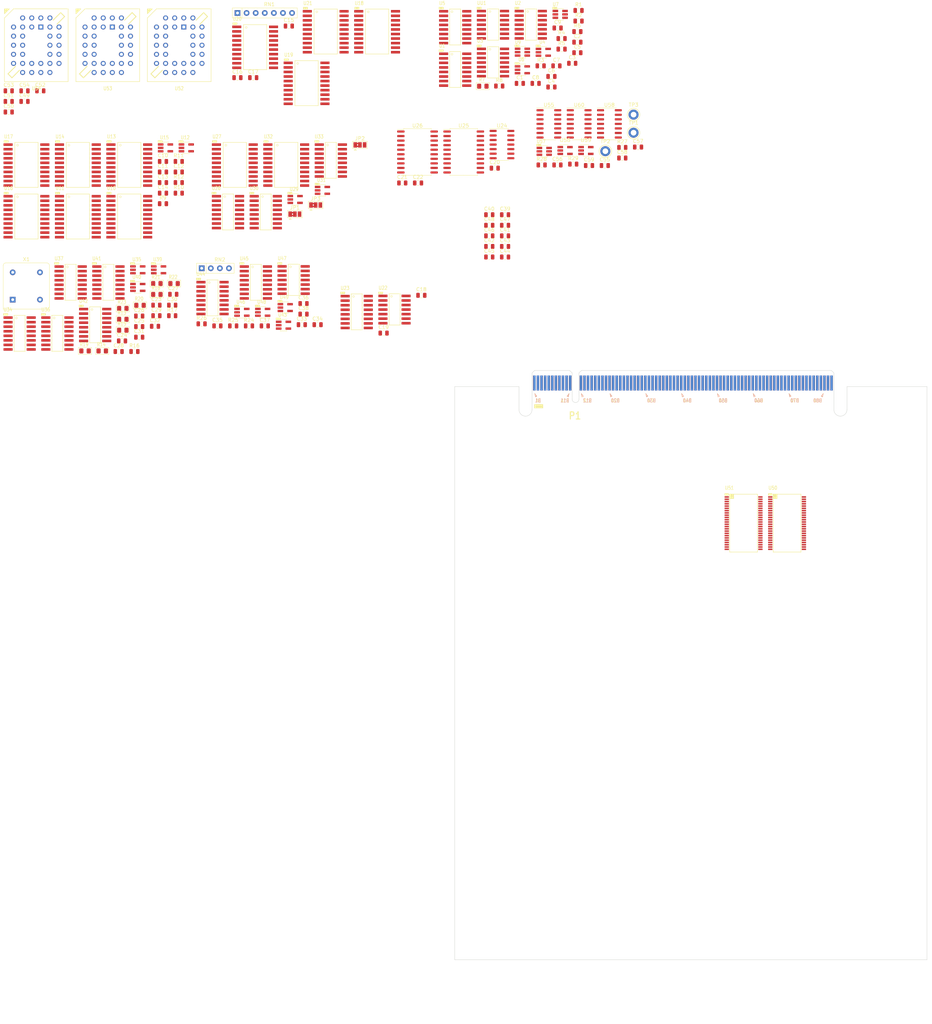
<source format=kicad_pcb>
(kicad_pcb (version 20171130) (host pcbnew 5.1.4-e60b266~84~ubuntu18.04.1)
  (layers (0 F.Cu signal) (31 B.Cu signal) (34 B.Paste user) (35 F.Paste user) (36 B.SilkS user) (37 F.SilkS user) (38 B.Mask user) (39 F.Mask user) (44 Edge.Cuts user))
  (net 0 "")
  (net 1 +5V)
  (net 2 GND)
  (net 3 "Net-(C23-Pad1)")
  (net 4 "/Flag Unit/RSVD8")
  (net 5 "/Flag Unit/FPRSVD8")
  (net 6 "/Flag Unit/RSVD9")
  (net 7 "/Flag Unit/FPRSVD9")
  (net 8 "/Flag Unit/FPRSVD14")
  (net 9 "/Flag Unit/RSVD14")
  (net 10 "Net-(P1-PadB82)")
  (net 11 "Net-(P1-PadB81)")
  (net 12 "Net-(P1-PadB80)")
  (net 13 "Net-(P1-PadB79)")
  (net 14 "Net-(P1-PadB78)")
  (net 15 "Net-(P1-PadB77)")
  (net 16 "Net-(P1-PadB76)")
  (net 17 "Net-(P1-PadB75)")
  (net 18 "Net-(P1-PadB74)")
  (net 19 "Net-(P1-PadB73)")
  (net 20 "Net-(P1-PadB72)")
  (net 21 "Net-(P1-PadB71)")
  (net 22 "Net-(P1-PadB70)")
  (net 23 "Net-(P1-PadB69)")
  (net 24 "Net-(P1-PadB68)")
  (net 25 "Net-(P1-PadB67)")
  (net 26 "Net-(P1-PadB66)")
  (net 27 "Net-(P1-PadB65)")
  (net 28 "Net-(P1-PadB64)")
  (net 29 "Net-(P1-PadB63)")
  (net 30 "Net-(P1-PadB62)")
  (net 31 "Net-(P1-PadB61)")
  (net 32 "Net-(P1-PadB60)")
  (net 33 "Net-(P1-PadB59)")
  (net 34 "Net-(P1-PadB58)")
  (net 35 "Net-(P1-PadB57)")
  (net 36 "Net-(P1-PadB56)")
  (net 37 "Net-(P1-PadB55)")
  (net 38 "Net-(P1-PadB54)")
  (net 39 "Net-(P1-PadB53)")
  (net 40 "Net-(P1-PadB52)")
  (net 41 /FPFETCH∕~EXEC)
  (net 42 "Net-(P1-PadB50)")
  (net 43 "Net-(P1-PadB49)")
  (net 44 "Net-(P1-PadB48)")
  (net 45 "Net-(P1-PadB47)")
  (net 46 "Net-(P1-PadB46)")
  (net 47 "Net-(P1-PadB45)")
  (net 48 "Net-(P1-PadB44)")
  (net 49 "Net-(P1-PadB43)")
  (net 50 "Net-(P1-PadB42)")
  (net 51 "Net-(P1-PadB41)")
  (net 52 "Net-(P1-PadB40)")
  (net 53 "Net-(P1-PadB39)")
  (net 54 "Net-(P1-PadB38)")
  (net 55 "Net-(P1-PadB37)")
  (net 56 "Net-(P1-PadB36)")
  (net 57 "Net-(P1-PadB35)")
  (net 58 "Net-(P1-PadB34)")
  (net 59 "Net-(P1-PadB33)")
  (net 60 "Net-(P1-PadB32)")
  (net 61 "Net-(P1-PadB31)")
  (net 62 "Net-(P1-PadB30)")
  (net 63 "Net-(P1-PadB29)")
  (net 64 "Net-(P1-PadB28)")
  (net 65 "Net-(P1-PadB27)")
  (net 66 "Net-(P1-PadB26)")
  (net 67 "Net-(P1-PadB25)")
  (net 68 "Net-(P1-PadB24)")
  (net 69 "Net-(P1-PadB23)")
  (net 70 "Net-(P1-PadB22)")
  (net 71 "Net-(P1-PadB21)")
  (net 72 "Net-(P1-PadB20)")
  (net 73 "Net-(P1-PadB19)")
  (net 74 "Net-(P1-PadB18)")
  (net 75 "Net-(P1-PadB17)")
  (net 76 "Net-(P1-PadB16)")
  (net 77 "Net-(P1-PadB15)")
  (net 78 "Net-(P1-PadB14)")
  (net 79 "Net-(P1-PadB13)")
  (net 80 "Net-(P1-PadA82)")
  (net 81 "Net-(P1-PadA81)")
  (net 82 "Net-(P1-PadA80)")
  (net 83 "Net-(P1-PadA79)")
  (net 84 "Net-(P1-PadA78)")
  (net 85 "Net-(P1-PadA77)")
  (net 86 "Net-(P1-PadA76)")
  (net 87 "Net-(P1-PadA75)")
  (net 88 "Net-(P1-PadA74)")
  (net 89 "Net-(P1-PadA73)")
  (net 90 "Net-(P1-PadA72)")
  (net 91 "Net-(P1-PadA71)")
  (net 92 "Net-(P1-PadA70)")
  (net 93 "Net-(P1-PadA69)")
  (net 94 "Net-(P1-PadA68)")
  (net 95 "Net-(P1-PadA67)")
  (net 96 /WSTB)
  (net 97 /CLK4)
  (net 98 /CLK3)
  (net 99 "Net-(P1-PadA2)")
  (net 100 "Net-(P1-PadA1)")
  (net 101 "Net-(P1-PadB2)")
  (net 102 "Net-(P1-PadB1)")
  (net 103 "Net-(P1-PadA12)")
  (net 104 "Net-(P1-PadA11)")
  (net 105 "Net-(P1-PadA10)")
  (net 106 "Net-(P1-PadA9)")
  (net 107 "Net-(P1-PadA8)")
  (net 108 "Net-(P1-PadA7)")
  (net 109 "Net-(P1-PadA6)")
  (net 110 "Net-(P1-PadA66)")
  (net 111 "Net-(P1-PadA65)")
  (net 112 "Net-(P1-PadA64)")
  (net 113 "Net-(P1-PadA63)")
  (net 114 "Net-(P1-PadA62)")
  (net 115 "Net-(P1-PadA61)")
  (net 116 "Net-(P1-PadA60)")
  (net 117 "Net-(P1-PadA59)")
  (net 118 "Net-(P1-PadA58)")
  (net 119 "Net-(P1-PadA57)")
  (net 120 "Net-(P1-PadA56)")
  (net 121 "Net-(P1-PadA55)")
  (net 122 "Net-(P1-PadA54)")
  (net 123 "Net-(P1-PadA53)")
  (net 124 "Net-(P1-PadA52)")
  (net 125 "Net-(P1-PadA51)")
  (net 126 "Net-(P1-PadA50)")
  (net 127 "Net-(P1-PadA49)")
  (net 128 "Net-(P1-PadA48)")
  (net 129 "Net-(P1-PadA47)")
  (net 130 "Net-(P1-PadA46)")
  (net 131 "Net-(P1-PadA45)")
  (net 132 "Net-(P1-PadA44)")
  (net 133 "Net-(P1-PadA43)")
  (net 134 "Net-(P1-PadA42)")
  (net 135 "Net-(P1-PadA41)")
  (net 136 "Net-(P1-PadA40)")
  (net 137 "Net-(P1-PadA39)")
  (net 138 "Net-(P1-PadA38)")
  (net 139 "Net-(P1-PadA37)")
  (net 140 "Net-(P1-PadA36)")
  (net 141 "Net-(P1-PadA35)")
  (net 142 "Net-(P1-PadA34)")
  (net 143 "Net-(P1-PadA33)")
  (net 144 "Net-(P1-PadA32)")
  (net 145 "Net-(P1-PadA31)")
  (net 146 "Net-(P1-PadA30)")
  (net 147 "Net-(P1-PadA29)")
  (net 148 "Net-(P1-PadA28)")
  (net 149 "Net-(P1-PadA27)")
  (net 150 "Net-(P1-PadA26)")
  (net 151 "Net-(P1-PadA25)")
  (net 152 "Net-(P1-PadA24)")
  (net 153 "Net-(P1-PadA23)")
  (net 154 "Net-(P1-PadA22)")
  (net 155 "Net-(P1-PadA21)")
  (net 156 "Net-(P1-PadA20)")
  (net 157 "Net-(P1-PadA19)")
  (net 158 "Net-(P1-PadA18)")
  (net 159 "Net-(P1-PadA17)")
  (net 160 "Net-(P1-PadA16)")
  (net 161 "Net-(P1-PadA15)")
  (net 162 "Net-(P1-PadA14)")
  (net 163 "Net-(P1-PadA13)")
  (net 164 "Net-(P1-PadB12)")
  (net 165 "Net-(P1-PadB11)")
  (net 166 "Net-(P1-PadB10)")
  (net 167 "Net-(P1-PadB9)")
  (net 168 "Net-(P1-PadB8)")
  (net 169 "Net-(P1-PadB7)")
  (net 170 /~RESET)
  (net 171 /T34)
  (net 172 /CLK2)
  (net 173 /CLK1)
  (net 174 "/Skip/Branch Unit/~SKIPEXT")
  (net 175 "/Skip/Branch Unit/SKIPMUXLO")
  (net 176 "/Skip/Branch Unit/~SKIP1")
  (net 177 "Net-(R4-Pad1)")
  (net 178 "Net-(R5-Pad1)")
  (net 179 "Net-(R6-Pad1)")
  (net 180 "/Skip/Branch Unit/~SKIP")
  (net 181 "Net-(R7-Pad2)")
  (net 182 "Net-(R8-Pad1)")
  (net 183 "Net-(R9-Pad1)")
  (net 184 "Net-(R10-Pad1)")
  (net 185 "Net-(R11-Pad1)")
  (net 186 "Net-(R12-Pad1)")
  (net 187 /~RSTHOLD)
  (net 188 "Net-(R14-Pad2)")
  (net 189 /FPCLKEN)
  (net 190 /FPCLK)
  (net 191 "/Clock Generator/CLK1₀")
  (net 192 "/Clock Generator/CLK2₀")
  (net 193 "/Clock Generator/CLK4₀")
  (net 194 "/Clock Generator/WSTB₀")
  (net 195 /~ENDEXT)
  (net 196 /~HALT)
  (net 197 /IN-RSVD)
  (net 198 "/Interrupt State Machine/FI")
  (net 199 "Net-(R27-Pad2)")
  (net 200 "/Interrupt State Machine/~IRQ")
  (net 201 "/Interrupt State Machine/~IRQSµC")
  (net 202 "/Interrupt State Machine/~IRQS")
  (net 203 "/Address Generation Logic (AGL)/PAGE0")
  (net 204 "/Address Generation Logic (AGL)/PAGE1")
  (net 205 "/Address Generation Logic (AGL)/PAGE2")
  (net 206 "/Address Generation Logic (AGL)/PAGE3")
  (net 207 "/Address Generation Logic (AGL)/PAGE4")
  (net 208 "/Address Generation Logic (AGL)/PAGE5")
  (net 209 "Net-(RN2-Pad2)")
  (net 210 "Net-(RN2-Pad3)")
  (net 211 "Net-(RN2-Pad4)")
  (net 212 "/Interrupt State Machine/~FI")
  (net 213 "Net-(TP2-Pad1)")
  (net 214 "Net-(TP3-Pad1)")
  (net 215 "/Skip/Branch Unit/IR3")
  (net 216 "/Skip/Branch Unit/IR4")
  (net 217 "/Skip/Branch Unit/IR5")
  (net 218 "/Skip/Branch Unit/IR6")
  (net 219 "/Skip/Branch Unit/COND0")
  (net 220 "/Skip/Branch Unit/COND1")
  (net 221 "/Skip/Branch Unit/COND2")
  (net 222 "/Skip/Branch Unit/COND3")
  (net 223 "Net-(U1-Pad5)")
  (net 224 "/Skip/Branch Unit/IR0")
  (net 225 "/Skip/Branch Unit/IR1")
  (net 226 "/Skip/Branch Unit/IR2")
  (net 227 "/Skip/Branch Unit/FN")
  (net 228 "/Skip/Branch Unit/SN")
  (net 229 "/Skip/Branch Unit/FZ")
  (net 230 "/Skip/Branch Unit/SZ")
  (net 231 "/Skip/Branch Unit/SL")
  (net 232 "/Skip/Branch Unit/FL")
  (net 233 "/Skip/Branch Unit/SV")
  (net 234 "/Skip/Branch Unit/FV")
  (net 235 "/Skip/Branch Unit/SZN")
  (net 236 "Net-(U3-Pad8)")
  (net 237 "/Skip/Branch Unit/SVL")
  (net 238 "Net-(U3-Pad11)")
  (net 239 "/Skip/Branch Unit/OP1-BRANCH")
  (net 240 "/Skip/Branch Unit/~COND3")
  (net 241 "Net-(U5-Pad5)")
  (net 242 "/Skip/Branch Unit/~SKIP2")
  (net 243 "/Instruction Register (IR)/IBUS0")
  (net 244 "/Instruction Register (IR)/IBUS1")
  (net 245 "/Instruction Register (IR)/IBUS2")
  (net 246 "/Instruction Register (IR)/IBUS3")
  (net 247 "/Instruction Register (IR)/IBUS4")
  (net 248 "/Instruction Register (IR)/IBUS5")
  (net 249 "/Instruction Register (IR)/IBUS6")
  (net 250 "/Instruction Register (IR)/IR6")
  (net 251 "/Instruction Register (IR)/IR5")
  (net 252 "/Instruction Register (IR)/IR4")
  (net 253 "/Instruction Register (IR)/IR3")
  (net 254 "/Instruction Register (IR)/IR2")
  (net 255 "/Instruction Register (IR)/IR1")
  (net 256 "/Instruction Register (IR)/IR0")
  (net 257 "/Instruction Register (IR)/IBUS7")
  (net 258 "/Instruction Register (IR)/LATCH-IR")
  (net 259 "/Instruction Register (IR)/IR7")
  (net 260 /~FPIRL)
  (net 261 "/Instruction Register (IR)/FP5")
  (net 262 "/Instruction Register (IR)/FP4")
  (net 263 "/Instruction Register (IR)/FP3")
  (net 264 "/Instruction Register (IR)/FP2")
  (net 265 "/Instruction Register (IR)/FP1")
  (net 266 "/Instruction Register (IR)/FP0")
  (net 267 "/Instruction Register (IR)/FP7")
  (net 268 "/Instruction Register (IR)/FP6")
  (net 269 /~WRITE-IR)
  (net 270 "/Instruction Register (IR)/IBUS8")
  (net 271 "/Instruction Register (IR)/IBUS9")
  (net 272 "/Instruction Register (IR)/IBUS10")
  (net 273 "/Instruction Register (IR)/IBUS11")
  (net 274 "/Instruction Register (IR)/IBUS12")
  (net 275 "/Instruction Register (IR)/IBUS13")
  (net 276 "/Instruction Register (IR)/IBUS14")
  (net 277 "/Instruction Register (IR)/IR14")
  (net 278 "/Instruction Register (IR)/IR13")
  (net 279 "/Instruction Register (IR)/IR12")
  (net 280 "/Instruction Register (IR)/IR11")
  (net 281 "/Instruction Register (IR)/IR10")
  (net 282 "/Instruction Register (IR)/IR9")
  (net 283 "/Instruction Register (IR)/IR8")
  (net 284 "/Instruction Register (IR)/IBUS15")
  (net 285 "/Instruction Register (IR)/IR15")
  (net 286 /~FPIRH)
  (net 287 /~FPµA0)
  (net 288 "/Microprogram Sequencer/UPC0")
  (net 289 "/Microprogram Sequencer/UPC1")
  (net 290 "/Microprogram Sequencer/UPC2")
  (net 291 "/Microprogram Sequencer/UPC3")
  (net 292 "/Microprogram Sequencer/IDX0")
  (net 293 "/Microprogram Sequencer/IDX1")
  (net 294 /COND)
  (net 295 "/Microprogram Sequencer/Sheet5D82ABFF/FPD5")
  (net 296 "/Microprogram Sequencer/Sheet5D82ABFF/FPD4")
  (net 297 "/Microprogram Sequencer/Sheet5D82ABFF/FPD3")
  (net 298 "/Microprogram Sequencer/Sheet5D82ABFF/FPD2")
  (net 299 "/Microprogram Sequencer/Sheet5D82ABFF/FPD1")
  (net 300 "/Microprogram Sequencer/Sheet5D82ABFF/FPD0")
  (net 301 "/Microprogram Sequencer/Sheet5D82ABFF/FPD7")
  (net 302 "/Microprogram Sequencer/Sheet5D82ABFF/FPD6")
  (net 303 "/Address Generation Logic (AGL)/IBUS6")
  (net 304 "/Address Generation Logic (AGL)/IBUS7")
  (net 305 "/Address Generation Logic (AGL)/IR7")
  (net 306 "/Address Generation Logic (AGL)/IBUS0")
  (net 307 "/Address Generation Logic (AGL)/IBUS1")
  (net 308 "/Address Generation Logic (AGL)/IBUS2")
  (net 309 "/Address Generation Logic (AGL)/IBUS3")
  (net 310 "/Address Generation Logic (AGL)/IBUS4")
  (net 311 "/Address Generation Logic (AGL)/IBUS5")
  (net 312 "/Address Generation Logic (AGL)/IR6")
  (net 313 "/Address Generation Logic (AGL)/IR5")
  (net 314 "/Address Generation Logic (AGL)/IR4")
  (net 315 "/Address Generation Logic (AGL)/IR3")
  (net 316 "/Address Generation Logic (AGL)/IR2")
  (net 317 "/Address Generation Logic (AGL)/IR1")
  (net 318 "/Address Generation Logic (AGL)/IR0")
  (net 319 "/Address Generation Logic (AGL)/~READ_AGL")
  (net 320 "/Address Generation Logic (AGL)/IR8")
  (net 321 "/Address Generation Logic (AGL)/IR9")
  (net 322 "/Address Generation Logic (AGL)/IBUS13")
  (net 323 "/Address Generation Logic (AGL)/IBUS12")
  (net 324 "/Address Generation Logic (AGL)/IBUS11")
  (net 325 "/Address Generation Logic (AGL)/IBUS10")
  (net 326 "/Address Generation Logic (AGL)/IBUS9")
  (net 327 "/Address Generation Logic (AGL)/IBUS8")
  (net 328 "/Address Generation Logic (AGL)/IBUS15")
  (net 329 "/Address Generation Logic (AGL)/IBUS14")
  (net 330 "Net-(U20-Pad12)")
  (net 331 "/Address Generation Logic (AGL)/~END")
  (net 332 "Net-(U20-Pad13)")
  (net 333 "/Address Generation Logic (AGL)/PC15")
  (net 334 "/Address Generation Logic (AGL)/PC14")
  (net 335 "/Address Generation Logic (AGL)/PC13")
  (net 336 "/Address Generation Logic (AGL)/PC12")
  (net 337 "/Address Generation Logic (AGL)/PC11")
  (net 338 "/Address Generation Logic (AGL)/PC10")
  (net 339 "/Address Generation Logic (AGL)/IR10")
  (net 340 "/Auto-Index Logic (AIL)/IR6")
  (net 341 "Net-(U22-Pad2)")
  (net 342 "/Auto-Index Logic (AIL)/IDX0")
  (net 343 "/Auto-Index Logic (AIL)/IR7")
  (net 344 "/Auto-Index Logic (AIL)/IDX1")
  (net 345 "/Auto-Index Logic (AIL)/IR8")
  (net 346 "/Auto-Index Logic (AIL)/IR9")
  (net 347 "/Auto-Index Logic (AIL)/IR10")
  (net 348 "/Auto-Index Logic (AIL)/IR11")
  (net 349 "Net-(U23-Pad9)")
  (net 350 "Net-(U23-Pad10)")
  (net 351 "Net-(U23-Pad11)")
  (net 352 "Net-(U23-Pad12)")
  (net 353 "Net-(U23-Pad13)")
  (net 354 "Net-(U23-Pad14)")
  (net 355 "Net-(U23-Pad15)")
  (net 356 "/Constant Store/~CSOE")
  (net 357 "Net-(U24-Pad13)")
  (net 358 "Net-(U24-Pad12)")
  (net 359 "Net-(U24-Pad11)")
  (net 360 "Net-(U24-Pad10)")
  (net 361 "Net-(U24-Pad9)")
  (net 362 "Net-(U24-Pad7)")
  (net 363 "/Constant Store/RADDR4")
  (net 364 "/Constant Store/RADDR2")
  (net 365 "/Constant Store/~RUEN")
  (net 366 "/Constant Store/RADDR3")
  (net 367 "/Constant Store/RADDR0")
  (net 368 "/Constant Store/RADDR1")
  (net 369 "/Constant Store/IBUS7")
  (net 370 "/Constant Store/IBUS6")
  (net 371 "/Constant Store/IBUS5")
  (net 372 "/Constant Store/IBUS4")
  (net 373 "/Constant Store/IBUS3")
  (net 374 "/Constant Store/IBUS2")
  (net 375 "/Constant Store/IBUS1")
  (net 376 "/Constant Store/IBUS0")
  (net 377 "/Constant Store/IBUS8")
  (net 378 "/Constant Store/IBUS9")
  (net 379 "/Constant Store/IBUS10")
  (net 380 "/Constant Store/IBUS11")
  (net 381 "/Constant Store/IBUS12")
  (net 382 "/Constant Store/IBUS13")
  (net 383 "/Constant Store/IBUS14")
  (net 384 "/Constant Store/IBUS15")
  (net 385 "/Flag Unit/IBUS14")
  (net 386 "/Flag Unit/IBUS15")
  (net 387 "/Flag Unit/FI")
  (net 388 "/Flag Unit/IBUS8")
  (net 389 "/Flag Unit/IBUS9")
  (net 390 "/Flag Unit/IBUS10")
  (net 391 "/Flag Unit/IBUS11")
  (net 392 "/Flag Unit/IBUS12")
  (net 393 "/Flag Unit/IBUS13")
  (net 394 "/Flag Unit/FV")
  (net 395 "/Flag Unit/FL")
  (net 396 "/Flag Unit/FZ")
  (net 397 "/Flag Unit/FN")
  (net 398 "/Flag Unit/~FLAGOE")
  (net 399 "/Flag Unit/WADDR0")
  (net 400 "/Flag Unit/WADDR1")
  (net 401 "/Flag Unit/WADDR2")
  (net 402 "/Flag Unit/WADDR4")
  (net 403 "/Flag Unit/WADDR3")
  (net 404 "Net-(U28-Pad7)")
  (net 405 "/Flag Unit/~WRITE-FLAGS")
  (net 406 "/Flag Unit/~WRITE-MBP+FLAGS")
  (net 407 "Net-(U28-Pad11)")
  (net 408 "Net-(U28-Pad12)")
  (net 409 "Net-(U28-Pad13)")
  (net 410 "Net-(U28-Pad14)")
  (net 411 "Net-(U28-Pad15)")
  (net 412 "/Flag Unit/~FLAGWE")
  (net 413 "Net-(U30-Pad15)")
  (net 414 "Net-(U30-Pad14)")
  (net 415 "Net-(U30-Pad13)")
  (net 416 "Net-(U30-Pad12)")
  (net 417 "Net-(U30-Pad11)")
  (net 418 "/Flag Unit/~READ-MBP+FLAGS")
  (net 419 "/Flag Unit/~READ-FLAGS")
  (net 420 "Net-(U30-Pad7)")
  (net 421 "/Flag Unit/RADDR3")
  (net 422 "/Flag Unit/RADDR4")
  (net 423 "/Flag Unit/RADDR2")
  (net 424 "/Flag Unit/RADDR1")
  (net 425 "/Flag Unit/RADDR0")
  (net 426 "/Flag Unit/~FPFLAGS")
  (net 427 "/Flag Unit/FPD5")
  (net 428 "/Flag Unit/FPD4")
  (net 429 "/Flag Unit/FPD3")
  (net 430 "/Flag Unit/FPD2")
  (net 431 "/Flag Unit/FPD1")
  (net 432 "/Flag Unit/FPD0")
  (net 433 "/Flag Unit/FPD7")
  (net 434 "/Flag Unit/FPD6")
  (net 435 "/Flag Unit/ACTION0")
  (net 436 "/Flag Unit/ACTION1")
  (net 437 "/Flag Unit/ACTION2")
  (net 438 "/Flag Unit/ACTION3")
  (net 439 "Net-(U33-Pad7)")
  (net 440 "Net-(U33-Pad9)")
  (net 441 "Net-(U33-Pad10)")
  (net 442 "/Flag Unit/~ACTION-CLI")
  (net 443 "/Flag Unit/~ACTION-STI")
  (net 444 "/Flag Unit/~ACTION-CLL")
  (net 445 "/Flag Unit/~ACTION-CPL")
  (net 446 "Net-(U33-Pad15)")
  (net 447 "Net-(U34-Pad1)")
  (net 448 "Net-(U34-Pad2)")
  (net 449 "Net-(U34-Pad3)")
  (net 450 "Net-(U34-Pad4)")
  (net 451 "Net-(U34-Pad5)")
  (net 452 "Net-(U34-Pad6)")
  (net 453 "Net-(U34-Pad9)")
  (net 454 "Net-(U34-Pad15)")
  (net 455 "Net-(D1-Pad1)")
  (net 456 "/Clock Generator/÷2")
  (net 457 "/Clock Generator/÷4")
  (net 458 "Net-(U36-Pad9)")
  (net 459 "Net-(U36-Pad10)")
  (net 460 "Net-(U36-Pad12)")
  (net 461 "Net-(U37-Pad6)")
  (net 462 "Net-(U37-Pad7)")
  (net 463 "Net-(U37-Pad12)")
  (net 464 "Net-(U37-Pad13)")
  (net 465 "/Clock Generator/CLKIN")
  (net 466 "Net-(U39-Pad2)")
  (net 467 /~END)
  (net 468 "/Microprogram Sequencer/~µPCCLR")
  (net 469 "Net-(U44-Pad15)")
  (net 470 /~WS)
  (net 471 "Net-(U45-Pad5)")
  (net 472 "Net-(U45-Pad6)")
  (net 473 "/Microprogram Sequencer/~µSE")
  (net 474 "Net-(U47-Pad14)")
  (net 475 "Net-(U47-Pad13)")
  (net 476 "Net-(U47-Pad12)")
  (net 477 "Net-(U47-Pad9)")
  (net 478 /~WEN)
  (net 479 /~R)
  (net 480 /~IO)
  (net 481 /~MEM)
  (net 482 "/Microprogram Sequencer/ACTION3")
  (net 483 /~FPµC0)
  (net 484 /~FPµC1)
  (net 485 "/Microprogram Sequencer/ACTION2")
  (net 486 "/Microprogram Sequencer/ACTION1")
  (net 487 "/Microprogram Sequencer/WADDR2")
  (net 488 "/Microprogram Sequencer/WADDR1")
  (net 489 "/Microprogram Sequencer/WADDR0")
  (net 490 "/Microprogram Sequencer/RADDR4")
  (net 491 "/Microprogram Sequencer/RADDR3")
  (net 492 "/Microprogram Sequencer/RADDR2")
  (net 493 "/Microprogram Sequencer/RADDR1")
  (net 494 "/Microprogram Sequencer/RADDR0")
  (net 495 /~IRQSµC)
  (net 496 /~FPµA2)
  (net 497 "Net-(U51-Pad23)")
  (net 498 "Net-(U51-Pad22)")
  (net 499 "Net-(U51-Pad20)")
  (net 500 "Net-(U51-Pad19)")
  (net 501 "Net-(U51-Pad17)")
  (net 502 /~FPµC2)
  (net 503 "Net-(RN3-Pad1)")
  (net 504 "Net-(RN3-Pad2)")
  (net 505 "Net-(RN3-Pad3)")
  (net 506 "Net-(RN3-Pad4)")
  (net 507 "Net-(RN6-Pad1)")
  (net 508 "Net-(RN6-Pad2)")
  (net 509 "Net-(RN6-Pad3)")
  (net 510 "Net-(RN6-Pad4)")
  (net 511 "Net-(RN7-Pad4)")
  (net 512 "Net-(RN7-Pad3)")
  (net 513 "Net-(RN7-Pad2)")
  (net 514 "Net-(RN7-Pad1)")
  (net 515 "Net-(RN4-Pad4)")
  (net 516 "Net-(RN4-Pad3)")
  (net 517 "Net-(RN4-Pad2)")
  (net 518 "Net-(RN4-Pad1)")
  (net 519 "Net-(RN5-Pad1)")
  (net 520 "Net-(RN5-Pad2)")
  (net 521 "Net-(RN5-Pad3)")
  (net 522 "Net-(RN5-Pad4)")
  (net 523 "Net-(RN8-Pad1)")
  (net 524 "Net-(RN8-Pad2)")
  (net 525 "Net-(RN8-Pad3)")
  (net 526 "Net-(RN8-Pad4)")
  (net 527 "/Interrupt State Machine/~RESET-OR-CLI")
  (net 528 "/Interrupt State Machine/IBUS15")
  (net 529 "/Interrupt State Machine/~FLAGWE")
  (net 530 "/Interrupt State Machine/~ACTION-STI")
  (net 531 "/Interrupt State Machine/INTERRUPT")
  (net 532 "/Interrupt State Machine/~IRQSYNC")
  (net 533 "/Interrupt State Machine/~ACTION-CLI")
  (net 534 "/Interrupt State Machine/~RESET")
  (net 535 "/Interrupt State Machine/CLK1")
  (net 536 "/Interrupt State Machine/ENDCP")
  (net 537 "/Interrupt State Machine/CLK4")
  (net 538 "/Interrupt State Machine/~END")
  (net 539 "Net-(U60-Pad8)")
  (net 540 "Net-(U60-Pad9)")
  (net 541 "Net-(X1-Pad1)")
  (net 542 "/Clock Generator/CLK")
  (module Capacitor_SMD:C_0805_2012Metric (layer F.Cu) (at 45.385001 -58.674999)
    (fp_text reference C1 (at 0 -1.65) (layer F.SilkS))
    (fp_text value 100nF)
    (pad 1 smd roundrect (at -0.9375 0) (size 0.975 1.4) (layers F.Cu F.Paste F.Mask) (net 1 +5V))
    (pad 2 smd roundrect (at 0.9375 0) (size 0.975 1.4) (layers F.Cu F.Paste F.Mask) (net 2 GND))
  )
  (module Capacitor_SMD:C_0805_2012Metric (layer F.Cu) (at 61.455001 -70.184999)
    (fp_text reference C2 (at 0 -1.65) (layer F.SilkS))
    (fp_text value 100nF)
    (pad 1 smd roundrect (at -0.9375 0) (size 0.975 1.4) (layers F.Cu F.Paste F.Mask) (net 1 +5V))
    (pad 2 smd roundrect (at 0.9375 0) (size 0.975 1.4) (layers F.Cu F.Paste F.Mask) (net 2 GND))
  )
  (module Capacitor_SMD:C_0805_2012Metric (layer F.Cu) (at 60.015001 -64.284999)
    (fp_text reference C3 (at 0 -1.65) (layer F.SilkS))
    (fp_text value 100nF)
    (pad 2 smd roundrect (at 0.9375 0) (size 0.975 1.4) (layers F.Cu F.Paste F.Mask) (net 2 GND))
    (pad 1 smd roundrect (at -0.9375 0) (size 0.975 1.4) (layers F.Cu F.Paste F.Mask) (net 1 +5V))
  )
  (module Capacitor_SMD:C_0805_2012Metric (layer F.Cu) (at 54.205001 -57.664999)
    (fp_text reference C4 (at 0 -1.65) (layer F.SilkS))
    (fp_text value 100nF)
    (pad 2 smd roundrect (at 0.9375 0) (size 0.975 1.4) (layers F.Cu F.Paste F.Mask) (net 2 GND))
    (pad 1 smd roundrect (at -0.9375 0) (size 0.975 1.4) (layers F.Cu F.Paste F.Mask) (net 1 +5V))
  )
  (module Capacitor_SMD:C_0805_2012Metric (layer F.Cu) (at 61.455001 -67.234999)
    (fp_text reference C5 (at 0 -1.65) (layer F.SilkS))
    (fp_text value 100nF)
    (pad 2 smd roundrect (at 0.9375 0) (size 0.975 1.4) (layers F.Cu F.Paste F.Mask) (net 2 GND))
    (pad 1 smd roundrect (at -0.9375 0) (size 0.975 1.4) (layers F.Cu F.Paste F.Mask) (net 1 +5V))
  )
  (module Capacitor_SMD:C_0805_2012Metric (layer F.Cu) (at 54.205001 -60.614999)
    (fp_text reference C6 (at 0 -1.65) (layer F.SilkS))
    (fp_text value 100nF)
    (pad 1 smd roundrect (at -0.9375 0) (size 0.975 1.4) (layers F.Cu F.Paste F.Mask) (net 1 +5V))
    (pad 2 smd roundrect (at 0.9375 0) (size 0.975 1.4) (layers F.Cu F.Paste F.Mask) (net 2 GND))
  )
  (module Capacitor_SMD:C_0805_2012Metric (layer F.Cu) (at 55.605001 -63.564999)
    (fp_text reference C7 (at 0 -1.65) (layer F.SilkS))
    (fp_text value 100nF)
    (pad 2 smd roundrect (at 0.9375 0) (size 0.975 1.4) (layers F.Cu F.Paste F.Mask) (net 2 GND))
    (pad 1 smd roundrect (at -0.9375 0) (size 0.975 1.4) (layers F.Cu F.Paste F.Mask) (net 1 +5V))
  )
  (module Capacitor_SMD:C_0805_2012Metric (layer F.Cu) (at 49.795001 -58.674999)
    (fp_text reference C8 (at 0 -1.65) (layer F.SilkS))
    (fp_text value 100nF)
    (pad 1 smd roundrect (at -0.9375 0) (size 0.975 1.4) (layers F.Cu F.Paste F.Mask) (net 1 +5V))
    (pad 2 smd roundrect (at 0.9375 0) (size 0.975 1.4) (layers F.Cu F.Paste F.Mask) (net 2 GND))
  )
  (module Capacitor_SMD:C_0805_2012Metric (layer F.Cu) (at 55.935001 -74.144999)
    (fp_text reference C9 (at 0 -1.65) (layer F.SilkS))
    (fp_text value 100nF)
    (pad 2 smd roundrect (at 0.9375 0) (size 0.975 1.4) (layers F.Cu F.Paste F.Mask) (net 2 GND))
    (pad 1 smd roundrect (at -0.9375 0) (size 0.975 1.4) (layers F.Cu F.Paste F.Mask) (net 1 +5V))
  )
  (module Capacitor_SMD:C_0805_2012Metric (layer F.Cu) (at -54.274999 -36.874999)
    (fp_text reference C10 (at 0 -1.65) (layer F.SilkS))
    (fp_text value 100nF)
    (pad 1 smd roundrect (at -0.9375 0) (size 0.975 1.4) (layers F.Cu F.Paste F.Mask) (net 1 +5V))
    (pad 2 smd roundrect (at 0.9375 0) (size 0.975 1.4) (layers F.Cu F.Paste F.Mask) (net 2 GND))
  )
  (module Capacitor_SMD:C_0805_2012Metric (layer F.Cu) (at -54.274999 -33.924999)
    (fp_text reference C11 (at 0 -1.65) (layer F.SilkS))
    (fp_text value 100nF)
    (pad 2 smd roundrect (at 0.9375 0) (size 0.975 1.4) (layers F.Cu F.Paste F.Mask) (net 2 GND))
    (pad 1 smd roundrect (at -0.9375 0) (size 0.975 1.4) (layers F.Cu F.Paste F.Mask) (net 1 +5V))
  )
  (module Capacitor_SMD:C_0805_2012Metric (layer F.Cu) (at -49.864999 -33.924999)
    (fp_text reference C12 (at 0 -1.65) (layer F.SilkS))
    (fp_text value 100nF)
    (pad 1 smd roundrect (at -0.9375 0) (size 0.975 1.4) (layers F.Cu F.Paste F.Mask) (net 1 +5V))
    (pad 2 smd roundrect (at 0.9375 0) (size 0.975 1.4) (layers F.Cu F.Paste F.Mask) (net 2 GND))
  )
  (module Capacitor_SMD:C_0805_2012Metric (layer F.Cu) (at -54.274999 -30.974999)
    (fp_text reference C13 (at 0 -1.65) (layer F.SilkS))
    (fp_text value 100nF)
    (pad 1 smd roundrect (at -0.9375 0) (size 0.975 1.4) (layers F.Cu F.Paste F.Mask) (net 1 +5V))
    (pad 2 smd roundrect (at 0.9375 0) (size 0.975 1.4) (layers F.Cu F.Paste F.Mask) (net 2 GND))
  )
  (module Capacitor_SMD:C_0805_2012Metric (layer F.Cu) (at -54.274999 -28.024999)
    (fp_text reference C14 (at 0 -1.65) (layer F.SilkS))
    (fp_text value 100nF)
    (pad 2 smd roundrect (at 0.9375 0) (size 0.975 1.4) (layers F.Cu F.Paste F.Mask) (net 2 GND))
    (pad 1 smd roundrect (at -0.9375 0) (size 0.975 1.4) (layers F.Cu F.Paste F.Mask) (net 1 +5V))
  )
  (module Capacitor_SMD:C_0805_2012Metric (layer F.Cu) (at -19.124999 -74.684999)
    (fp_text reference C15 (at 0 -1.65) (layer F.SilkS))
    (fp_text value 100nF)
    (pad 1 smd roundrect (at -0.9375 0) (size 0.975 1.4) (layers F.Cu F.Paste F.Mask) (net 1 +5V))
    (pad 2 smd roundrect (at 0.9375 0) (size 0.975 1.4) (layers F.Cu F.Paste F.Mask) (net 2 GND))
  )
  (module Capacitor_SMD:C_0805_2012Metric (layer F.Cu) (at -33.484999 -60.274999)
    (fp_text reference C16 (at 0 -1.65) (layer F.SilkS))
    (fp_text value 100nF)
    (pad 2 smd roundrect (at 0.9375 0) (size 0.975 1.4) (layers F.Cu F.Paste F.Mask) (net 2 GND))
    (pad 1 smd roundrect (at -0.9375 0) (size 0.975 1.4) (layers F.Cu F.Paste F.Mask) (net 1 +5V))
  )
  (module Capacitor_SMD:C_0805_2012Metric (layer F.Cu) (at -29.074999 -60.274999)
    (fp_text reference C17 (at 0 -1.65) (layer F.SilkS))
    (fp_text value 100nF)
    (pad 1 smd roundrect (at -0.9375 0) (size 0.975 1.4) (layers F.Cu F.Paste F.Mask) (net 1 +5V))
    (pad 2 smd roundrect (at 0.9375 0) (size 0.975 1.4) (layers F.Cu F.Paste F.Mask) (net 2 GND))
  )
  (module Capacitor_SMD:C_0805_2012Metric (layer F.Cu) (at 17.885001 0.505001)
    (fp_text reference C18 (at 0 -1.65) (layer F.SilkS))
    (fp_text value 100nF)
    (pad 1 smd roundrect (at -0.9375 0) (size 0.975 1.4) (layers F.Cu F.Paste F.Mask) (net 1 +5V))
    (pad 2 smd roundrect (at 0.9375 0) (size 0.975 1.4) (layers F.Cu F.Paste F.Mask) (net 2 GND))
  )
  (module Capacitor_SMD:C_0805_2012Metric (layer F.Cu) (at 7.335001 11.055001)
    (fp_text reference C19 (at 0 -1.65) (layer F.SilkS))
    (fp_text value 100nF)
    (pad 2 smd roundrect (at 0.9375 0) (size 0.975 1.4) (layers F.Cu F.Paste F.Mask) (net 2 GND))
    (pad 1 smd roundrect (at -0.9375 0) (size 0.975 1.4) (layers F.Cu F.Paste F.Mask) (net 1 +5V))
  )
  (module Capacitor_SMD:C_0805_2012Metric (layer F.Cu) (at 38.375001 -35.004999)
    (fp_text reference C20 (at 0 -1.65) (layer F.SilkS))
    (fp_text value 100nF)
    (pad 2 smd roundrect (at 0.9375 0) (size 0.975 1.4) (layers F.Cu F.Paste F.Mask) (net 2 GND))
    (pad 1 smd roundrect (at -0.9375 0) (size 0.975 1.4) (layers F.Cu F.Paste F.Mask) (net 1 +5V))
  )
  (module Capacitor_SMD:C_0805_2012Metric (layer F.Cu) (at 12.555001 -30.864999)
    (fp_text reference C21 (at 0 -1.65) (layer F.SilkS))
    (fp_text value 100nF)
    (pad 2 smd roundrect (at 0.9375 0) (size 0.975 1.4) (layers F.Cu F.Paste F.Mask) (net 2 GND))
    (pad 1 smd roundrect (at -0.9375 0) (size 0.975 1.4) (layers F.Cu F.Paste F.Mask) (net 1 +5V))
  )
  (module Capacitor_SMD:C_0805_2012Metric (layer F.Cu) (at 16.965001 -30.864999)
    (fp_text reference C22 (at 0 -1.65) (layer F.SilkS))
    (fp_text value 100nF)
    (pad 2 smd roundrect (at 0.9375 0) (size 0.975 1.4) (layers F.Cu F.Paste F.Mask) (net 2 GND))
    (pad 1 smd roundrect (at -0.9375 0) (size 0.975 1.4) (layers F.Cu F.Paste F.Mask) (net 1 +5V))
  )
  (module Capacitor_SMD:C_0805_2012Metric (layer F.Cu) (at -56.104999 3.255001)
    (fp_text reference C23 (at 0 -1.65) (layer F.SilkS))
    (fp_text value 100nF)
    (pad 1 smd roundrect (at -0.9375 0) (size 0.975 1.4) (layers F.Cu F.Paste F.Mask) (net 3 "Net-(C23-Pad1)"))
    (pad 2 smd roundrect (at 0.9375 0) (size 0.975 1.4) (layers F.Cu F.Paste F.Mask) (net 2 GND))
  )
  (module Capacitor_SMD:C_0805_2012Metric (layer F.Cu) (at -65.704999 13.245001)
    (fp_text reference C24 (at 0 -1.65) (layer F.SilkS))
    (fp_text value 10µF)
    (pad 1 smd roundrect (at -0.9375 0) (size 0.975 1.4) (layers F.Cu F.Paste F.Mask) (net 1 +5V))
    (pad 2 smd roundrect (at 0.9375 0) (size 0.975 1.4) (layers F.Cu F.Paste F.Mask) (net 2 GND))
  )
  (module Capacitor_SMD:C_0805_2012Metric (layer F.Cu) (at -60.904999 9.245001)
    (fp_text reference C25 (at 0 -1.65) (layer F.SilkS))
    (fp_text value 100nF)
    (pad 2 smd roundrect (at 0.9375 0) (size 0.975 1.4) (layers F.Cu F.Paste F.Mask) (net 2 GND))
    (pad 1 smd roundrect (at -0.9375 0) (size 0.975 1.4) (layers F.Cu F.Paste F.Mask) (net 1 +5V))
  )
  (module Capacitor_SMD:C_0805_2012Metric (layer F.Cu) (at -60.904999 6.295001)
    (fp_text reference C26 (at 0 -1.65) (layer F.SilkS))
    (fp_text value 100nF)
    (pad 2 smd roundrect (at 0.9375 0) (size 0.975 1.4) (layers F.Cu F.Paste F.Mask) (net 2 GND))
    (pad 1 smd roundrect (at -0.9375 0) (size 0.975 1.4) (layers F.Cu F.Paste F.Mask) (net 1 +5V))
  )
  (module Capacitor_SMD:C_0805_2012Metric (layer F.Cu) (at -51.394999 0.215001)
    (fp_text reference C27 (at 0 -1.65) (layer F.SilkS))
    (fp_text value 100nF)
    (pad 1 smd roundrect (at -0.9375 0) (size 0.975 1.4) (layers F.Cu F.Paste F.Mask) (net 1 +5V))
    (pad 2 smd roundrect (at 0.9375 0) (size 0.975 1.4) (layers F.Cu F.Paste F.Mask) (net 2 GND))
  )
  (module Capacitor_SMD:C_0805_2012Metric (layer F.Cu) (at -66.654999 16.195001)
    (fp_text reference C28 (at 0 -1.65) (layer F.SilkS))
    (fp_text value 47µF)
    (pad 1 smd roundrect (at -0.9375 0) (size 0.975 1.4) (layers F.Cu F.Paste F.Mask) (net 1 +5V))
    (pad 2 smd roundrect (at 0.9375 0) (size 0.975 1.4) (layers F.Cu F.Paste F.Mask) (net 2 GND))
  )
  (module Capacitor_SMD:C_0805_2012Metric (layer F.Cu) (at -56.104999 6.205001)
    (fp_text reference C29 (at 0 -1.65) (layer F.SilkS))
    (fp_text value 100nF)
    (pad 1 smd roundrect (at -0.9375 0) (size 0.975 1.4) (layers F.Cu F.Paste F.Mask) (net 1 +5V))
    (pad 2 smd roundrect (at 0.9375 0) (size 0.975 1.4) (layers F.Cu F.Paste F.Mask) (net 2 GND))
  )
  (module Capacitor_SMD:C_0805_2012Metric (layer F.Cu) (at -51.694999 3.255001)
    (fp_text reference C30 (at 0 -1.65) (layer F.SilkS))
    (fp_text value 100nF)
    (pad 1 smd roundrect (at -0.9375 0) (size 0.975 1.4) (layers F.Cu F.Paste F.Mask) (net 1 +5V))
    (pad 2 smd roundrect (at 0.9375 0) (size 0.975 1.4) (layers F.Cu F.Paste F.Mask) (net 2 GND))
  )
  (module Capacitor_SMD:C_0805_2012Metric (layer F.Cu) (at -60.904999 12.195001)
    (fp_text reference C31 (at 0 -1.65) (layer F.SilkS))
    (fp_text value 100nF)
    (pad 2 smd roundrect (at 0.9375 0) (size 0.975 1.4) (layers F.Cu F.Paste F.Mask) (net 2 GND))
    (pad 1 smd roundrect (at -0.9375 0) (size 0.975 1.4) (layers F.Cu F.Paste F.Mask) (net 1 +5V))
  )
  (module Capacitor_SMD:C_0805_2012Metric (layer F.Cu) (at -56.494999 9.155001)
    (fp_text reference C32 (at 0 -1.65) (layer F.SilkS))
    (fp_text value 100nF)
    (pad 2 smd roundrect (at 0.9375 0) (size 0.975 1.4) (layers F.Cu F.Paste F.Mask) (net 2 GND))
    (pad 1 smd roundrect (at -0.9375 0) (size 0.975 1.4) (layers F.Cu F.Paste F.Mask) (net 1 +5V))
  )
  (module Capacitor_SMD:C_0805_2012Metric (layer F.Cu) (at -15.504999 8.705001)
    (fp_text reference C33 (at 0 -1.65) (layer F.SilkS))
    (fp_text value 100nF)
    (pad 1 smd roundrect (at -0.9375 0) (size 0.975 1.4) (layers F.Cu F.Paste F.Mask) (net 1 +5V))
    (pad 2 smd roundrect (at 0.9375 0) (size 0.975 1.4) (layers F.Cu F.Paste F.Mask) (net 2 GND))
  )
  (module Capacitor_SMD:C_0805_2012Metric (layer F.Cu) (at -11.094999 8.705001)
    (fp_text reference C34 (at 0 -1.65) (layer F.SilkS))
    (fp_text value 100nF)
    (pad 2 smd roundrect (at 0.9375 0) (size 0.975 1.4) (layers F.Cu F.Paste F.Mask) (net 2 GND))
    (pad 1 smd roundrect (at -0.9375 0) (size 0.975 1.4) (layers F.Cu F.Paste F.Mask) (net 1 +5V))
  )
  (module Capacitor_SMD:C_0805_2012Metric (layer F.Cu) (at -39.074999 9.045001)
    (fp_text reference C35 (at 0 -1.65) (layer F.SilkS))
    (fp_text value 100nF)
    (pad 1 smd roundrect (at -0.9375 0) (size 0.975 1.4) (layers F.Cu F.Paste F.Mask) (net 1 +5V))
    (pad 2 smd roundrect (at 0.9375 0) (size 0.975 1.4) (layers F.Cu F.Paste F.Mask) (net 2 GND))
  )
  (module Capacitor_SMD:C_0805_2012Metric (layer F.Cu) (at -15.024999 2.805001)
    (fp_text reference C36 (at 0 -1.65) (layer F.SilkS))
    (fp_text value 100nF)
    (pad 2 smd roundrect (at 0.9375 0) (size 0.975 1.4) (layers F.Cu F.Paste F.Mask) (net 2 GND))
    (pad 1 smd roundrect (at -0.9375 0) (size 0.975 1.4) (layers F.Cu F.Paste F.Mask) (net 1 +5V))
  )
  (module Capacitor_SMD:C_0805_2012Metric (layer F.Cu) (at -25.844999 9.045001)
    (fp_text reference C37 (at 0 -1.65) (layer F.SilkS))
    (fp_text value 100nF)
    (pad 1 smd roundrect (at -0.9375 0) (size 0.975 1.4) (layers F.Cu F.Paste F.Mask) (net 1 +5V))
    (pad 2 smd roundrect (at 0.9375 0) (size 0.975 1.4) (layers F.Cu F.Paste F.Mask) (net 2 GND))
  )
  (module Capacitor_SMD:C_0805_2012Metric (layer F.Cu) (at -15.024999 5.755001)
    (fp_text reference C38 (at 0 -1.65) (layer F.SilkS))
    (fp_text value 100nF)
    (pad 2 smd roundrect (at 0.9375 0) (size 0.975 1.4) (layers F.Cu F.Paste F.Mask) (net 2 GND))
    (pad 1 smd roundrect (at -0.9375 0) (size 0.975 1.4) (layers F.Cu F.Paste F.Mask) (net 1 +5V))
  )
  (module Capacitor_SMD:C_0805_2012Metric (layer F.Cu) (at 41.265001 -21.994999)
    (fp_text reference C39 (at 0 -1.65) (layer F.SilkS))
    (fp_text value 10µF)
    (pad 1 smd roundrect (at -0.9375 0) (size 0.975 1.4) (layers F.Cu F.Paste F.Mask) (net 1 +5V))
    (pad 2 smd roundrect (at 0.9375 0) (size 0.975 1.4) (layers F.Cu F.Paste F.Mask) (net 2 GND))
  )
  (module Capacitor_SMD:C_0805_2012Metric (layer F.Cu) (at 36.855001 -21.994999)
    (fp_text reference C40 (at 0 -1.65) (layer F.SilkS))
    (fp_text value 100nF)
    (pad 2 smd roundrect (at 0.9375 0) (size 0.975 1.4) (layers F.Cu F.Paste F.Mask) (net 2 GND))
    (pad 1 smd roundrect (at -0.9375 0) (size 0.975 1.4) (layers F.Cu F.Paste F.Mask) (net 1 +5V))
  )
  (module Capacitor_SMD:C_0805_2012Metric (layer F.Cu) (at 41.265001 -16.094999)
    (fp_text reference C41 (at 0 -1.65) (layer F.SilkS))
    (fp_text value 100nF)
    (pad 1 smd roundrect (at -0.9375 0) (size 0.975 1.4) (layers F.Cu F.Paste F.Mask) (net 1 +5V))
    (pad 2 smd roundrect (at 0.9375 0) (size 0.975 1.4) (layers F.Cu F.Paste F.Mask) (net 2 GND))
  )
  (module Capacitor_SMD:C_0805_2012Metric (layer F.Cu) (at 36.855001 -13.144999)
    (fp_text reference C42 (at 0 -1.65) (layer F.SilkS))
    (fp_text value 10µF)
    (pad 2 smd roundrect (at 0.9375 0) (size 0.975 1.4) (layers F.Cu F.Paste F.Mask) (net 2 GND))
    (pad 1 smd roundrect (at -0.9375 0) (size 0.975 1.4) (layers F.Cu F.Paste F.Mask) (net 1 +5V))
  )
  (module Capacitor_SMD:C_0805_2012Metric (layer F.Cu) (at 41.265001 -13.144999)
    (fp_text reference C43 (at 0 -1.65) (layer F.SilkS))
    (fp_text value 100nF)
    (pad 1 smd roundrect (at -0.9375 0) (size 0.975 1.4) (layers F.Cu F.Paste F.Mask) (net 1 +5V))
    (pad 2 smd roundrect (at 0.9375 0) (size 0.975 1.4) (layers F.Cu F.Paste F.Mask) (net 2 GND))
  )
  (module Capacitor_SMD:C_0805_2012Metric (layer F.Cu) (at 41.265001 -10.194999)
    (fp_text reference C44 (at 0 -1.65) (layer F.SilkS))
    (fp_text value 100nF)
    (pad 2 smd roundrect (at 0.9375 0) (size 0.975 1.4) (layers F.Cu F.Paste F.Mask) (net 2 GND))
    (pad 1 smd roundrect (at -0.9375 0) (size 0.975 1.4) (layers F.Cu F.Paste F.Mask) (net 1 +5V))
  )
  (module Capacitor_SMD:C_0805_2012Metric (layer F.Cu) (at 36.855001 -10.194999)
    (fp_text reference C45 (at 0 -1.65) (layer F.SilkS))
    (fp_text value 100nF)
    (pad 1 smd roundrect (at -0.9375 0) (size 0.975 1.4) (layers F.Cu F.Paste F.Mask) (net 1 +5V))
    (pad 2 smd roundrect (at 0.9375 0) (size 0.975 1.4) (layers F.Cu F.Paste F.Mask) (net 2 GND))
  )
  (module Capacitor_SMD:C_0805_2012Metric (layer F.Cu) (at 36.855001 -16.094999)
    (fp_text reference C46 (at 0 -1.65) (layer F.SilkS))
    (fp_text value 100nF)
    (pad 2 smd roundrect (at 0.9375 0) (size 0.975 1.4) (layers F.Cu F.Paste F.Mask) (net 2 GND))
    (pad 1 smd roundrect (at -0.9375 0) (size 0.975 1.4) (layers F.Cu F.Paste F.Mask) (net 1 +5V))
  )
  (module Capacitor_SMD:C_0805_2012Metric (layer F.Cu) (at 41.265001 -19.044999)
    (fp_text reference C47 (at 0 -1.65) (layer F.SilkS))
    (fp_text value 100nF)
    (pad 2 smd roundrect (at 0.9375 0) (size 0.975 1.4) (layers F.Cu F.Paste F.Mask) (net 2 GND))
    (pad 1 smd roundrect (at -0.9375 0) (size 0.975 1.4) (layers F.Cu F.Paste F.Mask) (net 1 +5V))
  )
  (module Capacitor_SMD:C_0805_2012Metric (layer F.Cu) (at 36.855001 -19.044999)
    (fp_text reference C48 (at 0 -1.65) (layer F.SilkS))
    (fp_text value 100nF)
    (pad 1 smd roundrect (at -0.9375 0) (size 0.975 1.4) (layers F.Cu F.Paste F.Mask) (net 1 +5V))
    (pad 2 smd roundrect (at 0.9375 0) (size 0.975 1.4) (layers F.Cu F.Paste F.Mask) (net 2 GND))
  )
  (module Capacitor_SMD:C_0805_2012Metric (layer F.Cu) (at -92.944999 -53.634999)
    (fp_text reference C49 (at 0 -1.65) (layer F.SilkS))
    (fp_text value 10µF)
    (pad 2 smd roundrect (at 0.9375 0) (size 0.975 1.4) (layers F.Cu F.Paste F.Mask) (net 2 GND))
    (pad 1 smd roundrect (at -0.9375 0) (size 0.975 1.4) (layers F.Cu F.Paste F.Mask) (net 1 +5V))
  )
  (module Capacitor_SMD:C_0805_2012Metric (layer F.Cu) (at -97.354999 -50.684999)
    (fp_text reference C50 (at 0 -1.65) (layer F.SilkS))
    (fp_text value 100nF)
    (pad 1 smd roundrect (at -0.9375 0) (size 0.975 1.4) (layers F.Cu F.Paste F.Mask) (net 1 +5V))
    (pad 2 smd roundrect (at 0.9375 0) (size 0.975 1.4) (layers F.Cu F.Paste F.Mask) (net 2 GND))
  )
  (module Capacitor_SMD:C_0805_2012Metric (layer F.Cu) (at -97.354999 -53.634999)
    (fp_text reference C51 (at 0 -1.65) (layer F.SilkS))
    (fp_text value 10µF)
    (pad 2 smd roundrect (at 0.9375 0) (size 0.975 1.4) (layers F.Cu F.Paste F.Mask) (net 2 GND))
    (pad 1 smd roundrect (at -0.9375 0) (size 0.975 1.4) (layers F.Cu F.Paste F.Mask) (net 1 +5V))
  )
  (module Capacitor_SMD:C_0805_2012Metric (layer F.Cu) (at -88.534999 -56.584999)
    (fp_text reference C52 (at 0 -1.65) (layer F.SilkS))
    (fp_text value 100nF)
    (pad 1 smd roundrect (at -0.9375 0) (size 0.975 1.4) (layers F.Cu F.Paste F.Mask) (net 1 +5V))
    (pad 2 smd roundrect (at 0.9375 0) (size 0.975 1.4) (layers F.Cu F.Paste F.Mask) (net 2 GND))
  )
  (module Capacitor_SMD:C_0805_2012Metric (layer F.Cu) (at -97.354999 -56.584999)
    (fp_text reference C53 (at 0 -1.65) (layer F.SilkS))
    (fp_text value 10µF)
    (pad 2 smd roundrect (at 0.9375 0) (size 0.975 1.4) (layers F.Cu F.Paste F.Mask) (net 2 GND))
    (pad 1 smd roundrect (at -0.9375 0) (size 0.975 1.4) (layers F.Cu F.Paste F.Mask) (net 1 +5V))
  )
  (module Capacitor_SMD:C_0805_2012Metric (layer F.Cu) (at -92.944999 -56.584999)
    (fp_text reference C54 (at 0 -1.65) (layer F.SilkS))
    (fp_text value 100nF)
    (pad 1 smd roundrect (at -0.9375 0) (size 0.975 1.4) (layers F.Cu F.Paste F.Mask) (net 1 +5V))
    (pad 2 smd roundrect (at 0.9375 0) (size 0.975 1.4) (layers F.Cu F.Paste F.Mask) (net 2 GND))
  )
  (module Capacitor_SMD:C_0805_2012Metric (layer F.Cu) (at 69.115001 -35.734999)
    (fp_text reference C55 (at 0 -1.65) (layer F.SilkS))
    (fp_text value 100nF)
    (pad 2 smd roundrect (at 0.9375 0) (size 0.975 1.4) (layers F.Cu F.Paste F.Mask) (net 2 GND))
    (pad 1 smd roundrect (at -0.9375 0) (size 0.975 1.4) (layers F.Cu F.Paste F.Mask) (net 1 +5V))
  )
  (module Capacitor_SMD:C_0805_2012Metric (layer F.Cu) (at 55.885001 -35.894999)
    (fp_text reference C56 (at 0 -1.65) (layer F.SilkS))
    (fp_text value 100nF)
    (pad 1 smd roundrect (at -0.9375 0) (size 0.975 1.4) (layers F.Cu F.Paste F.Mask) (net 1 +5V))
    (pad 2 smd roundrect (at 0.9375 0) (size 0.975 1.4) (layers F.Cu F.Paste F.Mask) (net 2 GND))
  )
  (module Capacitor_SMD:C_0805_2012Metric (layer F.Cu) (at 78.405001 -40.894999)
    (fp_text reference C57 (at 0 -1.65) (layer F.SilkS))
    (fp_text value 100nF)
    (pad 1 smd roundrect (at -0.9375 0) (size 0.975 1.4) (layers F.Cu F.Paste F.Mask) (net 1 +5V))
    (pad 2 smd roundrect (at 0.9375 0) (size 0.975 1.4) (layers F.Cu F.Paste F.Mask) (net 2 GND))
  )
  (module Capacitor_SMD:C_0805_2012Metric (layer F.Cu) (at 73.995001 -37.834999)
    (fp_text reference C58 (at 0 -1.65) (layer F.SilkS))
    (fp_text value 100nF)
    (pad 2 smd roundrect (at 0.9375 0) (size 0.975 1.4) (layers F.Cu F.Paste F.Mask) (net 2 GND))
    (pad 1 smd roundrect (at -0.9375 0) (size 0.975 1.4) (layers F.Cu F.Paste F.Mask) (net 1 +5V))
  )
  (module Capacitor_SMD:C_0805_2012Metric (layer F.Cu) (at 64.705001 -35.734999)
    (fp_text reference C59 (at 0 -1.65) (layer F.SilkS))
    (fp_text value 100nF)
    (pad 1 smd roundrect (at -0.9375 0) (size 0.975 1.4) (layers F.Cu F.Paste F.Mask) (net 1 +5V))
    (pad 2 smd roundrect (at 0.9375 0) (size 0.975 1.4) (layers F.Cu F.Paste F.Mask) (net 2 GND))
  )
  (module Jumper:SolderJumper-3_P1.3mm_Bridged2Bar12_Pad1.0x1.5mm (layer F.Cu) (at -17.444999 -22.164999)
    (fp_text reference JP1 (at 0 -1.8) (layer F.SilkS))
    (fp_text value SolderJumper_3_Bridged123)
    (fp_poly (pts (xy -0.9 -0.6) (xy -0.4 -0.6) (xy -0.4 -0.2) (xy -0.9 -0.2)) (layer F.Cu) (width 0))
    (fp_poly (pts (xy -0.9 0.2) (xy -0.4 0.2) (xy -0.4 0.6) (xy -0.9 0.6)) (layer F.Cu) (width 0))
    (pad 1 smd rect (at -1.3 0) (size 1 1.5) (layers F.Cu F.Mask) (net 2 GND))
    (pad 3 smd rect (at 1.3 0) (size 1 1.5) (layers F.Cu F.Mask) (net 4 "/Flag Unit/RSVD8"))
    (pad 2 smd rect (at 0 0) (size 1 1.5) (layers F.Cu F.Mask) (net 5 "/Flag Unit/FPRSVD8"))
  )
  (module Jumper:SolderJumper-3_P1.3mm_Bridged2Bar12_Pad1.0x1.5mm (layer F.Cu) (at 0.725001 -41.494999)
    (fp_text reference JP2 (at 0 -1.8) (layer F.SilkS))
    (fp_text value SolderJumper_3_Bridged123)
    (fp_poly (pts (xy -0.9 -0.6) (xy -0.4 -0.6) (xy -0.4 -0.2) (xy -0.9 -0.2)) (layer F.Cu) (width 0))
    (fp_poly (pts (xy -0.9 0.2) (xy -0.4 0.2) (xy -0.4 0.6) (xy -0.9 0.6)) (layer F.Cu) (width 0))
    (pad 1 smd rect (at -1.3 0) (size 1 1.5) (layers F.Cu F.Mask) (net 2 GND))
    (pad 3 smd rect (at 1.3 0) (size 1 1.5) (layers F.Cu F.Mask) (net 6 "/Flag Unit/RSVD9"))
    (pad 2 smd rect (at 0 0) (size 1 1.5) (layers F.Cu F.Mask) (net 7 "/Flag Unit/FPRSVD9"))
  )
  (module Jumper:SolderJumper-3_P1.3mm_Bridged2Bar12_Pad1.0x1.5mm (layer F.Cu) (at -11.634999 -24.704999)
    (fp_text reference JP3 (at 0 -1.8) (layer F.SilkS))
    (fp_text value SolderJumper_3_Bridged123)
    (fp_poly (pts (xy -0.9 0.2) (xy -0.4 0.2) (xy -0.4 0.6) (xy -0.9 0.6)) (layer F.Cu) (width 0))
    (fp_poly (pts (xy -0.9 -0.6) (xy -0.4 -0.6) (xy -0.4 -0.2) (xy -0.9 -0.2)) (layer F.Cu) (width 0))
    (pad 2 smd rect (at 0 0) (size 1 1.5) (layers F.Cu F.Mask) (net 8 "/Flag Unit/FPRSVD14"))
    (pad 3 smd rect (at 1.3 0) (size 1 1.5) (layers F.Cu F.Mask) (net 9 "/Flag Unit/RSVD14"))
    (pad 1 smd rect (at -1.3 0) (size 1 1.5) (layers F.Cu F.Mask) (net 2 GND))
  )
  (module alexios:CFT-2019-Card-Edge (layer F.Cu) (at 49.4411 24.9936)
    (fp_text reference P1 (at 11.3284 9.144 180) (layer F.SilkS) (effects (font (size 2 1.75) (thickness 0.3))))
    (fp_text value CFT-2019-Bus)
    (fp_text user B80 (at 80.4 4.9 180) (layer B.SilkS) (effects (font (size 1 0.83)) (justify left mirror)))
    (fp_text user B70 (at 74 4.9 180) (layer B.SilkS) (effects (font (size 1 0.83)) (justify left mirror)))
    (fp_text user B12 (at 16.1 4.9 180) (layer B.SilkS) (effects (font (size 1 0.83)) (justify left mirror)))
    (fp_line (start 109.64 161.05) (end 109.64 1) (layer Edge.Cuts) (width 0.1))
    (fp_line (start 87.3 1) (end 109.64 1) (layer Edge.Cuts) (width 0.1))
    (fp_line (start 109.64 161.05) (end -22.25 161.05) (layer Edge.Cuts) (width 0.1))
    (fp_text user A1 (at 0.3 4.9) (layer F.SilkS) (effects (font (size 1 0.83)) (justify left)))
    (fp_text user A11 (at 7.3 4.9) (layer F.SilkS) (effects (font (size 1 0.83)) (justify left)))
    (fp_text user A20 (at 21.4 4.9) (layer F.SilkS) (effects (font (size 1 0.83)) (justify left)))
    (fp_text user A30 (at 31.5 4.9) (layer F.SilkS) (effects (font (size 1 0.83)) (justify left)))
    (fp_text user A40 (at 41.5 4.9) (layer F.SilkS) (effects (font (size 1 0.83)) (justify left)))
    (fp_text user A50 (at 51.5 4.9) (layer F.SilkS) (effects (font (size 1 0.83)) (justify left)))
    (fp_text user A60 (at 61.5 4.9) (layer F.SilkS) (effects (font (size 1 0.83)) (justify left)))
    (fp_text user A70 (at 71.5 4.9) (layer F.SilkS) (effects (font (size 1 0.83)) (justify left)))
    (fp_text user A80 (at 77.9 4.9) (layer F.SilkS) (effects (font (size 1 0.83)) (justify left)))
    (fp_text user A12 (at 13.6 4.9) (layer F.SilkS) (effects (font (size 1 0.83)) (justify left)))
    (fp_text user B1 (at 1.9 4.9 180) (layer B.SilkS) (effects (font (size 1 0.83)) (justify left mirror)))
    (fp_text user B11 (at 7.2 4.9 180) (layer B.SilkS) (effects (font (size 1 0.83)) (justify right mirror)))
    (fp_line (start -0.65 7.425) (end -0.65 -2.8) (layer Edge.Cuts) (width 0.1))
    (fp_line (start 0.05 -3.5) (end -0.65 -2.8) (layer Edge.Cuts) (width 0.1))
    (fp_line (start 0.05 -3.5) (end 9.85 -3.5) (layer Edge.Cuts) (width 0.1))
    (fp_line (start 9.85 -3.5) (end 10.55 -2.8) (layer Edge.Cuts) (width 0.1))
    (fp_line (start 10.55 -2.8) (end 10.55 4.5) (layer Edge.Cuts) (width 0.1))
    (fp_arc (start 11.5 4.5) (end 10.55 4.5) (angle -180) (layer Edge.Cuts) (width 0.1))
    (fp_line (start 12.45 4.5) (end 12.45 -2.8) (layer Edge.Cuts) (width 0.1))
    (fp_line (start 13.15 -3.5) (end 12.45 -2.8) (layer Edge.Cuts) (width 0.1))
    (fp_line (start 13.15 -3.5) (end 82.95 -3.5) (layer Edge.Cuts) (width 0.1))
    (fp_arc (start -2.475 7.425) (end -4.3 7.425) (angle -180) (layer Edge.Cuts) (width 0.1))
    (fp_line (start -4.3 1) (end -4.3 7.425) (layer Edge.Cuts) (width 0.1))
    (fp_arc (start 85.475 7.425) (end 87.3 7.425) (angle 180) (layer Edge.Cuts) (width 0.1))
    (fp_line (start 82.95 -3.5) (end 83.65 -2.8) (layer Edge.Cuts) (width 0.1))
    (fp_line (start 83.65 7.425) (end 83.65 -2.8) (layer Edge.Cuts) (width 0.1))
    (fp_line (start 87.3 1) (end 87.3 7.425) (layer Edge.Cuts) (width 0.1))
    (fp_line (start -22.25 1) (end -4.3 1) (layer Edge.Cuts) (width 0.1))
    (fp_line (start -22.25 161.05) (end -22.25 1) (layer Edge.Cuts) (width 0.1))
    (fp_text user B20 (at 23.9 4.9 180) (layer B.SilkS) (effects (font (size 1 0.83)) (justify left mirror)))
    (fp_text user B30 (at 34 4.9 180) (layer B.SilkS) (effects (font (size 1 0.83)) (justify left mirror)))
    (fp_text user B40 (at 44 4.9 180) (layer B.SilkS) (effects (font (size 1 0.83)) (justify left mirror)))
    (fp_text user B50 (at 54 4.9 180) (layer B.SilkS) (effects (font (size 1 0.83)) (justify left mirror)))
    (fp_text user B60 (at 63.9 4.9 180) (layer B.SilkS) (effects (font (size 1 0.83)) (justify left mirror)))
    (pad B82 connect rect (at 83 0 180) (size 0.7 4.2) (layers B.Cu B.Mask) (net 10 "Net-(P1-PadB82)"))
    (pad B81 connect rect (at 82 0 180) (size 0.7 4.2) (layers B.Cu B.Mask) (net 11 "Net-(P1-PadB81)"))
    (pad B80 connect rect (at 81 0 180) (size 0.7 4.2) (layers B.Cu B.Mask) (net 12 "Net-(P1-PadB80)"))
    (pad B79 connect rect (at 80 0 180) (size 0.7 4.2) (layers B.Cu B.Mask) (net 13 "Net-(P1-PadB79)"))
    (pad B78 connect rect (at 79 0 180) (size 0.7 4.2) (layers B.Cu B.Mask) (net 14 "Net-(P1-PadB78)"))
    (pad B77 connect rect (at 78 0 180) (size 0.7 4.2) (layers B.Cu B.Mask) (net 15 "Net-(P1-PadB77)"))
    (pad B76 connect rect (at 77 0 180) (size 0.7 4.2) (layers B.Cu B.Mask) (net 16 "Net-(P1-PadB76)"))
    (pad B75 connect rect (at 76 0 180) (size 0.7 4.2) (layers B.Cu B.Mask) (net 17 "Net-(P1-PadB75)"))
    (pad B74 connect rect (at 75 0 180) (size 0.7 4.2) (layers B.Cu B.Mask) (net 18 "Net-(P1-PadB74)"))
    (pad B73 connect rect (at 74 0 180) (size 0.7 4.2) (layers B.Cu B.Mask) (net 19 "Net-(P1-PadB73)"))
    (pad B72 connect rect (at 73 0 180) (size 0.7 4.2) (layers B.Cu B.Mask) (net 20 "Net-(P1-PadB72)"))
    (pad B71 connect rect (at 72 0 180) (size 0.7 4.2) (layers B.Cu B.Mask) (net 21 "Net-(P1-PadB71)"))
    (pad B70 connect rect (at 71 0 180) (size 0.7 4.2) (layers B.Cu B.Mask) (net 22 "Net-(P1-PadB70)"))
    (pad B69 connect rect (at 70 0 180) (size 0.7 4.2) (layers B.Cu B.Mask) (net 23 "Net-(P1-PadB69)"))
    (pad B68 connect rect (at 69 0 180) (size 0.7 4.2) (layers B.Cu B.Mask) (net 24 "Net-(P1-PadB68)"))
    (pad B67 connect rect (at 68 0 180) (size 0.7 4.2) (layers B.Cu B.Mask) (net 25 "Net-(P1-PadB67)"))
    (pad B66 connect rect (at 67 0 180) (size 0.7 4.2) (layers B.Cu B.Mask) (net 26 "Net-(P1-PadB66)"))
    (pad B65 connect rect (at 66 0 180) (size 0.7 4.2) (layers B.Cu B.Mask) (net 27 "Net-(P1-PadB65)"))
    (pad B64 connect rect (at 65 0 180) (size 0.7 4.2) (layers B.Cu B.Mask) (net 28 "Net-(P1-PadB64)"))
    (pad B63 connect rect (at 64 0 180) (size 0.7 4.2) (layers B.Cu B.Mask) (net 29 "Net-(P1-PadB63)"))
    (pad B62 connect rect (at 63 0 180) (size 0.7 4.2) (layers B.Cu B.Mask) (net 30 "Net-(P1-PadB62)"))
    (pad B61 connect rect (at 62 0 180) (size 0.7 4.2) (layers B.Cu B.Mask) (net 31 "Net-(P1-PadB61)"))
    (pad B60 connect rect (at 61 0 180) (size 0.7 4.2) (layers B.Cu B.Mask) (net 32 "Net-(P1-PadB60)"))
    (pad B59 connect rect (at 60 0 180) (size 0.7 4.2) (layers B.Cu B.Mask) (net 33 "Net-(P1-PadB59)"))
    (pad B58 connect rect (at 59 0 180) (size 0.7 4.2) (layers B.Cu B.Mask) (net 34 "Net-(P1-PadB58)"))
    (pad B57 connect rect (at 58 0 180) (size 0.7 4.2) (layers B.Cu B.Mask) (net 35 "Net-(P1-PadB57)"))
    (pad B56 connect rect (at 57 0 180) (size 0.7 4.2) (layers B.Cu B.Mask) (net 36 "Net-(P1-PadB56)"))
    (pad B55 connect rect (at 56 0 180) (size 0.7 4.2) (layers B.Cu B.Mask) (net 37 "Net-(P1-PadB55)"))
    (pad B54 connect rect (at 55 0 180) (size 0.7 4.2) (layers B.Cu B.Mask) (net 38 "Net-(P1-PadB54)"))
    (pad B53 connect rect (at 54 0 180) (size 0.7 4.2) (layers B.Cu B.Mask) (net 39 "Net-(P1-PadB53)"))
    (pad B52 connect rect (at 53 0 180) (size 0.7 4.2) (layers B.Cu B.Mask) (net 40 "Net-(P1-PadB52)"))
    (pad B51 connect rect (at 52 0 180) (size 0.7 4.2) (layers B.Cu B.Mask) (net 41 /FPFETCH∕~EXEC))
    (pad B50 connect rect (at 51 0 180) (size 0.7 4.2) (layers B.Cu B.Mask) (net 42 "Net-(P1-PadB50)"))
    (pad B49 connect rect (at 50 0 180) (size 0.7 4.2) (layers B.Cu B.Mask) (net 43 "Net-(P1-PadB49)"))
    (pad B48 connect rect (at 49 0 180) (size 0.7 4.2) (layers B.Cu B.Mask) (net 44 "Net-(P1-PadB48)"))
    (pad B47 connect rect (at 48 0 180) (size 0.7 4.2) (layers B.Cu B.Mask) (net 45 "Net-(P1-PadB47)"))
    (pad B46 connect rect (at 47 0 180) (size 0.7 4.2) (layers B.Cu B.Mask) (net 46 "Net-(P1-PadB46)"))
    (pad B45 connect rect (at 46 0 180) (size 0.7 4.2) (layers B.Cu B.Mask) (net 47 "Net-(P1-PadB45)"))
    (pad B44 connect rect (at 45 0 180) (size 0.7 4.2) (layers B.Cu B.Mask) (net 48 "Net-(P1-PadB44)"))
    (pad B43 connect rect (at 44 0 180) (size 0.7 4.2) (layers B.Cu B.Mask) (net 49 "Net-(P1-PadB43)"))
    (pad B42 connect rect (at 43 0 180) (size 0.7 4.2) (layers B.Cu B.Mask) (net 50 "Net-(P1-PadB42)"))
    (pad B41 connect rect (at 42 0 180) (size 0.7 4.2) (layers B.Cu B.Mask) (net 51 "Net-(P1-PadB41)"))
    (pad B40 connect rect (at 41 0 180) (size 0.7 4.2) (layers B.Cu B.Mask) (net 52 "Net-(P1-PadB40)"))
    (pad B39 connect rect (at 40 0 180) (size 0.7 4.2) (layers B.Cu B.Mask) (net 53 "Net-(P1-PadB39)"))
    (pad B38 connect rect (at 39 0 180) (size 0.7 4.2) (layers B.Cu B.Mask) (net 54 "Net-(P1-PadB38)"))
    (pad B37 connect rect (at 38 0 180) (size 0.7 4.2) (layers B.Cu B.Mask) (net 55 "Net-(P1-PadB37)"))
    (pad B36 connect rect (at 37 0 180) (size 0.7 4.2) (layers B.Cu B.Mask) (net 56 "Net-(P1-PadB36)"))
    (pad B35 connect rect (at 36 0 180) (size 0.7 4.2) (layers B.Cu B.Mask) (net 57 "Net-(P1-PadB35)"))
    (pad B34 connect rect (at 35 0 180) (size 0.7 4.2) (layers B.Cu B.Mask) (net 58 "Net-(P1-PadB34)"))
    (pad B33 connect rect (at 34 0 180) (size 0.7 4.2) (layers B.Cu B.Mask) (net 59 "Net-(P1-PadB33)"))
    (pad B32 connect rect (at 33 0 180) (size 0.7 4.2) (layers B.Cu B.Mask) (net 60 "Net-(P1-PadB32)"))
    (pad B31 connect rect (at 32 0 180) (size 0.7 4.2) (layers B.Cu B.Mask) (net 61 "Net-(P1-PadB31)"))
    (pad B30 connect rect (at 31 0 180) (size 0.7 4.2) (layers B.Cu B.Mask) (net 62 "Net-(P1-PadB30)"))
    (pad B29 connect rect (at 30 0 180) (size 0.7 4.2) (layers B.Cu B.Mask) (net 63 "Net-(P1-PadB29)"))
    (pad B28 connect rect (at 29 0 180) (size 0.7 4.2) (layers B.Cu B.Mask) (net 64 "Net-(P1-PadB28)"))
    (pad B27 connect rect (at 28 0 180) (size 0.7 4.2) (layers B.Cu B.Mask) (net 65 "Net-(P1-PadB27)"))
    (pad B26 connect rect (at 27 0 180) (size 0.7 4.2) (layers B.Cu B.Mask) (net 66 "Net-(P1-PadB26)"))
    (pad B25 connect rect (at 26 0 180) (size 0.7 4.2) (layers B.Cu B.Mask) (net 67 "Net-(P1-PadB25)"))
    (pad B24 connect rect (at 25 0 180) (size 0.7 4.2) (layers B.Cu B.Mask) (net 68 "Net-(P1-PadB24)"))
    (pad B23 connect rect (at 24 0 180) (size 0.7 4.2) (layers B.Cu B.Mask) (net 69 "Net-(P1-PadB23)"))
    (pad B22 connect rect (at 23 0 180) (size 0.7 4.2) (layers B.Cu B.Mask) (net 70 "Net-(P1-PadB22)"))
    (pad B21 connect rect (at 22 0 180) (size 0.7 4.2) (layers B.Cu B.Mask) (net 71 "Net-(P1-PadB21)"))
    (pad B20 connect rect (at 21 0 180) (size 0.7 4.2) (layers B.Cu B.Mask) (net 72 "Net-(P1-PadB20)"))
    (pad B19 connect rect (at 20 0 180) (size 0.7 4.2) (layers B.Cu B.Mask) (net 73 "Net-(P1-PadB19)"))
    (pad B18 connect rect (at 19 0 180) (size 0.7 4.2) (layers B.Cu B.Mask) (net 74 "Net-(P1-PadB18)"))
    (pad B17 connect rect (at 18 0 180) (size 0.7 4.2) (layers B.Cu B.Mask) (net 75 "Net-(P1-PadB17)"))
    (pad B16 connect rect (at 17 0 180) (size 0.7 4.2) (layers B.Cu B.Mask) (net 76 "Net-(P1-PadB16)"))
    (pad B15 connect rect (at 16 0 180) (size 0.7 4.2) (layers B.Cu B.Mask) (net 77 "Net-(P1-PadB15)"))
    (pad B14 connect rect (at 15 0 180) (size 0.7 4.2) (layers B.Cu B.Mask) (net 78 "Net-(P1-PadB14)"))
    (pad B13 connect rect (at 14 0 180) (size 0.7 4.2) (layers B.Cu B.Mask) (net 79 "Net-(P1-PadB13)"))
    (pad A82 connect rect (at 83 0 180) (size 0.7 4.2) (layers F.Cu F.Mask) (net 80 "Net-(P1-PadA82)"))
    (pad A81 connect rect (at 82 0 180) (size 0.7 4.2) (layers F.Cu F.Mask) (net 81 "Net-(P1-PadA81)"))
    (pad A80 connect rect (at 81 0 180) (size 0.7 4.2) (layers F.Cu F.Mask) (net 82 "Net-(P1-PadA80)"))
    (pad A79 connect rect (at 80 0 180) (size 0.7 4.2) (layers F.Cu F.Mask) (net 83 "Net-(P1-PadA79)"))
    (pad A78 connect rect (at 79 0 180) (size 0.7 4.2) (layers F.Cu F.Mask) (net 84 "Net-(P1-PadA78)"))
    (pad A77 connect rect (at 78 0 180) (size 0.7 4.2) (layers F.Cu F.Mask) (net 85 "Net-(P1-PadA77)"))
    (pad A76 connect rect (at 77 0 180) (size 0.7 4.2) (layers F.Cu F.Mask) (net 86 "Net-(P1-PadA76)"))
    (pad A75 connect rect (at 76 0 180) (size 0.7 4.2) (layers F.Cu F.Mask) (net 87 "Net-(P1-PadA75)"))
    (pad A74 connect rect (at 75 0 180) (size 0.7 4.2) (layers F.Cu F.Mask) (net 88 "Net-(P1-PadA74)"))
    (pad A73 connect rect (at 74 0 180) (size 0.7 4.2) (layers F.Cu F.Mask) (net 89 "Net-(P1-PadA73)"))
    (pad A72 connect rect (at 73 0 180) (size 0.7 4.2) (layers F.Cu F.Mask) (net 90 "Net-(P1-PadA72)"))
    (pad A71 connect rect (at 72 0 180) (size 0.7 4.2) (layers F.Cu F.Mask) (net 91 "Net-(P1-PadA71)"))
    (pad A70 connect rect (at 71 0 180) (size 0.7 4.2) (layers F.Cu F.Mask) (net 92 "Net-(P1-PadA70)"))
    (pad A69 connect rect (at 70 0 180) (size 0.7 4.2) (layers F.Cu F.Mask) (net 93 "Net-(P1-PadA69)"))
    (pad A68 connect rect (at 69 0 180) (size 0.7 4.2) (layers F.Cu F.Mask) (net 94 "Net-(P1-PadA68)"))
    (pad A67 connect rect (at 68 0 180) (size 0.7 4.2) (layers F.Cu F.Mask) (net 95 "Net-(P1-PadA67)"))
    (pad A5 connect rect (at 4 0 180) (size 0.7 4.2) (layers F.Cu F.Mask) (net 96 /WSTB))
    (pad A4 connect rect (at 3 0 180) (size 0.7 4.2) (layers F.Cu F.Mask) (net 97 /CLK4))
    (pad A3 connect rect (at 2 0 180) (size 0.7 4.2) (layers F.Cu F.Mask) (net 98 /CLK3))
    (pad A2 connect rect (at 1 0 180) (size 0.7 4.2) (layers F.Cu F.Mask) (net 99 "Net-(P1-PadA2)"))
    (pad A1 connect rect (at 0 0 180) (size 0.7 4.2) (layers F.Cu F.Mask) (net 100 "Net-(P1-PadA1)"))
    (pad B2 connect rect (at 1 0 180) (size 0.7 4.2) (layers B.Cu B.Mask) (net 101 "Net-(P1-PadB2)"))
    (pad B1 connect rect (at 0 0 180) (size 0.7 4.2) (layers B.Cu B.Mask) (net 102 "Net-(P1-PadB1)"))
    (pad A12 connect rect (at 13 0 180) (size 0.7 4.2) (layers F.Cu F.Mask) (net 103 "Net-(P1-PadA12)"))
    (pad A11 connect rect (at 10 0 180) (size 0.7 4.2) (layers F.Cu F.Mask) (net 104 "Net-(P1-PadA11)"))
    (pad A10 connect rect (at 9 0 180) (size 0.7 4.2) (layers F.Cu F.Mask) (net 105 "Net-(P1-PadA10)"))
    (pad A9 connect rect (at 8 0 180) (size 0.7 4.2) (layers F.Cu F.Mask) (net 106 "Net-(P1-PadA9)"))
    (pad A8 connect rect (at 7 0 180) (size 0.7 4.2) (layers F.Cu F.Mask) (net 107 "Net-(P1-PadA8)"))
    (pad A7 connect rect (at 6 0 180) (size 0.7 4.2) (layers F.Cu F.Mask) (net 108 "Net-(P1-PadA7)"))
    (pad A6 connect rect (at 5 0 180) (size 0.7 4.2) (layers F.Cu F.Mask) (net 109 "Net-(P1-PadA6)"))
    (pad A66 connect rect (at 67 0 180) (size 0.7 4.2) (layers F.Cu F.Mask) (net 110 "Net-(P1-PadA66)"))
    (pad A65 connect rect (at 66 0 180) (size 0.7 4.2) (layers F.Cu F.Mask) (net 111 "Net-(P1-PadA65)"))
    (pad A64 connect rect (at 65 0 180) (size 0.7 4.2) (layers F.Cu F.Mask) (net 112 "Net-(P1-PadA64)"))
    (pad A63 connect rect (at 64 0 180) (size 0.7 4.2) (layers F.Cu F.Mask) (net 113 "Net-(P1-PadA63)"))
    (pad A62 connect rect (at 63 0 180) (size 0.7 4.2) (layers F.Cu F.Mask) (net 114 "Net-(P1-PadA62)"))
    (pad A61 connect rect (at 62 0 180) (size 0.7 4.2) (layers F.Cu F.Mask) (net 115 "Net-(P1-PadA61)"))
    (pad A60 connect rect (at 61 0 180) (size 0.7 4.2) (layers F.Cu F.Mask) (net 116 "Net-(P1-PadA60)"))
    (pad A59 connect rect (at 60 0 180) (size 0.7 4.2) (layers F.Cu F.Mask) (net 117 "Net-(P1-PadA59)"))
    (pad A58 connect rect (at 59 0 180) (size 0.7 4.2) (layers F.Cu F.Mask) (net 118 "Net-(P1-PadA58)"))
    (pad A57 connect rect (at 58 0 180) (size 0.7 4.2) (layers F.Cu F.Mask) (net 119 "Net-(P1-PadA57)"))
    (pad A56 connect rect (at 57 0 180) (size 0.7 4.2) (layers F.Cu F.Mask) (net 120 "Net-(P1-PadA56)"))
    (pad A55 connect rect (at 56 0 180) (size 0.7 4.2) (layers F.Cu F.Mask) (net 121 "Net-(P1-PadA55)"))
    (pad A54 connect rect (at 55 0 180) (size 0.7 4.2) (layers F.Cu F.Mask) (net 122 "Net-(P1-PadA54)"))
    (pad A53 connect rect (at 54 0 180) (size 0.7 4.2) (layers F.Cu F.Mask) (net 123 "Net-(P1-PadA53)"))
    (pad A52 connect rect (at 53 0 180) (size 0.7 4.2) (layers F.Cu F.Mask) (net 124 "Net-(P1-PadA52)"))
    (pad A51 connect rect (at 52 0 180) (size 0.7 4.2) (layers F.Cu F.Mask) (net 125 "Net-(P1-PadA51)"))
    (pad A50 connect rect (at 51 0 180) (size 0.7 4.2) (layers F.Cu F.Mask) (net 126 "Net-(P1-PadA50)"))
    (pad A49 connect rect (at 50 0 180) (size 0.7 4.2) (layers F.Cu F.Mask) (net 127 "Net-(P1-PadA49)"))
    (pad A48 connect rect (at 49 0 180) (size 0.7 4.2) (layers F.Cu F.Mask) (net 128 "Net-(P1-PadA48)"))
    (pad A47 connect rect (at 48 0 180) (size 0.7 4.2) (layers F.Cu F.Mask) (net 129 "Net-(P1-PadA47)"))
    (pad A46 connect rect (at 47 0 180) (size 0.7 4.2) (layers F.Cu F.Mask) (net 130 "Net-(P1-PadA46)"))
    (pad A45 connect rect (at 46 0 180) (size 0.7 4.2) (layers F.Cu F.Mask) (net 131 "Net-(P1-PadA45)"))
    (pad A44 connect rect (at 45 0 180) (size 0.7 4.2) (layers F.Cu F.Mask) (net 132 "Net-(P1-PadA44)"))
    (pad A43 connect rect (at 44 0 180) (size 0.7 4.2) (layers F.Cu F.Mask) (net 133 "Net-(P1-PadA43)"))
    (pad A42 connect rect (at 43 0 180) (size 0.7 4.2) (layers F.Cu F.Mask) (net 134 "Net-(P1-PadA42)"))
    (pad A41 connect rect (at 42 0 180) (size 0.7 4.2) (layers F.Cu F.Mask) (net 135 "Net-(P1-PadA41)"))
    (pad A40 connect rect (at 41 0 180) (size 0.7 4.2) (layers F.Cu F.Mask) (net 136 "Net-(P1-PadA40)"))
    (pad A39 connect rect (at 40 0 180) (size 0.7 4.2) (layers F.Cu F.Mask) (net 137 "Net-(P1-PadA39)"))
    (pad A38 connect rect (at 39 0 180) (size 0.7 4.2) (layers F.Cu F.Mask) (net 138 "Net-(P1-PadA38)"))
    (pad A37 connect rect (at 38 0 180) (size 0.7 4.2) (layers F.Cu F.Mask) (net 139 "Net-(P1-PadA37)"))
    (pad A36 connect rect (at 37 0 180) (size 0.7 4.2) (layers F.Cu F.Mask) (net 140 "Net-(P1-PadA36)"))
    (pad A35 connect rect (at 36 0 180) (size 0.7 4.2) (layers F.Cu F.Mask) (net 141 "Net-(P1-PadA35)"))
    (pad A34 connect rect (at 35 0 180) (size 0.7 4.2) (layers F.Cu F.Mask) (net 142 "Net-(P1-PadA34)"))
    (pad A33 connect rect (at 34 0 180) (size 0.7 4.2) (layers F.Cu F.Mask) (net 143 "Net-(P1-PadA33)"))
    (pad A32 connect rect (at 33 0 180) (size 0.7 4.2) (layers F.Cu F.Mask) (net 144 "Net-(P1-PadA32)"))
    (pad A31 connect rect (at 32 0 180) (size 0.7 4.2) (layers F.Cu F.Mask) (net 145 "Net-(P1-PadA31)"))
    (pad A30 connect rect (at 31 0 180) (size 0.7 4.2) (layers F.Cu F.Mask) (net 146 "Net-(P1-PadA30)"))
    (pad A29 connect rect (at 30 0 180) (size 0.7 4.2) (layers F.Cu F.Mask) (net 147 "Net-(P1-PadA29)"))
    (pad A28 connect rect (at 29 0 180) (size 0.7 4.2) (layers F.Cu F.Mask) (net 148 "Net-(P1-PadA28)"))
    (pad A27 connect rect (at 28 0 180) (size 0.7 4.2) (layers F.Cu F.Mask) (net 149 "Net-(P1-PadA27)"))
    (pad A26 connect rect (at 27 0 180) (size 0.7 4.2) (layers F.Cu F.Mask) (net 150 "Net-(P1-PadA26)"))
    (pad A25 connect rect (at 26 0 180) (size 0.7 4.2) (layers F.Cu F.Mask) (net 151 "Net-(P1-PadA25)"))
    (pad A24 connect rect (at 25 0 180) (size 0.7 4.2) (layers F.Cu F.Mask) (net 152 "Net-(P1-PadA24)"))
    (pad A23 connect rect (at 24 0 180) (size 0.7 4.2) (layers F.Cu F.Mask) (net 153 "Net-(P1-PadA23)"))
    (pad A22 connect rect (at 23 0 180) (size 0.7 4.2) (layers F.Cu F.Mask) (net 154 "Net-(P1-PadA22)"))
    (pad A21 connect rect (at 22 0 180) (size 0.7 4.2) (layers F.Cu F.Mask) (net 155 "Net-(P1-PadA21)"))
    (pad A20 connect rect (at 21 0 180) (size 0.7 4.2) (layers F.Cu F.Mask) (net 156 "Net-(P1-PadA20)"))
    (pad A19 connect rect (at 20 0 180) (size 0.7 4.2) (layers F.Cu F.Mask) (net 157 "Net-(P1-PadA19)"))
    (pad A18 connect rect (at 19 0 180) (size 0.7 4.2) (layers F.Cu F.Mask) (net 158 "Net-(P1-PadA18)"))
    (pad A17 connect rect (at 18 0 180) (size 0.7 4.2) (layers F.Cu F.Mask) (net 159 "Net-(P1-PadA17)"))
    (pad A16 connect rect (at 17 0 180) (size 0.7 4.2) (layers F.Cu F.Mask) (net 160 "Net-(P1-PadA16)"))
    (pad A15 connect rect (at 16 0 180) (size 0.7 4.2) (layers F.Cu F.Mask) (net 161 "Net-(P1-PadA15)"))
    (pad A14 connect rect (at 15 0 180) (size 0.7 4.2) (layers F.Cu F.Mask) (net 162 "Net-(P1-PadA14)"))
    (pad A13 connect rect (at 14 0 180) (size 0.7 4.2) (layers F.Cu F.Mask) (net 163 "Net-(P1-PadA13)"))
    (pad B12 connect rect (at 13 0 180) (size 0.7 4.2) (layers B.Cu B.Mask) (net 164 "Net-(P1-PadB12)"))
    (pad B11 connect rect (at 10 0 180) (size 0.7 4.2) (layers B.Cu B.Mask) (net 165 "Net-(P1-PadB11)"))
    (pad B10 connect rect (at 9 0 180) (size 0.7 4.2) (layers B.Cu B.Mask) (net 166 "Net-(P1-PadB10)"))
    (pad B9 connect rect (at 8 0 180) (size 0.7 4.2) (layers B.Cu B.Mask) (net 167 "Net-(P1-PadB9)"))
    (pad B8 connect rect (at 7 0 180) (size 0.7 4.2) (layers B.Cu B.Mask) (net 168 "Net-(P1-PadB8)"))
    (pad B7 connect rect (at 6 0 180) (size 0.7 4.2) (layers B.Cu B.Mask) (net 169 "Net-(P1-PadB7)"))
    (pad B6 connect rect (at 5 0 180) (size 0.7 4.2) (layers B.Cu B.Mask) (net 170 /~RESET))
    (pad B5 connect rect (at 4 0 180) (size 0.7 4.2) (layers B.Cu B.Mask) (net 171 /T34))
    (pad B4 connect rect (at 3 0 180) (size 0.7 4.2) (layers B.Cu B.Mask) (net 172 /CLK2))
    (pad B3 connect rect (at 2 0 180) (size 0.7 4.2) (layers B.Cu B.Mask) (net 173 /CLK1))
  )
  (module Resistor_SMD:R_0805_2012Metric (layer F.Cu) (at 61.785001 -79.034999)
    (fp_text reference R1 (at 0 -1.65) (layer F.SilkS))
    (fp_text value 4.7kΩ)
    (pad 2 smd roundrect (at 0.9375 0) (size 0.975 1.4) (layers F.Cu F.Paste F.Mask) (net 174 "/Skip/Branch Unit/~SKIPEXT"))
    (pad 1 smd roundrect (at -0.9375 0) (size 0.975 1.4) (layers F.Cu F.Paste F.Mask) (net 1 +5V))
  )
  (module Resistor_SMD:R_0805_2012Metric (layer F.Cu) (at 61.785001 -76.084999)
    (fp_text reference R2 (at 0 -1.65) (layer F.SilkS))
    (fp_text value 4.7kΩ)
    (pad 1 smd roundrect (at -0.9375 0) (size 0.975 1.4) (layers F.Cu F.Paste F.Mask) (net 1 +5V))
    (pad 2 smd roundrect (at 0.9375 0) (size 0.975 1.4) (layers F.Cu F.Paste F.Mask) (net 175 "/Skip/Branch Unit/SKIPMUXLO"))
  )
  (module Resistor_SMD:R_0805_2012Metric (layer F.Cu) (at 51.195001 -63.564999)
    (fp_text reference R3 (at 0 -1.65) (layer F.SilkS))
    (fp_text value 4.7kΩ)
    (pad 2 smd roundrect (at 0.9375 0) (size 0.975 1.4) (layers F.Cu F.Paste F.Mask) (net 176 "/Skip/Branch Unit/~SKIP1"))
    (pad 1 smd roundrect (at -0.9375 0) (size 0.975 1.4) (layers F.Cu F.Paste F.Mask) (net 1 +5V))
  )
  (module Resistor_SMD:R_0805_2012Metric (layer F.Cu) (at 57.045001 -71.194999)
    (fp_text reference R4 (at 0 -1.65) (layer F.SilkS))
    (fp_text value 10kΩ)
    (pad 1 smd roundrect (at -0.9375 0) (size 0.975 1.4) (layers F.Cu F.Paste F.Mask) (net 177 "Net-(R4-Pad1)"))
    (pad 2 smd roundrect (at 0.9375 0) (size 0.975 1.4) (layers F.Cu F.Paste F.Mask) (net 2 GND))
  )
  (module Resistor_SMD:R_0805_2012Metric (layer F.Cu) (at 57.045001 -68.244999)
    (fp_text reference R5 (at 0 -1.65) (layer F.SilkS))
    (fp_text value 10kΩ)
    (pad 1 smd roundrect (at -0.9375 0) (size 0.975 1.4) (layers F.Cu F.Paste F.Mask) (net 178 "Net-(R5-Pad1)"))
    (pad 2 smd roundrect (at 0.9375 0) (size 0.975 1.4) (layers F.Cu F.Paste F.Mask) (net 2 GND))
  )
  (module Resistor_SMD:R_0805_2012Metric (layer F.Cu) (at 61.455001 -73.134999)
    (fp_text reference R6 (at 0 -1.65) (layer F.SilkS))
    (fp_text value 10kΩ)
    (pad 2 smd roundrect (at 0.9375 0) (size 0.975 1.4) (layers F.Cu F.Paste F.Mask) (net 2 GND))
    (pad 1 smd roundrect (at -0.9375 0) (size 0.975 1.4) (layers F.Cu F.Paste F.Mask) (net 179 "Net-(R6-Pad1)"))
  )
  (module alexios:R_SMD_0805_2012Metric_Pad1.15x1.40mm_HandSolder (layer F.Cu) (at 35.050001 -57.889999)
    (fp_text reference R7 (at -0.254 -1.8288) (layer F.SilkS) (effects (font (size 1 0.83))))
    (fp_text value 30Ω)
    (pad 1 smd roundrect (at -1.025 0) (size 1.15 1.4) (layers F.Cu F.Paste F.Mask) (roundrect_rratio 0.217391) (net 180 "/Skip/Branch Unit/~SKIP"))
    (pad 2 smd roundrect (at 1.025 0) (size 1.15 1.4) (layers F.Cu F.Paste F.Mask) (roundrect_rratio 0.217391) (net 181 "Net-(R7-Pad2)"))
  )
  (module Resistor_SMD:R_0805_2012Metric (layer F.Cu) (at 39.635001 -57.934999)
    (fp_text reference R8 (at 0 -1.65) (layer F.SilkS))
    (fp_text value 10kΩ)
    (pad 1 smd roundrect (at -0.9375 0) (size 0.975 1.4) (layers F.Cu F.Paste F.Mask) (net 182 "Net-(R8-Pad1)"))
    (pad 2 smd roundrect (at 0.9375 0) (size 0.975 1.4) (layers F.Cu F.Paste F.Mask) (net 1 +5V))
  )
  (module Resistor_SMD:R_0805_2012Metric (layer F.Cu) (at -54.274999 -25.074999)
    (fp_text reference R9 (at 0 -1.65) (layer F.SilkS))
    (fp_text value 10kΩ)
    (pad 2 smd roundrect (at 0.9375 0) (size 0.975 1.4) (layers F.Cu F.Paste F.Mask) (net 2 GND))
    (pad 1 smd roundrect (at -0.9375 0) (size 0.975 1.4) (layers F.Cu F.Paste F.Mask) (net 183 "Net-(R9-Pad1)"))
  )
  (module Resistor_SMD:R_0805_2012Metric (layer F.Cu) (at -49.864999 -28.024999)
    (fp_text reference R10 (at 0 -1.65) (layer F.SilkS))
    (fp_text value 10kΩ)
    (pad 1 smd roundrect (at -0.9375 0) (size 0.975 1.4) (layers F.Cu F.Paste F.Mask) (net 184 "Net-(R10-Pad1)"))
    (pad 2 smd roundrect (at 0.9375 0) (size 0.975 1.4) (layers F.Cu F.Paste F.Mask) (net 2 GND))
  )
  (module Resistor_SMD:R_0805_2012Metric (layer F.Cu) (at -49.864999 -36.874999)
    (fp_text reference R11 (at 0 -1.65) (layer F.SilkS))
    (fp_text value 10kΩ)
    (pad 1 smd roundrect (at -0.9375 0) (size 0.975 1.4) (layers F.Cu F.Paste F.Mask) (net 185 "Net-(R11-Pad1)"))
    (pad 2 smd roundrect (at 0.9375 0) (size 0.975 1.4) (layers F.Cu F.Paste F.Mask) (net 2 GND))
  )
  (module Resistor_SMD:R_0805_2012Metric (layer F.Cu) (at -49.864999 -30.974999)
    (fp_text reference R12 (at 0 -1.65) (layer F.SilkS))
    (fp_text value 10kΩ)
    (pad 2 smd roundrect (at 0.9375 0) (size 0.975 1.4) (layers F.Cu F.Paste F.Mask) (net 2 GND))
    (pad 1 smd roundrect (at -0.9375 0) (size 0.975 1.4) (layers F.Cu F.Paste F.Mask) (net 186 "Net-(R12-Pad1)"))
  )
  (module alexios:R_SMD_0805_2012Metric_Pad1.15x1.40mm_HandSolder (layer F.Cu) (at -65.489999 7.210001)
    (fp_text reference R13 (at -0.254 -1.8288) (layer F.SilkS) (effects (font (size 1 0.83))))
    (fp_text value 10kΩ)
    (pad 2 smd roundrect (at 1.025 0) (size 1.15 1.4) (layers F.Cu F.Paste F.Mask) (roundrect_rratio 0.217391) (net 170 /~RESET))
    (pad 1 smd roundrect (at -1.025 0) (size 1.15 1.4) (layers F.Cu F.Paste F.Mask) (roundrect_rratio 0.217391) (net 1 +5V))
  )
  (module alexios:R_SMD_0805_2012Metric_Pad1.15x1.40mm_HandSolder (layer F.Cu) (at -71.239999 16.040001)
    (fp_text reference R14 (at -0.254 -1.8288) (layer F.SilkS) (effects (font (size 1 0.83))))
    (fp_text value 30Ω)
    (pad 1 smd roundrect (at -1.025 0) (size 1.15 1.4) (layers F.Cu F.Paste F.Mask) (roundrect_rratio 0.217391) (net 187 /~RSTHOLD))
    (pad 2 smd roundrect (at 1.025 0) (size 1.15 1.4) (layers F.Cu F.Paste F.Mask) (roundrect_rratio 0.217391) (net 188 "Net-(R14-Pad2)"))
  )
  (module alexios:R_SMD_0805_2012Metric_Pad1.15x1.40mm_HandSolder (layer F.Cu) (at -65.489999 10.250001)
    (fp_text reference R15 (at -0.254 -1.8288) (layer F.SilkS) (effects (font (size 1 0.83))))
    (fp_text value 10kΩ)
    (pad 2 smd roundrect (at 1.025 0) (size 1.15 1.4) (layers F.Cu F.Paste F.Mask) (roundrect_rratio 0.217391) (net 3 "Net-(C23-Pad1)"))
    (pad 1 smd roundrect (at -1.025 0) (size 1.15 1.4) (layers F.Cu F.Paste F.Mask) (roundrect_rratio 0.217391) (net 1 +5V))
  )
  (module Resistor_SMD:R_0805_2012Metric (layer F.Cu) (at -62.244999 16.195001)
    (fp_text reference R16 (at 0 -1.65) (layer F.SilkS))
    (fp_text value 10kΩ)
    (pad 2 smd roundrect (at 0.9375 0) (size 0.975 1.4) (layers F.Cu F.Paste F.Mask) (net 189 /FPCLKEN))
    (pad 1 smd roundrect (at -0.9375 0) (size 0.975 1.4) (layers F.Cu F.Paste F.Mask) (net 1 +5V))
  )
  (module Resistor_SMD:R_0805_2012Metric (layer F.Cu) (at -51.694999 6.205001)
    (fp_text reference R17 (at 0 -1.65) (layer F.SilkS))
    (fp_text value 10kΩ)
    (pad 1 smd roundrect (at -0.9375 0) (size 0.975 1.4) (layers F.Cu F.Paste F.Mask) (net 190 /FPCLK))
    (pad 2 smd roundrect (at 0.9375 0) (size 0.975 1.4) (layers F.Cu F.Paste F.Mask) (net 2 GND))
  )
  (module alexios:R_SMD_0805_2012Metric_Pad1.15x1.40mm_HandSolder (layer F.Cu) (at -55.979999 0.260001)
    (fp_text reference R18 (at -0.254 -1.8288) (layer F.SilkS) (effects (font (size 1 0.83))))
    (fp_text value 30Ω)
    (pad 1 smd roundrect (at -1.025 0) (size 1.15 1.4) (layers F.Cu F.Paste F.Mask) (roundrect_rratio 0.217391) (net 173 /CLK1))
    (pad 2 smd roundrect (at 1.025 0) (size 1.15 1.4) (layers F.Cu F.Paste F.Mask) (roundrect_rratio 0.217391) (net 191 "/Clock Generator/CLK1₀"))
  )
  (module alexios:R_SMD_0805_2012Metric_Pad1.15x1.40mm_HandSolder (layer F.Cu) (at -76.039999 16.040001)
    (fp_text reference R19 (at -0.254 -1.8288) (layer F.SilkS) (effects (font (size 1 0.83))))
    (fp_text value 30Ω)
    (pad 2 smd roundrect (at 1.025 0) (size 1.15 1.4) (layers F.Cu F.Paste F.Mask) (roundrect_rratio 0.217391) (net 192 "/Clock Generator/CLK2₀"))
    (pad 1 smd roundrect (at -1.025 0) (size 1.15 1.4) (layers F.Cu F.Paste F.Mask) (roundrect_rratio 0.217391) (net 172 /CLK2))
  )
  (module alexios:R_SMD_0805_2012Metric_Pad1.15x1.40mm_HandSolder (layer F.Cu) (at -60.689999 3.300001)
    (fp_text reference R20 (at -0.254 -1.8288) (layer F.SilkS) (effects (font (size 1 0.83))))
    (fp_text value 30Ω)
    (pad 1 smd roundrect (at -1.025 0) (size 1.15 1.4) (layers F.Cu F.Paste F.Mask) (roundrect_rratio 0.217391) (net 98 /CLK3))
    (pad 2 smd roundrect (at 1.025 0) (size 1.15 1.4) (layers F.Cu F.Paste F.Mask) (roundrect_rratio 0.217391) (net 98 /CLK3))
  )
  (module alexios:R_SMD_0805_2012Metric_Pad1.15x1.40mm_HandSolder (layer F.Cu) (at -55.979999 -2.779999)
    (fp_text reference R21 (at -0.254 -1.8288) (layer F.SilkS) (effects (font (size 1 0.83))))
    (fp_text value 30Ω)
    (pad 1 smd roundrect (at -1.025 0) (size 1.15 1.4) (layers F.Cu F.Paste F.Mask) (roundrect_rratio 0.217391) (net 97 /CLK4))
    (pad 2 smd roundrect (at 1.025 0) (size 1.15 1.4) (layers F.Cu F.Paste F.Mask) (roundrect_rratio 0.217391) (net 193 "/Clock Generator/CLK4₀"))
  )
  (module alexios:R_SMD_0805_2012Metric_Pad1.15x1.40mm_HandSolder (layer F.Cu) (at -51.179999 -2.779999)
    (fp_text reference R22 (at -0.254 -1.8288) (layer F.SilkS) (effects (font (size 1 0.83))))
    (fp_text value 30Ω)
    (pad 2 smd roundrect (at 1.025 0) (size 1.15 1.4) (layers F.Cu F.Paste F.Mask) (roundrect_rratio 0.217391) (net 171 /T34))
    (pad 1 smd roundrect (at -1.025 0) (size 1.15 1.4) (layers F.Cu F.Paste F.Mask) (roundrect_rratio 0.217391) (net 171 /T34))
  )
  (module alexios:R_SMD_0805_2012Metric_Pad1.15x1.40mm_HandSolder (layer F.Cu) (at -65.489999 4.170001)
    (fp_text reference R23 (at -0.254 -1.8288) (layer F.SilkS) (effects (font (size 1 0.83))))
    (fp_text value 30Ω)
    (pad 2 smd roundrect (at 1.025 0) (size 1.15 1.4) (layers F.Cu F.Paste F.Mask) (roundrect_rratio 0.217391) (net 194 "/Clock Generator/WSTB₀"))
    (pad 1 smd roundrect (at -1.025 0) (size 1.15 1.4) (layers F.Cu F.Paste F.Mask) (roundrect_rratio 0.217391) (net 96 /WSTB))
  )
  (module Resistor_SMD:R_0805_2012Metric (layer F.Cu) (at -30.254999 9.045001)
    (fp_text reference R24 (at 0 -1.65) (layer F.SilkS))
    (fp_text value 4.7kΩ)
    (pad 2 smd roundrect (at 0.9375 0) (size 0.975 1.4) (layers F.Cu F.Paste F.Mask) (net 1 +5V))
    (pad 1 smd roundrect (at -0.9375 0) (size 0.975 1.4) (layers F.Cu F.Paste F.Mask) (net 195 /~ENDEXT))
  )
  (module Resistor_SMD:R_0805_2012Metric (layer F.Cu) (at -34.664999 9.045001)
    (fp_text reference R25 (at 0 -1.65) (layer F.SilkS))
    (fp_text value 4.7kΩ)
    (pad 1 smd roundrect (at -0.9375 0) (size 0.975 1.4) (layers F.Cu F.Paste F.Mask) (net 196 /~HALT))
    (pad 2 smd roundrect (at 0.9375 0) (size 0.975 1.4) (layers F.Cu F.Paste F.Mask) (net 1 +5V))
  )
  (module Resistor_SMD:R_0805_2012Metric (layer F.Cu) (at -43.484999 8.475001)
    (fp_text reference R26 (at 0 -1.65) (layer F.SilkS))
    (fp_text value 4.7kΩ)
    (pad 2 smd roundrect (at 0.9375 0) (size 0.975 1.4) (layers F.Cu F.Paste F.Mask) (net 197 /IN-RSVD))
    (pad 1 smd roundrect (at -0.9375 0) (size 0.975 1.4) (layers F.Cu F.Paste F.Mask) (net 2 GND))
  )
  (module Resistor_SMD:R_0805_2012Metric (layer F.Cu) (at 73.995001 -40.784999)
    (fp_text reference R27 (at 0 -1.65) (layer F.SilkS))
    (fp_text value 30Ω)
    (pad 1 smd roundrect (at -0.9375 0) (size 0.975 1.4) (layers F.Cu F.Paste F.Mask) (net 198 "/Interrupt State Machine/FI"))
    (pad 2 smd roundrect (at 0.9375 0) (size 0.975 1.4) (layers F.Cu F.Paste F.Mask) (net 199 "Net-(R27-Pad2)"))
  )
  (module Resistor_SMD:R_0805_2012Metric (layer F.Cu) (at 51.475001 -35.894999)
    (fp_text reference R28 (at 0 -1.65) (layer F.SilkS))
    (fp_text value 4.7kΩ)
    (pad 1 smd roundrect (at -0.9375 0) (size 0.975 1.4) (layers F.Cu F.Paste F.Mask) (net 1 +5V))
    (pad 2 smd roundrect (at 0.9375 0) (size 0.975 1.4) (layers F.Cu F.Paste F.Mask) (net 200 "/Interrupt State Machine/~IRQ"))
  )
  (module Resistor_SMD:R_0805_2012Metric (layer F.Cu) (at 60.295001 -36.134999)
    (fp_text reference R29 (at 0 -1.65) (layer F.SilkS))
    (fp_text value 30Ω)
    (pad 2 smd roundrect (at 0.9375 0) (size 0.975 1.4) (layers F.Cu F.Paste F.Mask) (net 201 "/Interrupt State Machine/~IRQSµC"))
    (pad 1 smd roundrect (at -0.9375 0) (size 0.975 1.4) (layers F.Cu F.Paste F.Mask) (net 202 "/Interrupt State Machine/~IRQS"))
  )
  (module Resistor_THT:R_Array_SIP7 (layer F.Cu) (at -33.464999 -78.334999)
    (fp_text reference RN1 (at 8.89 -2.4) (layer F.SilkS))
    (fp_text value 10kΩ)
    (pad 1 thru_hole rect (at 0 0) (size 1.6 1.6) (drill 0.8) (layers *.Cu *.Mask) (net 2 GND))
    (pad 2 thru_hole oval (at 2.54 0) (size 1.6 1.6) (drill 0.8) (layers *.Cu *.Mask) (net 203 "/Address Generation Logic (AGL)/PAGE0"))
    (pad 3 thru_hole oval (at 5.08 0) (size 1.6 1.6) (drill 0.8) (layers *.Cu *.Mask) (net 204 "/Address Generation Logic (AGL)/PAGE1"))
    (pad 4 thru_hole oval (at 7.62 0) (size 1.6 1.6) (drill 0.8) (layers *.Cu *.Mask) (net 205 "/Address Generation Logic (AGL)/PAGE2"))
    (pad 5 thru_hole oval (at 10.16 0) (size 1.6 1.6) (drill 0.8) (layers *.Cu *.Mask) (net 206 "/Address Generation Logic (AGL)/PAGE3"))
    (pad 6 thru_hole oval (at 12.7 0) (size 1.6 1.6) (drill 0.8) (layers *.Cu *.Mask) (net 207 "/Address Generation Logic (AGL)/PAGE4"))
    (pad 7 thru_hole oval (at 15.24 0) (size 1.6 1.6) (drill 0.8) (layers *.Cu *.Mask) (net 208 "/Address Generation Logic (AGL)/PAGE5"))
  )
  (module Resistor_THT:R_Array_SIP4 (layer F.Cu) (at -43.464999 -7.044999)
    (fp_text reference RN2 (at 5.08 -2.4) (layer F.SilkS))
    (fp_text value 4.7kΩ)
    (pad 1 thru_hole rect (at 0 0) (size 1.6 1.6) (drill 0.8) (layers *.Cu *.Mask) (net 2 GND))
    (pad 2 thru_hole oval (at 2.54 0) (size 1.6 1.6) (drill 0.8) (layers *.Cu *.Mask) (net 209 "Net-(RN2-Pad2)"))
    (pad 3 thru_hole oval (at 5.08 0) (size 1.6 1.6) (drill 0.8) (layers *.Cu *.Mask) (net 210 "Net-(RN2-Pad3)"))
    (pad 4 thru_hole oval (at 7.62 0) (size 1.6 1.6) (drill 0.8) (layers *.Cu *.Mask) (net 211 "Net-(RN2-Pad4)"))
  )
  (module TestPoint:TestPoint_Keystone_5010-5014_Multipurpose (layer F.Cu) (at 77.145001 -44.894999)
    (fp_text reference TP1 (at 0 -2.75) (layer F.SilkS))
    (fp_text value TestPoint)
    (pad 1 thru_hole circle (at 0 0) (size 2.8 2.8) (drill 1.6) (layers *.Cu *.Mask) (net 212 "/Interrupt State Machine/~FI"))
  )
  (module TestPoint:TestPoint_Keystone_5010-5014_Multipurpose (layer F.Cu) (at 69.265001 -39.734999)
    (fp_text reference TP2 (at 0 -2.75) (layer F.SilkS))
    (fp_text value TestPoint)
    (pad 1 thru_hole circle (at 0 0) (size 2.8 2.8) (drill 1.6) (layers *.Cu *.Mask) (net 213 "Net-(TP2-Pad1)"))
  )
  (module TestPoint:TestPoint_Keystone_5010-5014_Multipurpose (layer F.Cu) (at 77.145001 -49.944999)
    (fp_text reference TP3 (at 0 -2.75) (layer F.SilkS))
    (fp_text value TestPoint)
    (pad 1 thru_hole circle (at 0 0) (size 2.8 2.8) (drill 1.6) (layers *.Cu *.Mask) (net 214 "Net-(TP3-Pad1)"))
  )
  (module alexios:SOIC-16 (layer F.Cu) (at 24.093001 -66.939999)
    (fp_text reference U1 (at -1.350001 -2.25) (layer F.SilkS) (effects (font (size 1 0.83)) (justify left)))
    (fp_text value 74HC251)
    (pad 16 smd rect (at 6.466 0) (size 2.54 0.72) (layers F.Cu F.Paste F.Mask) (net 1 +5V))
    (pad 15 smd rect (at 6.466 1.27) (size 2.54 0.72) (layers F.Cu F.Paste F.Mask) (net 215 "/Skip/Branch Unit/IR3"))
    (pad 14 smd rect (at 6.466 2.54) (size 2.54 0.72) (layers F.Cu F.Paste F.Mask) (net 216 "/Skip/Branch Unit/IR4"))
    (pad 13 smd rect (at 6.466 3.81) (size 2.54 0.72) (layers F.Cu F.Paste F.Mask) (net 217 "/Skip/Branch Unit/IR5"))
    (pad 12 smd rect (at 6.466 5.08) (size 2.54 0.72) (layers F.Cu F.Paste F.Mask) (net 218 "/Skip/Branch Unit/IR6"))
    (pad 11 smd rect (at 6.466 6.35) (size 2.54 0.72) (layers F.Cu F.Paste F.Mask) (net 219 "/Skip/Branch Unit/COND0"))
    (pad 10 smd rect (at 6.466 7.62) (size 2.54 0.72) (layers F.Cu F.Paste F.Mask) (net 220 "/Skip/Branch Unit/COND1"))
    (pad 9 smd rect (at 6.466 8.89) (size 2.54 0.72) (layers F.Cu F.Paste F.Mask) (net 221 "/Skip/Branch Unit/COND2"))
    (pad 8 smd rect (at 0.008 8.89) (size 2.54 0.72) (layers F.Cu F.Paste F.Mask) (net 2 GND))
    (pad 7 smd rect (at 0.008 7.62) (size 2.54 0.72) (layers F.Cu F.Paste F.Mask) (net 222 "/Skip/Branch Unit/COND3"))
    (pad 6 smd rect (at 0.008 6.35) (size 2.54 0.72) (layers F.Cu F.Paste F.Mask) (net 175 "/Skip/Branch Unit/SKIPMUXLO"))
    (pad 5 smd rect (at 0.008 5.08) (size 2.54 0.72) (layers F.Cu F.Paste F.Mask) (net 223 "Net-(U1-Pad5)"))
    (pad 4 smd rect (at 0.008 3.81) (size 2.54 0.72) (layers F.Cu F.Paste F.Mask) (net 2 GND))
    (pad 3 smd rect (at 0 2.54) (size 2.54 0.72) (layers F.Cu F.Paste F.Mask) (net 224 "/Skip/Branch Unit/IR0"))
    (pad 2 smd rect (at 0 1.27) (size 2.54 0.72) (layers F.Cu F.Paste F.Mask) (net 225 "/Skip/Branch Unit/IR1"))
    (pad 1 smd rect (at 0.012 0) (size 2.54 0.72) (layers F.Cu F.Paste F.Mask) (net 226 "/Skip/Branch Unit/IR2"))
  )
  (module alexios:SOIC-14 (layer F.Cu) (at 45.193001 -78.859999)
    (fp_text reference U2 (at -1.300001 -2.25) (layer F.SilkS) (effects (font (size 1 0.83)) (justify left)))
    (fp_text value 74HC08)
    (pad 14 smd rect (at 6.466 0) (size 2.54 0.72) (layers F.Cu F.Paste F.Mask) (net 1 +5V))
    (pad 13 smd rect (at 6.466 1.27) (size 2.54 0.72) (layers F.Cu F.Paste F.Mask) (net 227 "/Skip/Branch Unit/FN"))
    (pad 12 smd rect (at 6.466 2.54) (size 2.54 0.72) (layers F.Cu F.Paste F.Mask) (net 215 "/Skip/Branch Unit/IR3"))
    (pad 11 smd rect (at 6.466 3.81) (size 2.54 0.72) (layers F.Cu F.Paste F.Mask) (net 228 "/Skip/Branch Unit/SN"))
    (pad 10 smd rect (at 6.466 5.08) (size 2.54 0.72) (layers F.Cu F.Paste F.Mask) (net 229 "/Skip/Branch Unit/FZ"))
    (pad 9 smd rect (at 6.466 6.35) (size 2.54 0.72) (layers F.Cu F.Paste F.Mask) (net 226 "/Skip/Branch Unit/IR2"))
    (pad 8 smd rect (at 6.466 7.62) (size 2.54 0.72) (layers F.Cu F.Paste F.Mask) (net 230 "/Skip/Branch Unit/SZ"))
    (pad 7 smd rect (at 0.008 7.62) (size 2.54 0.72) (layers F.Cu F.Paste F.Mask) (net 2 GND))
    (pad 6 smd rect (at 0.008 6.35) (size 2.54 0.72) (layers F.Cu F.Paste F.Mask) (net 231 "/Skip/Branch Unit/SL"))
    (pad 5 smd rect (at 0.008 5.08) (size 2.54 0.72) (layers F.Cu F.Paste F.Mask) (net 232 "/Skip/Branch Unit/FL"))
    (pad 4 smd rect (at 0.008 3.81) (size 2.54 0.72) (layers F.Cu F.Paste F.Mask) (net 225 "/Skip/Branch Unit/IR1"))
    (pad 3 smd rect (at 0 2.54) (size 2.54 0.72) (layers F.Cu F.Paste F.Mask) (net 233 "/Skip/Branch Unit/SV"))
    (pad 2 smd rect (at 0 1.27) (size 2.54 0.72) (layers F.Cu F.Paste F.Mask) (net 234 "/Skip/Branch Unit/FV"))
    (pad 1 smd rect (at 0.012 0) (size 2.54 0.72) (layers F.Cu F.Paste F.Mask) (net 224 "/Skip/Branch Unit/IR0"))
  )
  (module alexios:SOIC-14 (layer F.Cu) (at 34.643001 -68.309999)
    (fp_text reference U3 (at -1.300001 -2.25) (layer F.SilkS) (effects (font (size 1 0.83)) (justify left)))
    (fp_text value 74HC32)
    (pad 1 smd rect (at 0.012 0) (size 2.54 0.72) (layers F.Cu F.Paste F.Mask) (net 228 "/Skip/Branch Unit/SN"))
    (pad 2 smd rect (at 0 1.27) (size 2.54 0.72) (layers F.Cu F.Paste F.Mask) (net 230 "/Skip/Branch Unit/SZ"))
    (pad 3 smd rect (at 0 2.54) (size 2.54 0.72) (layers F.Cu F.Paste F.Mask) (net 235 "/Skip/Branch Unit/SZN"))
    (pad 4 smd rect (at 0.008 3.81) (size 2.54 0.72) (layers F.Cu F.Paste F.Mask))
    (pad 5 smd rect (at 0.008 5.08) (size 2.54 0.72) (layers F.Cu F.Paste F.Mask))
    (pad 6 smd rect (at 0.008 6.35) (size 2.54 0.72) (layers F.Cu F.Paste F.Mask))
    (pad 7 smd rect (at 0.008 7.62) (size 2.54 0.72) (layers F.Cu F.Paste F.Mask) (net 2 GND))
    (pad 8 smd rect (at 6.466 7.62) (size 2.54 0.72) (layers F.Cu F.Paste F.Mask) (net 236 "Net-(U3-Pad8)"))
    (pad 9 smd rect (at 6.466 6.35) (size 2.54 0.72) (layers F.Cu F.Paste F.Mask) (net 235 "/Skip/Branch Unit/SZN"))
    (pad 10 smd rect (at 6.466 5.08) (size 2.54 0.72) (layers F.Cu F.Paste F.Mask) (net 237 "/Skip/Branch Unit/SVL"))
    (pad 11 smd rect (at 6.466 3.81) (size 2.54 0.72) (layers F.Cu F.Paste F.Mask) (net 238 "Net-(U3-Pad11)"))
    (pad 12 smd rect (at 6.466 2.54) (size 2.54 0.72) (layers F.Cu F.Paste F.Mask) (net 1 +5V))
    (pad 13 smd rect (at 6.466 1.27) (size 2.54 0.72) (layers F.Cu F.Paste F.Mask) (net 1 +5V))
    (pad 14 smd rect (at 6.466 0) (size 2.54 0.72) (layers F.Cu F.Paste F.Mask) (net 1 +5V))
  )
  (module alexios:SOT-23-5_HandSoldering (layer F.Cu) (at 50.585001 -68.309999)
    (fp_text reference U4 (at 1.05357 -1.95) (layer F.SilkS) (effects (font (size 1 0.83))))
    (fp_text value 74AHC1G86)
    (pad 1 smd rect (at 0 0) (size 1.56 0.65) (layers F.Cu F.Paste F.Mask) (net 216 "/Skip/Branch Unit/IR4"))
    (pad 2 smd rect (at 0 0.95) (size 1.56 0.65) (layers F.Cu F.Paste F.Mask) (net 236 "Net-(U3-Pad8)"))
    (pad 3 smd rect (at 0 1.9) (size 1.56 0.65) (layers F.Cu F.Paste F.Mask) (net 2 GND))
    (pad 4 smd rect (at 2.7 1.9) (size 1.56 0.65) (layers F.Cu F.Paste F.Mask) (net 239 "/Skip/Branch Unit/OP1-BRANCH"))
    (pad 5 smd rect (at 2.7 0) (size 1.56 0.65) (layers F.Cu F.Paste F.Mask) (net 1 +5V))
  )
  (module alexios:SOIC-16 (layer F.Cu) (at 24.093001 -78.809999)
    (fp_text reference U5 (at -1.350001 -2.25) (layer F.SilkS) (effects (font (size 1 0.83)) (justify left)))
    (fp_text value 74HC251)
    (pad 16 smd rect (at 6.466 0) (size 2.54 0.72) (layers F.Cu F.Paste F.Mask) (net 1 +5V))
    (pad 15 smd rect (at 6.466 1.27) (size 2.54 0.72) (layers F.Cu F.Paste F.Mask) (net 229 "/Skip/Branch Unit/FZ"))
    (pad 14 smd rect (at 6.466 2.54) (size 2.54 0.72) (layers F.Cu F.Paste F.Mask) (net 227 "/Skip/Branch Unit/FN"))
    (pad 13 smd rect (at 6.466 3.81) (size 2.54 0.72) (layers F.Cu F.Paste F.Mask) (net 179 "Net-(R6-Pad1)"))
    (pad 12 smd rect (at 6.466 5.08) (size 2.54 0.72) (layers F.Cu F.Paste F.Mask) (net 239 "/Skip/Branch Unit/OP1-BRANCH"))
    (pad 11 smd rect (at 6.466 6.35) (size 2.54 0.72) (layers F.Cu F.Paste F.Mask) (net 219 "/Skip/Branch Unit/COND0"))
    (pad 10 smd rect (at 6.466 7.62) (size 2.54 0.72) (layers F.Cu F.Paste F.Mask) (net 220 "/Skip/Branch Unit/COND1"))
    (pad 9 smd rect (at 6.466 8.89) (size 2.54 0.72) (layers F.Cu F.Paste F.Mask) (net 221 "/Skip/Branch Unit/COND2"))
    (pad 8 smd rect (at 0.008 8.89) (size 2.54 0.72) (layers F.Cu F.Paste F.Mask) (net 2 GND))
    (pad 7 smd rect (at 0.008 7.62) (size 2.54 0.72) (layers F.Cu F.Paste F.Mask) (net 240 "/Skip/Branch Unit/~COND3"))
    (pad 6 smd rect (at 0.008 6.35) (size 2.54 0.72) (layers F.Cu F.Paste F.Mask) (net 176 "/Skip/Branch Unit/~SKIP1"))
    (pad 5 smd rect (at 0.008 5.08) (size 2.54 0.72) (layers F.Cu F.Paste F.Mask) (net 241 "Net-(U5-Pad5)"))
    (pad 4 smd rect (at 0.008 3.81) (size 2.54 0.72) (layers F.Cu F.Paste F.Mask) (net 177 "Net-(R4-Pad1)"))
    (pad 3 smd rect (at 0 2.54) (size 2.54 0.72) (layers F.Cu F.Paste F.Mask) (net 178 "Net-(R5-Pad1)"))
    (pad 2 smd rect (at 0 1.27) (size 2.54 0.72) (layers F.Cu F.Paste F.Mask) (net 234 "/Skip/Branch Unit/FV"))
    (pad 1 smd rect (at 0.012 0) (size 2.54 0.72) (layers F.Cu F.Paste F.Mask) (net 232 "/Skip/Branch Unit/FL"))
  )
  (module alexios:SOT-23-5_HandSoldering (layer F.Cu) (at 44.735001 -63.419999)
    (fp_text reference U6 (at 1.05357 -1.95) (layer F.SilkS) (effects (font (size 1 0.83))))
    (fp_text value 74AHC1G04)
    (pad 1 smd rect (at 0 0) (size 1.56 0.65) (layers F.Cu F.Paste F.Mask))
    (pad 2 smd rect (at 0 0.95) (size 1.56 0.65) (layers F.Cu F.Paste F.Mask))
    (pad 3 smd rect (at 0 1.9) (size 1.56 0.65) (layers F.Cu F.Paste F.Mask) (net 2 GND))
    (pad 4 smd rect (at 2.7 1.9) (size 1.56 0.65) (layers F.Cu F.Paste F.Mask))
    (pad 5 smd rect (at 2.7 0) (size 1.56 0.65) (layers F.Cu F.Paste F.Mask) (net 1 +5V))
  )
  (module alexios:SOT-23-6_Handsoldering (layer F.Cu) (at 55.305001 -78.893199)
    (fp_text reference U7 (at -0.842801 -1.85) (layer F.SilkS) (effects (font (size 1 0.83)) (justify left)))
    (fp_text value 74LVC1G11)
    (pad 1 smd rect (at 0 0) (size 1.56 0.65) (layers F.Cu F.Paste F.Mask) (net 176 "/Skip/Branch Unit/~SKIP1"))
    (pad 2 smd rect (at 0 0.95) (size 1.56 0.65) (layers F.Cu F.Paste F.Mask) (net 2 GND))
    (pad 3 smd rect (at 0 1.9) (size 1.56 0.65) (layers F.Cu F.Paste F.Mask) (net 174 "/Skip/Branch Unit/~SKIPEXT"))
    (pad 4 smd rect (at 2.7 1.9) (size 1.56 0.65) (layers F.Cu F.Paste F.Mask) (net 242 "/Skip/Branch Unit/~SKIP2"))
    (pad 6 smd rect (at 2.7 0) (size 1.56 0.65) (layers F.Cu F.Paste F.Mask) (net 175 "/Skip/Branch Unit/SKIPMUXLO"))
    (pad 5 smd rect (at 2.7 0.95) (size 1.56 0.65) (layers F.Cu F.Paste F.Mask) (net 1 +5V))
  )
  (module alexios:SOT-23-6_Handsoldering (layer F.Cu) (at 44.755001 -68.343199)
    (fp_text reference U9 (at -0.842801 -1.85) (layer F.SilkS) (effects (font (size 1 0.83)) (justify left)))
    (fp_text value 74LVC1G332)
    (pad 5 smd rect (at 2.7 0.95) (size 1.56 0.65) (layers F.Cu F.Paste F.Mask) (net 1 +5V))
    (pad 6 smd rect (at 2.7 0) (size 1.56 0.65) (layers F.Cu F.Paste F.Mask))
    (pad 4 smd rect (at 2.7 1.9) (size 1.56 0.65) (layers F.Cu F.Paste F.Mask))
    (pad 3 smd rect (at 0 1.9) (size 1.56 0.65) (layers F.Cu F.Paste F.Mask))
    (pad 2 smd rect (at 0 0.95) (size 1.56 0.65) (layers F.Cu F.Paste F.Mask) (net 2 GND))
    (pad 1 smd rect (at 0 0) (size 1.56 0.65) (layers F.Cu F.Paste F.Mask))
  )
  (module alexios:SOIC-20W (layer F.Cu) (at -68.814999 -27.159999)
    (fp_text reference U10 (at -1.200001 -2.25) (layer F.SilkS) (effects (font (size 1 0.83)) (justify left)))
    (fp_text value 74HC573)
    (pad 1 smd rect (at 0 0) (size 2.54 0.72) (layers F.Cu F.Paste F.Mask) (net 183 "Net-(R9-Pad1)"))
    (pad 2 smd rect (at -0.012 1.27) (size 2.54 0.72) (layers F.Cu F.Paste F.Mask) (net 243 "/Instruction Register (IR)/IBUS0"))
    (pad 3 smd rect (at -0.012 2.54) (size 2.54 0.72) (layers F.Cu F.Paste F.Mask) (net 244 "/Instruction Register (IR)/IBUS1"))
    (pad 4 smd rect (at -0.004 3.81) (size 2.54 0.72) (layers F.Cu F.Paste F.Mask) (net 245 "/Instruction Register (IR)/IBUS2"))
    (pad 5 smd rect (at -0.004 5.08) (size 2.54 0.72) (layers F.Cu F.Paste F.Mask) (net 246 "/Instruction Register (IR)/IBUS3"))
    (pad 6 smd rect (at -0.004 6.35) (size 2.54 0.72) (layers F.Cu F.Paste F.Mask) (net 247 "/Instruction Register (IR)/IBUS4"))
    (pad 7 smd rect (at -0.004 7.62) (size 2.54 0.72) (layers F.Cu F.Paste F.Mask) (net 248 "/Instruction Register (IR)/IBUS5"))
    (pad 8 smd rect (at -0.004 8.89) (size 2.54 0.72) (layers F.Cu F.Paste F.Mask) (net 249 "/Instruction Register (IR)/IBUS6"))
    (pad 13 smd rect (at 10.264 8.89) (size 2.54 0.72) (layers F.Cu F.Paste F.Mask) (net 250 "/Instruction Register (IR)/IR6"))
    (pad 14 smd rect (at 10.264 7.62) (size 2.54 0.72) (layers F.Cu F.Paste F.Mask) (net 251 "/Instruction Register (IR)/IR5"))
    (pad 15 smd rect (at 10.264 6.35) (size 2.54 0.72) (layers F.Cu F.Paste F.Mask) (net 252 "/Instruction Register (IR)/IR4"))
    (pad 16 smd rect (at 10.264 5.08) (size 2.54 0.72) (layers F.Cu F.Paste F.Mask) (net 253 "/Instruction Register (IR)/IR3"))
    (pad 17 smd rect (at 10.264 3.81) (size 2.54 0.72) (layers F.Cu F.Paste F.Mask) (net 254 "/Instruction Register (IR)/IR2"))
    (pad 18 smd rect (at 10.264 2.54) (size 2.54 0.72) (layers F.Cu F.Paste F.Mask) (net 255 "/Instruction Register (IR)/IR1"))
    (pad 19 smd rect (at 10.264 1.27) (size 2.54 0.72) (layers F.Cu F.Paste F.Mask) (net 256 "/Instruction Register (IR)/IR0"))
    (pad 20 smd rect (at 10.264 0) (size 2.54 0.72) (layers F.Cu F.Paste F.Mask) (net 1 +5V))
    (pad 10 smd rect (at -0.004 11.43) (size 2.54 0.72) (layers F.Cu F.Paste F.Mask) (net 2 GND))
    (pad 9 smd rect (at -0.004 10.16) (size 2.54 0.72) (layers F.Cu F.Paste F.Mask) (net 257 "/Instruction Register (IR)/IBUS7"))
    (pad 11 smd rect (at 10.264 11.43) (size 2.54 0.72) (layers F.Cu F.Paste F.Mask) (net 258 "/Instruction Register (IR)/LATCH-IR"))
    (pad 12 smd rect (at 10.264 10.16) (size 2.54 0.72) (layers F.Cu F.Paste F.Mask) (net 259 "/Instruction Register (IR)/IR7"))
  )
  (module alexios:SOIC-20W (layer F.Cu) (at -83.174999 -27.159999)
    (fp_text reference U11 (at -1.200001 -2.25) (layer F.SilkS) (effects (font (size 1 0.83)) (justify left)))
    (fp_text value 74HC541)
    (pad 1 smd rect (at 0 0) (size 2.54 0.72) (layers F.Cu F.Paste F.Mask) (net 260 /~FPIRL))
    (pad 2 smd rect (at -0.012 1.27) (size 2.54 0.72) (layers F.Cu F.Paste F.Mask) (net 256 "/Instruction Register (IR)/IR0"))
    (pad 3 smd rect (at -0.012 2.54) (size 2.54 0.72) (layers F.Cu F.Paste F.Mask) (net 255 "/Instruction Register (IR)/IR1"))
    (pad 4 smd rect (at -0.004 3.81) (size 2.54 0.72) (layers F.Cu F.Paste F.Mask) (net 254 "/Instruction Register (IR)/IR2"))
    (pad 5 smd rect (at -0.004 5.08) (size 2.54 0.72) (layers F.Cu F.Paste F.Mask) (net 253 "/Instruction Register (IR)/IR3"))
    (pad 6 smd rect (at -0.004 6.35) (size 2.54 0.72) (layers F.Cu F.Paste F.Mask) (net 252 "/Instruction Register (IR)/IR4"))
    (pad 7 smd rect (at -0.004 7.62) (size 2.54 0.72) (layers F.Cu F.Paste F.Mask) (net 251 "/Instruction Register (IR)/IR5"))
    (pad 8 smd rect (at -0.004 8.89) (size 2.54 0.72) (layers F.Cu F.Paste F.Mask) (net 250 "/Instruction Register (IR)/IR6"))
    (pad 13 smd rect (at 10.264 8.89) (size 2.54 0.72) (layers F.Cu F.Paste F.Mask) (net 261 "/Instruction Register (IR)/FP5"))
    (pad 14 smd rect (at 10.264 7.62) (size 2.54 0.72) (layers F.Cu F.Paste F.Mask) (net 262 "/Instruction Register (IR)/FP4"))
    (pad 15 smd rect (at 10.264 6.35) (size 2.54 0.72) (layers F.Cu F.Paste F.Mask) (net 263 "/Instruction Register (IR)/FP3"))
    (pad 16 smd rect (at 10.264 5.08) (size 2.54 0.72) (layers F.Cu F.Paste F.Mask) (net 264 "/Instruction Register (IR)/FP2"))
    (pad 17 smd rect (at 10.264 3.81) (size 2.54 0.72) (layers F.Cu F.Paste F.Mask) (net 265 "/Instruction Register (IR)/FP1"))
    (pad 18 smd rect (at 10.264 2.54) (size 2.54 0.72) (layers F.Cu F.Paste F.Mask) (net 266 "/Instruction Register (IR)/FP0"))
    (pad 19 smd rect (at 10.264 1.27) (size 2.54 0.72) (layers F.Cu F.Paste F.Mask) (net 184 "Net-(R10-Pad1)"))
    (pad 20 smd rect (at 10.264 0) (size 2.54 0.72) (layers F.Cu F.Paste F.Mask) (net 1 +5V))
    (pad 10 smd rect (at -0.004 11.43) (size 2.54 0.72) (layers F.Cu F.Paste F.Mask) (net 2 GND))
    (pad 9 smd rect (at -0.004 10.16) (size 2.54 0.72) (layers F.Cu F.Paste F.Mask) (net 259 "/Instruction Register (IR)/IR7"))
    (pad 11 smd rect (at 10.264 11.43) (size 2.54 0.72) (layers F.Cu F.Paste F.Mask) (net 267 "/Instruction Register (IR)/FP7"))
    (pad 12 smd rect (at 10.264 10.16) (size 2.54 0.72) (layers F.Cu F.Paste F.Mask) (net 268 "/Instruction Register (IR)/FP6"))
  )
  (module alexios:SOT-23-5_HandSoldering (layer F.Cu) (at -49.114999 -41.619999)
    (fp_text reference U12 (at 1.05357 -1.95) (layer F.SilkS) (effects (font (size 1 0.83))))
    (fp_text value 74AHC1G04)
    (pad 5 smd rect (at 2.7 0) (size 1.56 0.65) (layers F.Cu F.Paste F.Mask))
    (pad 4 smd rect (at 2.7 1.9) (size 1.56 0.65) (layers F.Cu F.Paste F.Mask) (net 258 "/Instruction Register (IR)/LATCH-IR"))
    (pad 3 smd rect (at 0 1.9) (size 1.56 0.65) (layers F.Cu F.Paste F.Mask))
    (pad 2 smd rect (at 0 0.95) (size 1.56 0.65) (layers F.Cu F.Paste F.Mask) (net 269 /~WRITE-IR))
    (pad 1 smd rect (at 0 0) (size 1.56 0.65) (layers F.Cu F.Paste F.Mask))
  )
  (module alexios:SOIC-20W (layer F.Cu) (at -68.814999 -41.569999)
    (fp_text reference U13 (at -1.200001 -2.25) (layer F.SilkS) (effects (font (size 1 0.83)) (justify left)))
    (fp_text value 74HC573)
    (pad 1 smd rect (at 0 0) (size 2.54 0.72) (layers F.Cu F.Paste F.Mask) (net 185 "Net-(R11-Pad1)"))
    (pad 2 smd rect (at -0.012 1.27) (size 2.54 0.72) (layers F.Cu F.Paste F.Mask) (net 270 "/Instruction Register (IR)/IBUS8"))
    (pad 3 smd rect (at -0.012 2.54) (size 2.54 0.72) (layers F.Cu F.Paste F.Mask) (net 271 "/Instruction Register (IR)/IBUS9"))
    (pad 4 smd rect (at -0.004 3.81) (size 2.54 0.72) (layers F.Cu F.Paste F.Mask) (net 272 "/Instruction Register (IR)/IBUS10"))
    (pad 5 smd rect (at -0.004 5.08) (size 2.54 0.72) (layers F.Cu F.Paste F.Mask) (net 273 "/Instruction Register (IR)/IBUS11"))
    (pad 6 smd rect (at -0.004 6.35) (size 2.54 0.72) (layers F.Cu F.Paste F.Mask) (net 274 "/Instruction Register (IR)/IBUS12"))
    (pad 7 smd rect (at -0.004 7.62) (size 2.54 0.72) (layers F.Cu F.Paste F.Mask) (net 275 "/Instruction Register (IR)/IBUS13"))
    (pad 8 smd rect (at -0.004 8.89) (size 2.54 0.72) (layers F.Cu F.Paste F.Mask) (net 276 "/Instruction Register (IR)/IBUS14"))
    (pad 13 smd rect (at 10.264 8.89) (size 2.54 0.72) (layers F.Cu F.Paste F.Mask) (net 277 "/Instruction Register (IR)/IR14"))
    (pad 14 smd rect (at 10.264 7.62) (size 2.54 0.72) (layers F.Cu F.Paste F.Mask) (net 278 "/Instruction Register (IR)/IR13"))
    (pad 15 smd rect (at 10.264 6.35) (size 2.54 0.72) (layers F.Cu F.Paste F.Mask) (net 279 "/Instruction Register (IR)/IR12"))
    (pad 16 smd rect (at 10.264 5.08) (size 2.54 0.72) (layers F.Cu F.Paste F.Mask) (net 280 "/Instruction Register (IR)/IR11"))
    (pad 17 smd rect (at 10.264 3.81) (size 2.54 0.72) (layers F.Cu F.Paste F.Mask) (net 281 "/Instruction Register (IR)/IR10"))
    (pad 18 smd rect (at 10.264 2.54) (size 2.54 0.72) (layers F.Cu F.Paste F.Mask) (net 282 "/Instruction Register (IR)/IR9"))
    (pad 19 smd rect (at 10.264 1.27) (size 2.54 0.72) (layers F.Cu F.Paste F.Mask) (net 283 "/Instruction Register (IR)/IR8"))
    (pad 20 smd rect (at 10.264 0) (size 2.54 0.72) (layers F.Cu F.Paste F.Mask) (net 1 +5V))
    (pad 10 smd rect (at -0.004 11.43) (size 2.54 0.72) (layers F.Cu F.Paste F.Mask) (net 2 GND))
    (pad 9 smd rect (at -0.004 10.16) (size 2.54 0.72) (layers F.Cu F.Paste F.Mask) (net 284 "/Instruction Register (IR)/IBUS15"))
    (pad 11 smd rect (at 10.264 11.43) (size 2.54 0.72) (layers F.Cu F.Paste F.Mask) (net 258 "/Instruction Register (IR)/LATCH-IR"))
    (pad 12 smd rect (at 10.264 10.16) (size 2.54 0.72) (layers F.Cu F.Paste F.Mask) (net 285 "/Instruction Register (IR)/IR15"))
  )
  (module alexios:SOIC-20W (layer F.Cu) (at -83.174999 -41.569999)
    (fp_text reference U14 (at -1.200001 -2.25) (layer F.SilkS) (effects (font (size 1 0.83)) (justify left)))
    (fp_text value 74HC541)
    (pad 12 smd rect (at 10.264 10.16) (size 2.54 0.72) (layers F.Cu F.Paste F.Mask) (net 268 "/Instruction Register (IR)/FP6"))
    (pad 11 smd rect (at 10.264 11.43) (size 2.54 0.72) (layers F.Cu F.Paste F.Mask) (net 267 "/Instruction Register (IR)/FP7"))
    (pad 9 smd rect (at -0.004 10.16) (size 2.54 0.72) (layers F.Cu F.Paste F.Mask) (net 285 "/Instruction Register (IR)/IR15"))
    (pad 10 smd rect (at -0.004 11.43) (size 2.54 0.72) (layers F.Cu F.Paste F.Mask) (net 2 GND))
    (pad 20 smd rect (at 10.264 0) (size 2.54 0.72) (layers F.Cu F.Paste F.Mask) (net 1 +5V))
    (pad 19 smd rect (at 10.264 1.27) (size 2.54 0.72) (layers F.Cu F.Paste F.Mask) (net 186 "Net-(R12-Pad1)"))
    (pad 18 smd rect (at 10.264 2.54) (size 2.54 0.72) (layers F.Cu F.Paste F.Mask) (net 266 "/Instruction Register (IR)/FP0"))
    (pad 17 smd rect (at 10.264 3.81) (size 2.54 0.72) (layers F.Cu F.Paste F.Mask) (net 265 "/Instruction Register (IR)/FP1"))
    (pad 16 smd rect (at 10.264 5.08) (size 2.54 0.72) (layers F.Cu F.Paste F.Mask) (net 264 "/Instruction Register (IR)/FP2"))
    (pad 15 smd rect (at 10.264 6.35) (size 2.54 0.72) (layers F.Cu F.Paste F.Mask) (net 263 "/Instruction Register (IR)/FP3"))
    (pad 14 smd rect (at 10.264 7.62) (size 2.54 0.72) (layers F.Cu F.Paste F.Mask) (net 262 "/Instruction Register (IR)/FP4"))
    (pad 13 smd rect (at 10.264 8.89) (size 2.54 0.72) (layers F.Cu F.Paste F.Mask) (net 261 "/Instruction Register (IR)/FP5"))
    (pad 8 smd rect (at -0.004 8.89) (size 2.54 0.72) (layers F.Cu F.Paste F.Mask) (net 277 "/Instruction Register (IR)/IR14"))
    (pad 7 smd rect (at -0.004 7.62) (size 2.54 0.72) (layers F.Cu F.Paste F.Mask) (net 278 "/Instruction Register (IR)/IR13"))
    (pad 6 smd rect (at -0.004 6.35) (size 2.54 0.72) (layers F.Cu F.Paste F.Mask) (net 279 "/Instruction Register (IR)/IR12"))
    (pad 5 smd rect (at -0.004 5.08) (size 2.54 0.72) (layers F.Cu F.Paste F.Mask) (net 280 "/Instruction Register (IR)/IR11"))
    (pad 4 smd rect (at -0.004 3.81) (size 2.54 0.72) (layers F.Cu F.Paste F.Mask) (net 281 "/Instruction Register (IR)/IR10"))
    (pad 3 smd rect (at -0.012 2.54) (size 2.54 0.72) (layers F.Cu F.Paste F.Mask) (net 282 "/Instruction Register (IR)/IR9"))
    (pad 2 smd rect (at -0.012 1.27) (size 2.54 0.72) (layers F.Cu F.Paste F.Mask) (net 283 "/Instruction Register (IR)/IR8"))
    (pad 1 smd rect (at 0 0) (size 2.54 0.72) (layers F.Cu F.Paste F.Mask) (net 286 /~FPIRH))
  )
  (module alexios:SOT-23-5_HandSoldering (layer F.Cu) (at -54.924999 -41.619999)
    (fp_text reference U15 (at 1.05357 -1.95) (layer F.SilkS) (effects (font (size 1 0.83))))
    (fp_text value 74AHC1G04)
    (pad 1 smd rect (at 0 0) (size 1.56 0.65) (layers F.Cu F.Paste F.Mask))
    (pad 2 smd rect (at 0 0.95) (size 1.56 0.65) (layers F.Cu F.Paste F.Mask))
    (pad 3 smd rect (at 0 1.9) (size 1.56 0.65) (layers F.Cu F.Paste F.Mask) (net 2 GND))
    (pad 4 smd rect (at 2.7 1.9) (size 1.56 0.65) (layers F.Cu F.Paste F.Mask))
    (pad 5 smd rect (at 2.7 0) (size 1.56 0.65) (layers F.Cu F.Paste F.Mask) (net 1 +5V))
  )
  (module alexios:SOIC-20W (layer F.Cu) (at -97.534999 -27.159999)
    (fp_text reference U16 (at -1.200001 -2.25) (layer F.SilkS) (effects (font (size 1 0.83)) (justify left)))
    (fp_text value 74HC541)
    (pad 1 smd rect (at 0 0) (size 2.54 0.72) (layers F.Cu F.Paste F.Mask) (net 287 /~FPµA0))
    (pad 2 smd rect (at -0.012 1.27) (size 2.54 0.72) (layers F.Cu F.Paste F.Mask) (net 288 "/Microprogram Sequencer/UPC0"))
    (pad 3 smd rect (at -0.012 2.54) (size 2.54 0.72) (layers F.Cu F.Paste F.Mask) (net 289 "/Microprogram Sequencer/UPC1"))
    (pad 4 smd rect (at -0.004 3.81) (size 2.54 0.72) (layers F.Cu F.Paste F.Mask) (net 290 "/Microprogram Sequencer/UPC2"))
    (pad 5 smd rect (at -0.004 5.08) (size 2.54 0.72) (layers F.Cu F.Paste F.Mask) (net 291 "/Microprogram Sequencer/UPC3"))
    (pad 6 smd rect (at -0.004 6.35) (size 2.54 0.72) (layers F.Cu F.Paste F.Mask) (net 292 "/Microprogram Sequencer/IDX0"))
    (pad 7 smd rect (at -0.004 7.62) (size 2.54 0.72) (layers F.Cu F.Paste F.Mask) (net 293 "/Microprogram Sequencer/IDX1"))
    (pad 8 smd rect (at -0.004 8.89) (size 2.54 0.72) (layers F.Cu F.Paste F.Mask) (net 294 /COND))
    (pad 13 smd rect (at 10.264 8.89) (size 2.54 0.72) (layers F.Cu F.Paste F.Mask) (net 295 "/Microprogram Sequencer/Sheet5D82ABFF/FPD5"))
    (pad 14 smd rect (at 10.264 7.62) (size 2.54 0.72) (layers F.Cu F.Paste F.Mask) (net 296 "/Microprogram Sequencer/Sheet5D82ABFF/FPD4"))
    (pad 15 smd rect (at 10.264 6.35) (size 2.54 0.72) (layers F.Cu F.Paste F.Mask) (net 297 "/Microprogram Sequencer/Sheet5D82ABFF/FPD3"))
    (pad 16 smd rect (at 10.264 5.08) (size 2.54 0.72) (layers F.Cu F.Paste F.Mask) (net 298 "/Microprogram Sequencer/Sheet5D82ABFF/FPD2"))
    (pad 17 smd rect (at 10.264 3.81) (size 2.54 0.72) (layers F.Cu F.Paste F.Mask) (net 299 "/Microprogram Sequencer/Sheet5D82ABFF/FPD1"))
    (pad 18 smd rect (at 10.264 2.54) (size 2.54 0.72) (layers F.Cu F.Paste F.Mask) (net 300 "/Microprogram Sequencer/Sheet5D82ABFF/FPD0"))
    (pad 19 smd rect (at 10.264 1.27) (size 2.54 0.72) (layers F.Cu F.Paste F.Mask) (net 2 GND))
    (pad 20 smd rect (at 10.264 0) (size 2.54 0.72) (layers F.Cu F.Paste F.Mask) (net 1 +5V))
    (pad 10 smd rect (at -0.004 11.43) (size 2.54 0.72) (layers F.Cu F.Paste F.Mask) (net 2 GND))
    (pad 9 smd rect (at -0.004 10.16) (size 2.54 0.72) (layers F.Cu F.Paste F.Mask) (net 197 /IN-RSVD))
    (pad 11 smd rect (at 10.264 11.43) (size 2.54 0.72) (layers F.Cu F.Paste F.Mask) (net 301 "/Microprogram Sequencer/Sheet5D82ABFF/FPD7"))
    (pad 12 smd rect (at 10.264 10.16) (size 2.54 0.72) (layers F.Cu F.Paste F.Mask) (net 302 "/Microprogram Sequencer/Sheet5D82ABFF/FPD6"))
  )
  (module alexios:SOIC-20W (layer F.Cu) (at -97.534999 -41.569999)
    (fp_text reference U17 (at -1.200001 -2.25) (layer F.SilkS) (effects (font (size 1 0.83)) (justify left)))
    (fp_text value 74HC541)
    (pad 12 smd rect (at 10.264 10.16) (size 2.54 0.72) (layers F.Cu F.Paste F.Mask))
    (pad 11 smd rect (at 10.264 11.43) (size 2.54 0.72) (layers F.Cu F.Paste F.Mask))
    (pad 9 smd rect (at -0.004 10.16) (size 2.54 0.72) (layers F.Cu F.Paste F.Mask))
    (pad 10 smd rect (at -0.004 11.43) (size 2.54 0.72) (layers F.Cu F.Paste F.Mask) (net 2 GND))
    (pad 20 smd rect (at 10.264 0) (size 2.54 0.72) (layers F.Cu F.Paste F.Mask) (net 1 +5V))
    (pad 19 smd rect (at 10.264 1.27) (size 2.54 0.72) (layers F.Cu F.Paste F.Mask))
    (pad 18 smd rect (at 10.264 2.54) (size 2.54 0.72) (layers F.Cu F.Paste F.Mask))
    (pad 17 smd rect (at 10.264 3.81) (size 2.54 0.72) (layers F.Cu F.Paste F.Mask))
    (pad 16 smd rect (at 10.264 5.08) (size 2.54 0.72) (layers F.Cu F.Paste F.Mask))
    (pad 15 smd rect (at 10.264 6.35) (size 2.54 0.72) (layers F.Cu F.Paste F.Mask))
    (pad 14 smd rect (at 10.264 7.62) (size 2.54 0.72) (layers F.Cu F.Paste F.Mask))
    (pad 13 smd rect (at 10.264 8.89) (size 2.54 0.72) (layers F.Cu F.Paste F.Mask))
    (pad 8 smd rect (at -0.004 8.89) (size 2.54 0.72) (layers F.Cu F.Paste F.Mask))
    (pad 7 smd rect (at -0.004 7.62) (size 2.54 0.72) (layers F.Cu F.Paste F.Mask))
    (pad 6 smd rect (at -0.004 6.35) (size 2.54 0.72) (layers F.Cu F.Paste F.Mask))
    (pad 5 smd rect (at -0.004 5.08) (size 2.54 0.72) (layers F.Cu F.Paste F.Mask))
    (pad 4 smd rect (at -0.004 3.81) (size 2.54 0.72) (layers F.Cu F.Paste F.Mask))
    (pad 3 smd rect (at -0.012 2.54) (size 2.54 0.72) (layers F.Cu F.Paste F.Mask))
    (pad 2 smd rect (at -0.012 1.27) (size 2.54 0.72) (layers F.Cu F.Paste F.Mask))
    (pad 1 smd rect (at 0 0) (size 2.54 0.72) (layers F.Cu F.Paste F.Mask))
  )
  (module alexios:SOIC-20W (layer F.Cu) (at 0.395001 -78.809999)
    (fp_text reference U18 (at -1.200001 -2.25) (layer F.SilkS) (effects (font (size 1 0.83)) (justify left)))
    (fp_text value 74HC541)
    (pad 12 smd rect (at 10.264 10.16) (size 2.54 0.72) (layers F.Cu F.Paste F.Mask) (net 303 "/Address Generation Logic (AGL)/IBUS6"))
    (pad 11 smd rect (at 10.264 11.43) (size 2.54 0.72) (layers F.Cu F.Paste F.Mask) (net 304 "/Address Generation Logic (AGL)/IBUS7"))
    (pad 9 smd rect (at -0.004 10.16) (size 2.54 0.72) (layers F.Cu F.Paste F.Mask) (net 305 "/Address Generation Logic (AGL)/IR7"))
    (pad 10 smd rect (at -0.004 11.43) (size 2.54 0.72) (layers F.Cu F.Paste F.Mask))
    (pad 20 smd rect (at 10.264 0) (size 2.54 0.72) (layers F.Cu F.Paste F.Mask))
    (pad 19 smd rect (at 10.264 1.27) (size 2.54 0.72) (layers F.Cu F.Paste F.Mask) (net 2 GND))
    (pad 18 smd rect (at 10.264 2.54) (size 2.54 0.72) (layers F.Cu F.Paste F.Mask) (net 306 "/Address Generation Logic (AGL)/IBUS0"))
    (pad 17 smd rect (at 10.264 3.81) (size 2.54 0.72) (layers F.Cu F.Paste F.Mask) (net 307 "/Address Generation Logic (AGL)/IBUS1"))
    (pad 16 smd rect (at 10.264 5.08) (size 2.54 0.72) (layers F.Cu F.Paste F.Mask) (net 308 "/Address Generation Logic (AGL)/IBUS2"))
    (pad 15 smd rect (at 10.264 6.35) (size 2.54 0.72) (layers F.Cu F.Paste F.Mask) (net 309 "/Address Generation Logic (AGL)/IBUS3"))
    (pad 14 smd rect (at 10.264 7.62) (size 2.54 0.72) (layers F.Cu F.Paste F.Mask) (net 310 "/Address Generation Logic (AGL)/IBUS4"))
    (pad 13 smd rect (at 10.264 8.89) (size 2.54 0.72) (layers F.Cu F.Paste F.Mask) (net 311 "/Address Generation Logic (AGL)/IBUS5"))
    (pad 8 smd rect (at -0.004 8.89) (size 2.54 0.72) (layers F.Cu F.Paste F.Mask) (net 312 "/Address Generation Logic (AGL)/IR6"))
    (pad 7 smd rect (at -0.004 7.62) (size 2.54 0.72) (layers F.Cu F.Paste F.Mask) (net 313 "/Address Generation Logic (AGL)/IR5"))
    (pad 6 smd rect (at -0.004 6.35) (size 2.54 0.72) (layers F.Cu F.Paste F.Mask) (net 314 "/Address Generation Logic (AGL)/IR4"))
    (pad 5 smd rect (at -0.004 5.08) (size 2.54 0.72) (layers F.Cu F.Paste F.Mask) (net 315 "/Address Generation Logic (AGL)/IR3"))
    (pad 4 smd rect (at -0.004 3.81) (size 2.54 0.72) (layers F.Cu F.Paste F.Mask) (net 316 "/Address Generation Logic (AGL)/IR2"))
    (pad 3 smd rect (at -0.012 2.54) (size 2.54 0.72) (layers F.Cu F.Paste F.Mask) (net 317 "/Address Generation Logic (AGL)/IR1"))
    (pad 2 smd rect (at -0.012 1.27) (size 2.54 0.72) (layers F.Cu F.Paste F.Mask) (net 318 "/Address Generation Logic (AGL)/IR0"))
    (pad 1 smd rect (at 0 0) (size 2.54 0.72) (layers F.Cu F.Paste F.Mask) (net 319 "/Address Generation Logic (AGL)/~READ_AGL"))
  )
  (module alexios:SOIC-20W (layer F.Cu) (at -19.304999 -64.399999)
    (fp_text reference U19 (at -1.200001 -2.25) (layer F.SilkS) (effects (font (size 1 0.83)) (justify left)))
    (fp_text value 74HC541)
    (pad 1 smd rect (at 0 0) (size 2.54 0.72) (layers F.Cu F.Paste F.Mask) (net 319 "/Address Generation Logic (AGL)/~READ_AGL"))
    (pad 2 smd rect (at -0.012 1.27) (size 2.54 0.72) (layers F.Cu F.Paste F.Mask) (net 320 "/Address Generation Logic (AGL)/IR8"))
    (pad 3 smd rect (at -0.012 2.54) (size 2.54 0.72) (layers F.Cu F.Paste F.Mask) (net 321 "/Address Generation Logic (AGL)/IR9"))
    (pad 4 smd rect (at -0.004 3.81) (size 2.54 0.72) (layers F.Cu F.Paste F.Mask) (net 203 "/Address Generation Logic (AGL)/PAGE0"))
    (pad 5 smd rect (at -0.004 5.08) (size 2.54 0.72) (layers F.Cu F.Paste F.Mask) (net 204 "/Address Generation Logic (AGL)/PAGE1"))
    (pad 6 smd rect (at -0.004 6.35) (size 2.54 0.72) (layers F.Cu F.Paste F.Mask) (net 205 "/Address Generation Logic (AGL)/PAGE2"))
    (pad 7 smd rect (at -0.004 7.62) (size 2.54 0.72) (layers F.Cu F.Paste F.Mask) (net 206 "/Address Generation Logic (AGL)/PAGE3"))
    (pad 8 smd rect (at -0.004 8.89) (size 2.54 0.72) (layers F.Cu F.Paste F.Mask) (net 207 "/Address Generation Logic (AGL)/PAGE4"))
    (pad 13 smd rect (at 10.264 8.89) (size 2.54 0.72) (layers F.Cu F.Paste F.Mask) (net 322 "/Address Generation Logic (AGL)/IBUS13"))
    (pad 14 smd rect (at 10.264 7.62) (size 2.54 0.72) (layers F.Cu F.Paste F.Mask) (net 323 "/Address Generation Logic (AGL)/IBUS12"))
    (pad 15 smd rect (at 10.264 6.35) (size 2.54 0.72) (layers F.Cu F.Paste F.Mask) (net 324 "/Address Generation Logic (AGL)/IBUS11"))
    (pad 16 smd rect (at 10.264 5.08) (size 2.54 0.72) (layers F.Cu F.Paste F.Mask) (net 325 "/Address Generation Logic (AGL)/IBUS10"))
    (pad 17 smd rect (at 10.264 3.81) (size 2.54 0.72) (layers F.Cu F.Paste F.Mask) (net 326 "/Address Generation Logic (AGL)/IBUS9"))
    (pad 18 smd rect (at 10.264 2.54) (size 2.54 0.72) (layers F.Cu F.Paste F.Mask) (net 327 "/Address Generation Logic (AGL)/IBUS8"))
    (pad 19 smd rect (at 10.264 1.27) (size 2.54 0.72) (layers F.Cu F.Paste F.Mask) (net 2 GND))
    (pad 20 smd rect (at 10.264 0) (size 2.54 0.72) (layers F.Cu F.Paste F.Mask))
    (pad 10 smd rect (at -0.004 11.43) (size 2.54 0.72) (layers F.Cu F.Paste F.Mask))
    (pad 9 smd rect (at -0.004 10.16) (size 2.54 0.72) (layers F.Cu F.Paste F.Mask) (net 208 "/Address Generation Logic (AGL)/PAGE5"))
    (pad 11 smd rect (at 10.264 11.43) (size 2.54 0.72) (layers F.Cu F.Paste F.Mask) (net 328 "/Address Generation Logic (AGL)/IBUS15"))
    (pad 12 smd rect (at 10.264 10.16) (size 2.54 0.72) (layers F.Cu F.Paste F.Mask) (net 329 "/Address Generation Logic (AGL)/IBUS14"))
  )
  (module alexios:SOIC-20W (layer F.Cu) (at -33.664999 -74.459999)
    (fp_text reference U20 (at -1.200001 -2.25) (layer F.SilkS) (effects (font (size 1 0.83)) (justify left)))
    (fp_text value 74HC574)
    (pad 12 smd rect (at 10.264 10.16) (size 2.54 0.72) (layers F.Cu F.Paste F.Mask) (net 330 "Net-(U20-Pad12)"))
    (pad 11 smd rect (at 10.264 11.43) (size 2.54 0.72) (layers F.Cu F.Paste F.Mask) (net 331 "/Address Generation Logic (AGL)/~END"))
    (pad 9 smd rect (at -0.004 10.16) (size 2.54 0.72) (layers F.Cu F.Paste F.Mask) (net 2 GND))
    (pad 10 smd rect (at -0.004 11.43) (size 2.54 0.72) (layers F.Cu F.Paste F.Mask))
    (pad 20 smd rect (at 10.264 0) (size 2.54 0.72) (layers F.Cu F.Paste F.Mask))
    (pad 19 smd rect (at 10.264 1.27) (size 2.54 0.72) (layers F.Cu F.Paste F.Mask) (net 203 "/Address Generation Logic (AGL)/PAGE0"))
    (pad 18 smd rect (at 10.264 2.54) (size 2.54 0.72) (layers F.Cu F.Paste F.Mask) (net 204 "/Address Generation Logic (AGL)/PAGE1"))
    (pad 17 smd rect (at 10.264 3.81) (size 2.54 0.72) (layers F.Cu F.Paste F.Mask) (net 205 "/Address Generation Logic (AGL)/PAGE2"))
    (pad 16 smd rect (at 10.264 5.08) (size 2.54 0.72) (layers F.Cu F.Paste F.Mask) (net 206 "/Address Generation Logic (AGL)/PAGE3"))
    (pad 15 smd rect (at 10.264 6.35) (size 2.54 0.72) (layers F.Cu F.Paste F.Mask) (net 207 "/Address Generation Logic (AGL)/PAGE4"))
    (pad 14 smd rect (at 10.264 7.62) (size 2.54 0.72) (layers F.Cu F.Paste F.Mask) (net 208 "/Address Generation Logic (AGL)/PAGE5"))
    (pad 13 smd rect (at 10.264 8.89) (size 2.54 0.72) (layers F.Cu F.Paste F.Mask) (net 332 "Net-(U20-Pad13)"))
    (pad 8 smd rect (at -0.004 8.89) (size 2.54 0.72) (layers F.Cu F.Paste F.Mask) (net 2 GND))
    (pad 7 smd rect (at -0.004 7.62) (size 2.54 0.72) (layers F.Cu F.Paste F.Mask) (net 333 "/Address Generation Logic (AGL)/PC15"))
    (pad 6 smd rect (at -0.004 6.35) (size 2.54 0.72) (layers F.Cu F.Paste F.Mask) (net 334 "/Address Generation Logic (AGL)/PC14"))
    (pad 5 smd rect (at -0.004 5.08) (size 2.54 0.72) (layers F.Cu F.Paste F.Mask) (net 335 "/Address Generation Logic (AGL)/PC13"))
    (pad 4 smd rect (at -0.004 3.81) (size 2.54 0.72) (layers F.Cu F.Paste F.Mask) (net 336 "/Address Generation Logic (AGL)/PC12"))
    (pad 3 smd rect (at -0.012 2.54) (size 2.54 0.72) (layers F.Cu F.Paste F.Mask) (net 337 "/Address Generation Logic (AGL)/PC11"))
    (pad 2 smd rect (at -0.012 1.27) (size 2.54 0.72) (layers F.Cu F.Paste F.Mask) (net 338 "/Address Generation Logic (AGL)/PC10"))
    (pad 1 smd rect (at 0 0) (size 2.54 0.72) (layers F.Cu F.Paste F.Mask) (net 339 "/Address Generation Logic (AGL)/IR10"))
  )
  (module alexios:SOIC-20W (layer F.Cu) (at -13.964999 -78.809999)
    (fp_text reference U21 (at -1.200001 -2.25) (layer F.SilkS) (effects (font (size 1 0.83)) (justify left)))
    (fp_text value 74HC574)
    (pad 12 smd rect (at 10.264 10.16) (size 2.54 0.72) (layers F.Cu F.Paste F.Mask))
    (pad 11 smd rect (at 10.264 11.43) (size 2.54 0.72) (layers F.Cu F.Paste F.Mask))
    (pad 9 smd rect (at -0.004 10.16) (size 2.54 0.72) (layers F.Cu F.Paste F.Mask))
    (pad 10 smd rect (at -0.004 11.43) (size 2.54 0.72) (layers F.Cu F.Paste F.Mask) (net 2 GND))
    (pad 20 smd rect (at 10.264 0) (size 2.54 0.72) (layers F.Cu F.Paste F.Mask) (net 1 +5V))
    (pad 19 smd rect (at 10.264 1.27) (size 2.54 0.72) (layers F.Cu F.Paste F.Mask))
    (pad 18 smd rect (at 10.264 2.54) (size 2.54 0.72) (layers F.Cu F.Paste F.Mask))
    (pad 17 smd rect (at 10.264 3.81) (size 2.54 0.72) (layers F.Cu F.Paste F.Mask))
    (pad 16 smd rect (at 10.264 5.08) (size 2.54 0.72) (layers F.Cu F.Paste F.Mask))
    (pad 15 smd rect (at 10.264 6.35) (size 2.54 0.72) (layers F.Cu F.Paste F.Mask))
    (pad 14 smd rect (at 10.264 7.62) (size 2.54 0.72) (layers F.Cu F.Paste F.Mask))
    (pad 13 smd rect (at 10.264 8.89) (size 2.54 0.72) (layers F.Cu F.Paste F.Mask))
    (pad 8 smd rect (at -0.004 8.89) (size 2.54 0.72) (layers F.Cu F.Paste F.Mask))
    (pad 7 smd rect (at -0.004 7.62) (size 2.54 0.72) (layers F.Cu F.Paste F.Mask))
    (pad 6 smd rect (at -0.004 6.35) (size 2.54 0.72) (layers F.Cu F.Paste F.Mask))
    (pad 5 smd rect (at -0.004 5.08) (size 2.54 0.72) (layers F.Cu F.Paste F.Mask))
    (pad 4 smd rect (at -0.004 3.81) (size 2.54 0.72) (layers F.Cu F.Paste F.Mask))
    (pad 3 smd rect (at -0.012 2.54) (size 2.54 0.72) (layers F.Cu F.Paste F.Mask))
    (pad 2 smd rect (at -0.012 1.27) (size 2.54 0.72) (layers F.Cu F.Paste F.Mask))
    (pad 1 smd rect (at 0 0) (size 2.54 0.72) (layers F.Cu F.Paste F.Mask))
  )
  (module alexios:SOIC-14 (layer F.Cu) (at 7.143001 0.680001)
    (fp_text reference U22 (at -1.300001 -2.25) (layer F.SilkS) (effects (font (size 1 0.83)) (justify left)))
    (fp_text value 74HC08)
    (pad 1 smd rect (at 0.012 0) (size 2.54 0.72) (layers F.Cu F.Paste F.Mask) (net 340 "/Auto-Index Logic (AIL)/IR6"))
    (pad 2 smd rect (at 0 1.27) (size 2.54 0.72) (layers F.Cu F.Paste F.Mask) (net 341 "Net-(U22-Pad2)"))
    (pad 3 smd rect (at 0 2.54) (size 2.54 0.72) (layers F.Cu F.Paste F.Mask) (net 342 "/Auto-Index Logic (AIL)/IDX0"))
    (pad 4 smd rect (at 0.008 3.81) (size 2.54 0.72) (layers F.Cu F.Paste F.Mask) (net 343 "/Auto-Index Logic (AIL)/IR7"))
    (pad 5 smd rect (at 0.008 5.08) (size 2.54 0.72) (layers F.Cu F.Paste F.Mask) (net 341 "Net-(U22-Pad2)"))
    (pad 6 smd rect (at 0.008 6.35) (size 2.54 0.72) (layers F.Cu F.Paste F.Mask) (net 344 "/Auto-Index Logic (AIL)/IDX1"))
    (pad 7 smd rect (at 0.008 7.62) (size 2.54 0.72) (layers F.Cu F.Paste F.Mask) (net 2 GND))
    (pad 8 smd rect (at 6.466 7.62) (size 2.54 0.72) (layers F.Cu F.Paste F.Mask))
    (pad 9 smd rect (at 6.466 6.35) (size 2.54 0.72) (layers F.Cu F.Paste F.Mask))
    (pad 10 smd rect (at 6.466 5.08) (size 2.54 0.72) (layers F.Cu F.Paste F.Mask))
    (pad 11 smd rect (at 6.466 3.81) (size 2.54 0.72) (layers F.Cu F.Paste F.Mask))
    (pad 12 smd rect (at 6.466 2.54) (size 2.54 0.72) (layers F.Cu F.Paste F.Mask))
    (pad 13 smd rect (at 6.466 1.27) (size 2.54 0.72) (layers F.Cu F.Paste F.Mask))
    (pad 14 smd rect (at 6.466 0) (size 2.54 0.72) (layers F.Cu F.Paste F.Mask) (net 1 +5V))
  )
  (module alexios:SOIC-16 (layer F.Cu) (at -3.406999 0.730001)
    (fp_text reference U23 (at -1.350001 -2.25) (layer F.SilkS) (effects (font (size 1 0.83)) (justify left)))
    (fp_text value 74HC238)
    (pad 1 smd rect (at 0.012 0) (size 2.54 0.72) (layers F.Cu F.Paste F.Mask) (net 345 "/Auto-Index Logic (AIL)/IR8"))
    (pad 2 smd rect (at 0 1.27) (size 2.54 0.72) (layers F.Cu F.Paste F.Mask) (net 346 "/Auto-Index Logic (AIL)/IR9"))
    (pad 3 smd rect (at 0 2.54) (size 2.54 0.72) (layers F.Cu F.Paste F.Mask) (net 347 "/Auto-Index Logic (AIL)/IR10"))
    (pad 4 smd rect (at 0.008 3.81) (size 2.54 0.72) (layers F.Cu F.Paste F.Mask) (net 2 GND))
    (pad 5 smd rect (at 0.008 5.08) (size 2.54 0.72) (layers F.Cu F.Paste F.Mask) (net 2 GND))
    (pad 6 smd rect (at 0.008 6.35) (size 2.54 0.72) (layers F.Cu F.Paste F.Mask) (net 348 "/Auto-Index Logic (AIL)/IR11"))
    (pad 7 smd rect (at 0.008 7.62) (size 2.54 0.72) (layers F.Cu F.Paste F.Mask) (net 341 "Net-(U22-Pad2)"))
    (pad 8 smd rect (at 0.008 8.89) (size 2.54 0.72) (layers F.Cu F.Paste F.Mask) (net 2 GND))
    (pad 9 smd rect (at 6.466 8.89) (size 2.54 0.72) (layers F.Cu F.Paste F.Mask) (net 349 "Net-(U23-Pad9)"))
    (pad 10 smd rect (at 6.466 7.62) (size 2.54 0.72) (layers F.Cu F.Paste F.Mask) (net 350 "Net-(U23-Pad10)"))
    (pad 11 smd rect (at 6.466 6.35) (size 2.54 0.72) (layers F.Cu F.Paste F.Mask) (net 351 "Net-(U23-Pad11)"))
    (pad 12 smd rect (at 6.466 5.08) (size 2.54 0.72) (layers F.Cu F.Paste F.Mask) (net 352 "Net-(U23-Pad12)"))
    (pad 13 smd rect (at 6.466 3.81) (size 2.54 0.72) (layers F.Cu F.Paste F.Mask) (net 353 "Net-(U23-Pad13)"))
    (pad 14 smd rect (at 6.466 2.54) (size 2.54 0.72) (layers F.Cu F.Paste F.Mask) (net 354 "Net-(U23-Pad14)"))
    (pad 15 smd rect (at 6.466 1.27) (size 2.54 0.72) (layers F.Cu F.Paste F.Mask) (net 355 "Net-(U23-Pad15)"))
    (pad 16 smd rect (at 6.466 0) (size 2.54 0.72) (layers F.Cu F.Paste F.Mask) (net 1 +5V))
  )
  (module Package_SO:SOIC-14_3.9x8.7mm_P1.27mm (layer F.Cu) (at 40.395001 -41.584999)
    (fp_text reference U24 (at 0 -5.28) (layer F.SilkS))
    (fp_text value 74HC138)
    (pad 14 smd roundrect (at 2.475 -3.81) (size 1.95 0.6) (layers F.Cu F.Paste F.Mask) (net 356 "/Constant Store/~CSOE"))
    (pad 13 smd roundrect (at 2.475 -2.54) (size 1.95 0.6) (layers F.Cu F.Paste F.Mask) (net 357 "Net-(U24-Pad13)"))
    (pad 12 smd roundrect (at 2.475 -1.27) (size 1.95 0.6) (layers F.Cu F.Paste F.Mask) (net 358 "Net-(U24-Pad12)"))
    (pad 11 smd roundrect (at 2.475 0) (size 1.95 0.6) (layers F.Cu F.Paste F.Mask) (net 359 "Net-(U24-Pad11)"))
    (pad 10 smd roundrect (at 2.475 1.27) (size 1.95 0.6) (layers F.Cu F.Paste F.Mask) (net 360 "Net-(U24-Pad10)"))
    (pad 9 smd roundrect (at 2.475 2.54) (size 1.95 0.6) (layers F.Cu F.Paste F.Mask) (net 361 "Net-(U24-Pad9)"))
    (pad 8 smd roundrect (at 2.475 3.81) (size 1.95 0.6) (layers F.Cu F.Paste F.Mask) (net 2 GND))
    (pad 7 smd roundrect (at -2.475 3.81) (size 1.95 0.6) (layers F.Cu F.Paste F.Mask) (net 362 "Net-(U24-Pad7)"))
    (pad 6 smd roundrect (at -2.475 2.54) (size 1.95 0.6) (layers F.Cu F.Paste F.Mask) (net 363 "/Constant Store/RADDR4"))
    (pad 5 smd roundrect (at -2.475 1.27) (size 1.95 0.6) (layers F.Cu F.Paste F.Mask) (net 364 "/Constant Store/RADDR2"))
    (pad 4 smd roundrect (at -2.475 0) (size 1.95 0.6) (layers F.Cu F.Paste F.Mask) (net 365 "/Constant Store/~RUEN"))
    (pad 3 smd roundrect (at -2.475 -1.27) (size 1.95 0.6) (layers F.Cu F.Paste F.Mask) (net 2 GND))
    (pad 2 smd roundrect (at -2.475 -2.54) (size 1.95 0.6) (layers F.Cu F.Paste F.Mask) (net 2 GND))
    (pad 1 smd roundrect (at -2.475 -3.81) (size 1.95 0.6) (layers F.Cu F.Paste F.Mask) (net 366 "/Constant Store/RADDR3"))
  )
  (module Package_SO:SOIC-20W_7.5x12.8mm_P1.27mm (layer F.Cu) (at 29.715001 -39.514999)
    (fp_text reference U25 (at 0 -7.35) (layer F.SilkS))
    (fp_text value 74AC541)
    (pad 1 smd roundrect (at -4.65 -5.715) (size 2.05 0.6) (layers F.Cu F.Paste F.Mask) (net 356 "/Constant Store/~CSOE"))
    (pad 2 smd roundrect (at -4.65 -4.445) (size 2.05 0.6) (layers F.Cu F.Paste F.Mask) (net 367 "/Constant Store/RADDR0"))
    (pad 3 smd roundrect (at -4.65 -3.175) (size 2.05 0.6) (layers F.Cu F.Paste F.Mask) (net 368 "/Constant Store/RADDR1"))
    (pad 4 smd roundrect (at -4.65 -1.905) (size 2.05 0.6) (layers F.Cu F.Paste F.Mask) (net 2 GND))
    (pad 5 smd roundrect (at -4.65 -0.635) (size 2.05 0.6) (layers F.Cu F.Paste F.Mask) (net 2 GND))
    (pad 6 smd roundrect (at -4.65 0.635) (size 2.05 0.6) (layers F.Cu F.Paste F.Mask) (net 2 GND))
    (pad 7 smd roundrect (at -4.65 1.905) (size 2.05 0.6) (layers F.Cu F.Paste F.Mask) (net 2 GND))
    (pad 8 smd roundrect (at -4.65 3.175) (size 2.05 0.6) (layers F.Cu F.Paste F.Mask) (net 2 GND))
    (pad 9 smd roundrect (at -4.65 4.445) (size 2.05 0.6) (layers F.Cu F.Paste F.Mask) (net 2 GND))
    (pad 10 smd roundrect (at -4.65 5.715) (size 2.05 0.6) (layers F.Cu F.Paste F.Mask) (net 2 GND))
    (pad 11 smd roundrect (at 4.65 5.715) (size 2.05 0.6) (layers F.Cu F.Paste F.Mask) (net 369 "/Constant Store/IBUS7"))
    (pad 12 smd roundrect (at 4.65 4.445) (size 2.05 0.6) (layers F.Cu F.Paste F.Mask) (net 370 "/Constant Store/IBUS6"))
    (pad 13 smd roundrect (at 4.65 3.175) (size 2.05 0.6) (layers F.Cu F.Paste F.Mask) (net 371 "/Constant Store/IBUS5"))
    (pad 14 smd roundrect (at 4.65 1.905) (size 2.05 0.6) (layers F.Cu F.Paste F.Mask) (net 372 "/Constant Store/IBUS4"))
    (pad 15 smd roundrect (at 4.65 0.635) (size 2.05 0.6) (layers F.Cu F.Paste F.Mask) (net 373 "/Constant Store/IBUS3"))
    (pad 16 smd roundrect (at 4.65 -0.635) (size 2.05 0.6) (layers F.Cu F.Paste F.Mask) (net 374 "/Constant Store/IBUS2"))
    (pad 17 smd roundrect (at 4.65 -1.905) (size 2.05 0.6) (layers F.Cu F.Paste F.Mask) (net 375 "/Constant Store/IBUS1"))
    (pad 18 smd roundrect (at 4.65 -3.175) (size 2.05 0.6) (layers F.Cu F.Paste F.Mask) (net 376 "/Constant Store/IBUS0"))
    (pad 19 smd roundrect (at 4.65 -4.445) (size 2.05 0.6) (layers F.Cu F.Paste F.Mask) (net 2 GND))
    (pad 20 smd roundrect (at 4.65 -5.715) (size 2.05 0.6) (layers F.Cu F.Paste F.Mask) (net 1 +5V))
  )
  (module Package_SO:SOIC-20W_7.5x12.8mm_P1.27mm (layer F.Cu) (at 16.805001 -39.514999)
    (fp_text reference U26 (at 0 -7.35) (layer F.SilkS))
    (fp_text value 74AC541)
    (pad 20 smd roundrect (at 4.65 -5.715) (size 2.05 0.6) (layers F.Cu F.Paste F.Mask) (net 1 +5V))
    (pad 19 smd roundrect (at 4.65 -4.445) (size 2.05 0.6) (layers F.Cu F.Paste F.Mask) (net 2 GND))
    (pad 18 smd roundrect (at 4.65 -3.175) (size 2.05 0.6) (layers F.Cu F.Paste F.Mask) (net 377 "/Constant Store/IBUS8"))
    (pad 17 smd roundrect (at 4.65 -1.905) (size 2.05 0.6) (layers F.Cu F.Paste F.Mask) (net 378 "/Constant Store/IBUS9"))
    (pad 16 smd roundrect (at 4.65 -0.635) (size 2.05 0.6) (layers F.Cu F.Paste F.Mask) (net 379 "/Constant Store/IBUS10"))
    (pad 15 smd roundrect (at 4.65 0.635) (size 2.05 0.6) (layers F.Cu F.Paste F.Mask) (net 380 "/Constant Store/IBUS11"))
    (pad 14 smd roundrect (at 4.65 1.905) (size 2.05 0.6) (layers F.Cu F.Paste F.Mask) (net 381 "/Constant Store/IBUS12"))
    (pad 13 smd roundrect (at 4.65 3.175) (size 2.05 0.6) (layers F.Cu F.Paste F.Mask) (net 382 "/Constant Store/IBUS13"))
    (pad 12 smd roundrect (at 4.65 4.445) (size 2.05 0.6) (layers F.Cu F.Paste F.Mask) (net 383 "/Constant Store/IBUS14"))
    (pad 11 smd roundrect (at 4.65 5.715) (size 2.05 0.6) (layers F.Cu F.Paste F.Mask) (net 384 "/Constant Store/IBUS15"))
    (pad 10 smd roundrect (at -4.65 5.715) (size 2.05 0.6) (layers F.Cu F.Paste F.Mask) (net 2 GND))
    (pad 9 smd roundrect (at -4.65 4.445) (size 2.05 0.6) (layers F.Cu F.Paste F.Mask) (net 2 GND))
    (pad 8 smd roundrect (at -4.65 3.175) (size 2.05 0.6) (layers F.Cu F.Paste F.Mask) (net 2 GND))
    (pad 7 smd roundrect (at -4.65 1.905) (size 2.05 0.6) (layers F.Cu F.Paste F.Mask) (net 2 GND))
    (pad 6 smd roundrect (at -4.65 0.635) (size 2.05 0.6) (layers F.Cu F.Paste F.Mask) (net 2 GND))
    (pad 5 smd roundrect (at -4.65 -0.635) (size 2.05 0.6) (layers F.Cu F.Paste F.Mask) (net 2 GND))
    (pad 4 smd roundrect (at -4.65 -1.905) (size 2.05 0.6) (layers F.Cu F.Paste F.Mask) (net 2 GND))
    (pad 3 smd roundrect (at -4.65 -3.175) (size 2.05 0.6) (layers F.Cu F.Paste F.Mask) (net 2 GND))
    (pad 2 smd roundrect (at -4.65 -4.445) (size 2.05 0.6) (layers F.Cu F.Paste F.Mask) (net 2 GND))
    (pad 1 smd roundrect (at -4.65 -5.715) (size 2.05 0.6) (layers F.Cu F.Paste F.Mask) (net 356 "/Constant Store/~CSOE"))
  )
  (module alexios:SOIC-20W (layer F.Cu) (at -39.344999 -41.569999)
    (fp_text reference U27 (at -1.200001 -2.25) (layer F.SilkS) (effects (font (size 1 0.83)) (justify left)))
    (fp_text value 74HC541)
    (pad 12 smd rect (at 10.264 10.16) (size 2.54 0.72) (layers F.Cu F.Paste F.Mask) (net 385 "/Flag Unit/IBUS14"))
    (pad 11 smd rect (at 10.264 11.43) (size 2.54 0.72) (layers F.Cu F.Paste F.Mask) (net 386 "/Flag Unit/IBUS15"))
    (pad 9 smd rect (at -0.004 10.16) (size 2.54 0.72) (layers F.Cu F.Paste F.Mask) (net 387 "/Flag Unit/FI"))
    (pad 10 smd rect (at -0.004 11.43) (size 2.54 0.72) (layers F.Cu F.Paste F.Mask))
    (pad 20 smd rect (at 10.264 0) (size 2.54 0.72) (layers F.Cu F.Paste F.Mask))
    (pad 19 smd rect (at 10.264 1.27) (size 2.54 0.72) (layers F.Cu F.Paste F.Mask) (net 2 GND))
    (pad 18 smd rect (at 10.264 2.54) (size 2.54 0.72) (layers F.Cu F.Paste F.Mask) (net 388 "/Flag Unit/IBUS8"))
    (pad 17 smd rect (at 10.264 3.81) (size 2.54 0.72) (layers F.Cu F.Paste F.Mask) (net 389 "/Flag Unit/IBUS9"))
    (pad 16 smd rect (at 10.264 5.08) (size 2.54 0.72) (layers F.Cu F.Paste F.Mask) (net 390 "/Flag Unit/IBUS10"))
    (pad 15 smd rect (at 10.264 6.35) (size 2.54 0.72) (layers F.Cu F.Paste F.Mask) (net 391 "/Flag Unit/IBUS11"))
    (pad 14 smd rect (at 10.264 7.62) (size 2.54 0.72) (layers F.Cu F.Paste F.Mask) (net 392 "/Flag Unit/IBUS12"))
    (pad 13 smd rect (at 10.264 8.89) (size 2.54 0.72) (layers F.Cu F.Paste F.Mask) (net 393 "/Flag Unit/IBUS13"))
    (pad 8 smd rect (at -0.004 8.89) (size 2.54 0.72) (layers F.Cu F.Paste F.Mask) (net 9 "/Flag Unit/RSVD14"))
    (pad 7 smd rect (at -0.004 7.62) (size 2.54 0.72) (layers F.Cu F.Paste F.Mask) (net 394 "/Flag Unit/FV"))
    (pad 6 smd rect (at -0.004 6.35) (size 2.54 0.72) (layers F.Cu F.Paste F.Mask) (net 395 "/Flag Unit/FL"))
    (pad 5 smd rect (at -0.004 5.08) (size 2.54 0.72) (layers F.Cu F.Paste F.Mask) (net 396 "/Flag Unit/FZ"))
    (pad 4 smd rect (at -0.004 3.81) (size 2.54 0.72) (layers F.Cu F.Paste F.Mask) (net 397 "/Flag Unit/FN"))
    (pad 3 smd rect (at -0.012 2.54) (size 2.54 0.72) (layers F.Cu F.Paste F.Mask) (net 6 "/Flag Unit/RSVD9"))
    (pad 2 smd rect (at -0.012 1.27) (size 2.54 0.72) (layers F.Cu F.Paste F.Mask) (net 4 "/Flag Unit/RSVD8"))
    (pad 1 smd rect (at 0 0) (size 2.54 0.72) (layers F.Cu F.Paste F.Mask) (net 398 "/Flag Unit/~FLAGOE"))
  )
  (module alexios:SOIC-16 (layer F.Cu) (at -39.356999 -27.159999)
    (fp_text reference U28 (at -1.350001 -2.25) (layer F.SilkS) (effects (font (size 1 0.83)) (justify left)))
    (fp_text value 74HC138)
    (pad 1 smd rect (at 0.012 0) (size 2.54 0.72) (layers F.Cu F.Paste F.Mask) (net 399 "/Flag Unit/WADDR0"))
    (pad 2 smd rect (at 0 1.27) (size 2.54 0.72) (layers F.Cu F.Paste F.Mask) (net 400 "/Flag Unit/WADDR1"))
    (pad 3 smd rect (at 0 2.54) (size 2.54 0.72) (layers F.Cu F.Paste F.Mask) (net 401 "/Flag Unit/WADDR2"))
    (pad 4 smd rect (at 0.008 3.81) (size 2.54 0.72) (layers F.Cu F.Paste F.Mask) (net 2 GND))
    (pad 5 smd rect (at 0.008 5.08) (size 2.54 0.72) (layers F.Cu F.Paste F.Mask) (net 402 "/Flag Unit/WADDR4"))
    (pad 6 smd rect (at 0.008 6.35) (size 2.54 0.72) (layers F.Cu F.Paste F.Mask) (net 403 "/Flag Unit/WADDR3"))
    (pad 7 smd rect (at 0.008 7.62) (size 2.54 0.72) (layers F.Cu F.Paste F.Mask) (net 404 "Net-(U28-Pad7)"))
    (pad 8 smd rect (at 0.008 8.89) (size 2.54 0.72) (layers F.Cu F.Paste F.Mask))
    (pad 9 smd rect (at 6.466 8.89) (size 2.54 0.72) (layers F.Cu F.Paste F.Mask) (net 405 "/Flag Unit/~WRITE-FLAGS"))
    (pad 10 smd rect (at 6.466 7.62) (size 2.54 0.72) (layers F.Cu F.Paste F.Mask) (net 406 "/Flag Unit/~WRITE-MBP+FLAGS"))
    (pad 11 smd rect (at 6.466 6.35) (size 2.54 0.72) (layers F.Cu F.Paste F.Mask) (net 407 "Net-(U28-Pad11)"))
    (pad 12 smd rect (at 6.466 5.08) (size 2.54 0.72) (layers F.Cu F.Paste F.Mask) (net 408 "Net-(U28-Pad12)"))
    (pad 13 smd rect (at 6.466 3.81) (size 2.54 0.72) (layers F.Cu F.Paste F.Mask) (net 409 "Net-(U28-Pad13)"))
    (pad 14 smd rect (at 6.466 2.54) (size 2.54 0.72) (layers F.Cu F.Paste F.Mask) (net 410 "Net-(U28-Pad14)"))
    (pad 15 smd rect (at 6.466 1.27) (size 2.54 0.72) (layers F.Cu F.Paste F.Mask) (net 411 "Net-(U28-Pad15)"))
    (pad 16 smd rect (at 6.466 0) (size 2.54 0.72) (layers F.Cu F.Paste F.Mask))
  )
  (module alexios:SOT-23-5_HandSoldering (layer F.Cu) (at -18.714999 -27.209999)
    (fp_text reference U29 (at 1.05357 -1.95) (layer F.SilkS) (effects (font (size 1 0.83))))
    (fp_text value 74LVC1G08)
    (pad 1 smd rect (at 0 0) (size 1.56 0.65) (layers F.Cu F.Paste F.Mask) (net 406 "/Flag Unit/~WRITE-MBP+FLAGS"))
    (pad 2 smd rect (at 0 0.95) (size 1.56 0.65) (layers F.Cu F.Paste F.Mask) (net 405 "/Flag Unit/~WRITE-FLAGS"))
    (pad 3 smd rect (at 0 1.9) (size 1.56 0.65) (layers F.Cu F.Paste F.Mask))
    (pad 4 smd rect (at 2.7 1.9) (size 1.56 0.65) (layers F.Cu F.Paste F.Mask) (net 412 "/Flag Unit/~FLAGWE"))
    (pad 5 smd rect (at 2.7 0) (size 1.56 0.65) (layers F.Cu F.Paste F.Mask))
  )
  (module alexios:SOIC-16 (layer F.Cu) (at -28.806999 -27.159999)
    (fp_text reference U30 (at -1.350001 -2.25) (layer F.SilkS) (effects (font (size 1 0.83)) (justify left)))
    (fp_text value 74HC138)
    (pad 16 smd rect (at 6.466 0) (size 2.54 0.72) (layers F.Cu F.Paste F.Mask))
    (pad 15 smd rect (at 6.466 1.27) (size 2.54 0.72) (layers F.Cu F.Paste F.Mask) (net 413 "Net-(U30-Pad15)"))
    (pad 14 smd rect (at 6.466 2.54) (size 2.54 0.72) (layers F.Cu F.Paste F.Mask) (net 414 "Net-(U30-Pad14)"))
    (pad 13 smd rect (at 6.466 3.81) (size 2.54 0.72) (layers F.Cu F.Paste F.Mask) (net 415 "Net-(U30-Pad13)"))
    (pad 12 smd rect (at 6.466 5.08) (size 2.54 0.72) (layers F.Cu F.Paste F.Mask) (net 416 "Net-(U30-Pad12)"))
    (pad 11 smd rect (at 6.466 6.35) (size 2.54 0.72) (layers F.Cu F.Paste F.Mask) (net 417 "Net-(U30-Pad11)"))
    (pad 10 smd rect (at 6.466 7.62) (size 2.54 0.72) (layers F.Cu F.Paste F.Mask) (net 418 "/Flag Unit/~READ-MBP+FLAGS"))
    (pad 9 smd rect (at 6.466 8.89) (size 2.54 0.72) (layers F.Cu F.Paste F.Mask) (net 419 "/Flag Unit/~READ-FLAGS"))
    (pad 8 smd rect (at 0.008 8.89) (size 2.54 0.72) (layers F.Cu F.Paste F.Mask))
    (pad 7 smd rect (at 0.008 7.62) (size 2.54 0.72) (layers F.Cu F.Paste F.Mask) (net 420 "Net-(U30-Pad7)"))
    (pad 6 smd rect (at 0.008 6.35) (size 2.54 0.72) (layers F.Cu F.Paste F.Mask) (net 421 "/Flag Unit/RADDR3"))
    (pad 5 smd rect (at 0.008 5.08) (size 2.54 0.72) (layers F.Cu F.Paste F.Mask) (net 422 "/Flag Unit/RADDR4"))
    (pad 4 smd rect (at 0.008 3.81) (size 2.54 0.72) (layers F.Cu F.Paste F.Mask) (net 2 GND))
    (pad 3 smd rect (at 0 2.54) (size 2.54 0.72) (layers F.Cu F.Paste F.Mask) (net 423 "/Flag Unit/RADDR2"))
    (pad 2 smd rect (at 0 1.27) (size 2.54 0.72) (layers F.Cu F.Paste F.Mask) (net 424 "/Flag Unit/RADDR1"))
    (pad 1 smd rect (at 0.012 0) (size 2.54 0.72) (layers F.Cu F.Paste F.Mask) (net 425 "/Flag Unit/RADDR0"))
  )
  (module alexios:SOT-23-5_HandSoldering (layer F.Cu) (at -11.094999 -29.749999)
    (fp_text reference U31 (at 1.05357 -1.95) (layer F.SilkS) (effects (font (size 1 0.83))))
    (fp_text value 74LVC1G08)
    (pad 5 smd rect (at 2.7 0) (size 1.56 0.65) (layers F.Cu F.Paste F.Mask))
    (pad 4 smd rect (at 2.7 1.9) (size 1.56 0.65) (layers F.Cu F.Paste F.Mask) (net 398 "/Flag Unit/~FLAGOE"))
    (pad 3 smd rect (at 0 1.9) (size 1.56 0.65) (layers F.Cu F.Paste F.Mask))
    (pad 2 smd rect (at 0 0.95) (size 1.56 0.65) (layers F.Cu F.Paste F.Mask) (net 419 "/Flag Unit/~READ-FLAGS"))
    (pad 1 smd rect (at 0 0) (size 1.56 0.65) (layers F.Cu F.Paste F.Mask) (net 418 "/Flag Unit/~READ-MBP+FLAGS"))
  )
  (module alexios:SOIC-20W (layer F.Cu) (at -24.984999 -41.569999)
    (fp_text reference U32 (at -1.200001 -2.25) (layer F.SilkS) (effects (font (size 1 0.83)) (justify left)))
    (fp_text value 74HC541)
    (pad 1 smd rect (at 0 0) (size 2.54 0.72) (layers F.Cu F.Paste F.Mask) (net 426 "/Flag Unit/~FPFLAGS"))
    (pad 2 smd rect (at -0.012 1.27) (size 2.54 0.72) (layers F.Cu F.Paste F.Mask) (net 5 "/Flag Unit/FPRSVD8"))
    (pad 3 smd rect (at -0.012 2.54) (size 2.54 0.72) (layers F.Cu F.Paste F.Mask) (net 7 "/Flag Unit/FPRSVD9"))
    (pad 4 smd rect (at -0.004 3.81) (size 2.54 0.72) (layers F.Cu F.Paste F.Mask) (net 397 "/Flag Unit/FN"))
    (pad 5 smd rect (at -0.004 5.08) (size 2.54 0.72) (layers F.Cu F.Paste F.Mask) (net 396 "/Flag Unit/FZ"))
    (pad 6 smd rect (at -0.004 6.35) (size 2.54 0.72) (layers F.Cu F.Paste F.Mask) (net 395 "/Flag Unit/FL"))
    (pad 7 smd rect (at -0.004 7.62) (size 2.54 0.72) (layers F.Cu F.Paste F.Mask) (net 394 "/Flag Unit/FV"))
    (pad 8 smd rect (at -0.004 8.89) (size 2.54 0.72) (layers F.Cu F.Paste F.Mask) (net 8 "/Flag Unit/FPRSVD14"))
    (pad 13 smd rect (at 10.264 8.89) (size 2.54 0.72) (layers F.Cu F.Paste F.Mask) (net 427 "/Flag Unit/FPD5"))
    (pad 14 smd rect (at 10.264 7.62) (size 2.54 0.72) (layers F.Cu F.Paste F.Mask) (net 428 "/Flag Unit/FPD4"))
    (pad 15 smd rect (at 10.264 6.35) (size 2.54 0.72) (layers F.Cu F.Paste F.Mask) (net 429 "/Flag Unit/FPD3"))
    (pad 16 smd rect (at 10.264 5.08) (size 2.54 0.72) (layers F.Cu F.Paste F.Mask) (net 430 "/Flag Unit/FPD2"))
    (pad 17 smd rect (at 10.264 3.81) (size 2.54 0.72) (layers F.Cu F.Paste F.Mask) (net 431 "/Flag Unit/FPD1"))
    (pad 18 smd rect (at 10.264 2.54) (size 2.54 0.72) (layers F.Cu F.Paste F.Mask) (net 432 "/Flag Unit/FPD0"))
    (pad 19 smd rect (at 10.264 1.27) (size 2.54 0.72) (layers F.Cu F.Paste F.Mask) (net 2 GND))
    (pad 20 smd rect (at 10.264 0) (size 2.54 0.72) (layers F.Cu F.Paste F.Mask))
    (pad 10 smd rect (at -0.004 11.43) (size 2.54 0.72) (layers F.Cu F.Paste F.Mask))
    (pad 9 smd rect (at -0.004 10.16) (size 2.54 0.72) (layers F.Cu F.Paste F.Mask) (net 387 "/Flag Unit/FI"))
    (pad 11 smd rect (at 10.264 11.43) (size 2.54 0.72) (layers F.Cu F.Paste F.Mask) (net 433 "/Flag Unit/FPD7"))
    (pad 12 smd rect (at 10.264 10.16) (size 2.54 0.72) (layers F.Cu F.Paste F.Mask) (net 434 "/Flag Unit/FPD6"))
  )
  (module alexios:SOIC-16 (layer F.Cu) (at -10.636999 -41.569999)
    (fp_text reference U33 (at -1.350001 -2.25) (layer F.SilkS) (effects (font (size 1 0.83)) (justify left)))
    (fp_text value 74HC138)
    (pad 1 smd rect (at 0.012 0) (size 2.54 0.72) (layers F.Cu F.Paste F.Mask) (net 435 "/Flag Unit/ACTION0"))
    (pad 2 smd rect (at 0 1.27) (size 2.54 0.72) (layers F.Cu F.Paste F.Mask) (net 436 "/Flag Unit/ACTION1"))
    (pad 3 smd rect (at 0 2.54) (size 2.54 0.72) (layers F.Cu F.Paste F.Mask) (net 437 "/Flag Unit/ACTION2"))
    (pad 4 smd rect (at 0.008 3.81) (size 2.54 0.72) (layers F.Cu F.Paste F.Mask) (net 2 GND))
    (pad 5 smd rect (at 0.008 5.08) (size 2.54 0.72) (layers F.Cu F.Paste F.Mask) (net 438 "/Flag Unit/ACTION3"))
    (pad 6 smd rect (at 0.008 6.35) (size 2.54 0.72) (layers F.Cu F.Paste F.Mask) (net 1 +5V))
    (pad 7 smd rect (at 0.008 7.62) (size 2.54 0.72) (layers F.Cu F.Paste F.Mask) (net 439 "Net-(U33-Pad7)"))
    (pad 8 smd rect (at 0.008 8.89) (size 2.54 0.72) (layers F.Cu F.Paste F.Mask))
    (pad 9 smd rect (at 6.466 8.89) (size 2.54 0.72) (layers F.Cu F.Paste F.Mask) (net 440 "Net-(U33-Pad9)"))
    (pad 10 smd rect (at 6.466 7.62) (size 2.54 0.72) (layers F.Cu F.Paste F.Mask) (net 441 "Net-(U33-Pad10)"))
    (pad 11 smd rect (at 6.466 6.35) (size 2.54 0.72) (layers F.Cu F.Paste F.Mask) (net 442 "/Flag Unit/~ACTION-CLI"))
    (pad 12 smd rect (at 6.466 5.08) (size 2.54 0.72) (layers F.Cu F.Paste F.Mask) (net 443 "/Flag Unit/~ACTION-STI"))
    (pad 13 smd rect (at 6.466 3.81) (size 2.54 0.72) (layers F.Cu F.Paste F.Mask) (net 444 "/Flag Unit/~ACTION-CLL"))
    (pad 14 smd rect (at 6.466 2.54) (size 2.54 0.72) (layers F.Cu F.Paste F.Mask) (net 445 "/Flag Unit/~ACTION-CPL"))
    (pad 15 smd rect (at 6.466 1.27) (size 2.54 0.72) (layers F.Cu F.Paste F.Mask) (net 446 "Net-(U33-Pad15)"))
    (pad 16 smd rect (at 6.466 0) (size 2.54 0.72) (layers F.Cu F.Paste F.Mask))
  )
  (module alexios:SOIC-16 (layer F.Cu) (at -97.546999 6.730001)
    (fp_text reference U34 (at -1.350001 -2.25) (layer F.SilkS) (effects (font (size 1 0.83)) (justify left)))
    (fp_text value 74HC590)
    (pad 1 smd rect (at 0.012 0) (size 2.54 0.72) (layers F.Cu F.Paste F.Mask) (net 447 "Net-(U34-Pad1)"))
    (pad 2 smd rect (at 0 1.27) (size 2.54 0.72) (layers F.Cu F.Paste F.Mask) (net 448 "Net-(U34-Pad2)"))
    (pad 3 smd rect (at 0 2.54) (size 2.54 0.72) (layers F.Cu F.Paste F.Mask) (net 449 "Net-(U34-Pad3)"))
    (pad 4 smd rect (at 0.008 3.81) (size 2.54 0.72) (layers F.Cu F.Paste F.Mask) (net 450 "Net-(U34-Pad4)"))
    (pad 5 smd rect (at 0.008 5.08) (size 2.54 0.72) (layers F.Cu F.Paste F.Mask) (net 451 "Net-(U34-Pad5)"))
    (pad 6 smd rect (at 0.008 6.35) (size 2.54 0.72) (layers F.Cu F.Paste F.Mask) (net 452 "Net-(U34-Pad6)"))
    (pad 7 smd rect (at 0.008 7.62) (size 2.54 0.72) (layers F.Cu F.Paste F.Mask) (net 188 "Net-(R14-Pad2)"))
    (pad 8 smd rect (at 0.008 8.89) (size 2.54 0.72) (layers F.Cu F.Paste F.Mask) (net 2 GND))
    (pad 9 smd rect (at 6.466 8.89) (size 2.54 0.72) (layers F.Cu F.Paste F.Mask) (net 453 "Net-(U34-Pad9)"))
    (pad 10 smd rect (at 6.466 7.62) (size 2.54 0.72) (layers F.Cu F.Paste F.Mask) (net 170 /~RESET))
    (pad 11 smd rect (at 6.466 6.35) (size 2.54 0.72) (layers F.Cu F.Paste F.Mask) (net 98 /CLK3))
    (pad 12 smd rect (at 6.466 5.08) (size 2.54 0.72) (layers F.Cu F.Paste F.Mask) (net 188 "Net-(R14-Pad2)"))
    (pad 13 smd rect (at 6.466 3.81) (size 2.54 0.72) (layers F.Cu F.Paste F.Mask) (net 98 /CLK3))
    (pad 14 smd rect (at 6.466 2.54) (size 2.54 0.72) (layers F.Cu F.Paste F.Mask) (net 2 GND))
    (pad 15 smd rect (at 6.466 1.27) (size 2.54 0.72) (layers F.Cu F.Paste F.Mask) (net 454 "Net-(U34-Pad15)"))
    (pad 16 smd rect (at 6.466 0) (size 2.54 0.72) (layers F.Cu F.Paste F.Mask) (net 1 +5V))
  )
  (module alexios:SOT-23-5_HandSoldering (layer F.Cu) (at -62.654999 -7.569999)
    (fp_text reference U35 (at 1.05357 -1.95) (layer F.SilkS) (effects (font (size 1 0.83))))
    (fp_text value 74LVC1G17)
    (pad 1 smd rect (at 0 0) (size 1.56 0.65) (layers F.Cu F.Paste F.Mask))
    (pad 2 smd rect (at 0 0.95) (size 1.56 0.65) (layers F.Cu F.Paste F.Mask) (net 3 "Net-(C23-Pad1)"))
    (pad 3 smd rect (at 0 1.9) (size 1.56 0.65) (layers F.Cu F.Paste F.Mask))
    (pad 4 smd rect (at 2.7 1.9) (size 1.56 0.65) (layers F.Cu F.Paste F.Mask) (net 455 "Net-(D1-Pad1)"))
    (pad 5 smd rect (at 2.7 0) (size 1.56 0.65) (layers F.Cu F.Paste F.Mask))
  )
  (module alexios:SOIC-16 (layer F.Cu) (at -86.996999 6.730001)
    (fp_text reference U36 (at -1.350001 -2.25) (layer F.SilkS) (effects (font (size 1 0.83)) (justify left)))
    (fp_text value 74HC139)
    (pad 1 smd rect (at 0.012 0) (size 2.54 0.72) (layers F.Cu F.Paste F.Mask) (net 2 GND))
    (pad 2 smd rect (at 0 1.27) (size 2.54 0.72) (layers F.Cu F.Paste F.Mask) (net 456 "/Clock Generator/÷2"))
    (pad 3 smd rect (at 0 2.54) (size 2.54 0.72) (layers F.Cu F.Paste F.Mask) (net 457 "/Clock Generator/÷4"))
    (pad 4 smd rect (at 0.008 3.81) (size 2.54 0.72) (layers F.Cu F.Paste F.Mask) (net 191 "/Clock Generator/CLK1₀"))
    (pad 5 smd rect (at 0.008 5.08) (size 2.54 0.72) (layers F.Cu F.Paste F.Mask) (net 192 "/Clock Generator/CLK2₀"))
    (pad 6 smd rect (at 0.008 6.35) (size 2.54 0.72) (layers F.Cu F.Paste F.Mask) (net 98 /CLK3))
    (pad 7 smd rect (at 0.008 7.62) (size 2.54 0.72) (layers F.Cu F.Paste F.Mask) (net 193 "/Clock Generator/CLK4₀"))
    (pad 8 smd rect (at 0.008 8.89) (size 2.54 0.72) (layers F.Cu F.Paste F.Mask) (net 2 GND))
    (pad 9 smd rect (at 6.466 8.89) (size 2.54 0.72) (layers F.Cu F.Paste F.Mask) (net 458 "Net-(U36-Pad9)"))
    (pad 10 smd rect (at 6.466 7.62) (size 2.54 0.72) (layers F.Cu F.Paste F.Mask) (net 459 "Net-(U36-Pad10)"))
    (pad 11 smd rect (at 6.466 6.35) (size 2.54 0.72) (layers F.Cu F.Paste F.Mask) (net 171 /T34))
    (pad 12 smd rect (at 6.466 5.08) (size 2.54 0.72) (layers F.Cu F.Paste F.Mask) (net 460 "Net-(U36-Pad12)"))
    (pad 13 smd rect (at 6.466 3.81) (size 2.54 0.72) (layers F.Cu F.Paste F.Mask) (net 2 GND))
    (pad 14 smd rect (at 6.466 2.54) (size 2.54 0.72) (layers F.Cu F.Paste F.Mask) (net 457 "/Clock Generator/÷4"))
    (pad 15 smd rect (at 6.466 1.27) (size 2.54 0.72) (layers F.Cu F.Paste F.Mask) (net 2 GND))
    (pad 16 smd rect (at 6.466 0) (size 2.54 0.72) (layers F.Cu F.Paste F.Mask) (net 1 +5V))
  )
  (module alexios:SOIC-16 (layer F.Cu) (at -83.296999 -7.519999)
    (fp_text reference U37 (at -1.350001 -2.25) (layer F.SilkS) (effects (font (size 1 0.83)) (justify left)))
    (fp_text value 74AC191)
    (pad 1 smd rect (at 0.012 0) (size 2.54 0.72) (layers F.Cu F.Paste F.Mask) (net 2 GND))
    (pad 2 smd rect (at 0 1.27) (size 2.54 0.72) (layers F.Cu F.Paste F.Mask) (net 457 "/Clock Generator/÷4"))
    (pad 3 smd rect (at 0 2.54) (size 2.54 0.72) (layers F.Cu F.Paste F.Mask) (net 456 "/Clock Generator/÷2"))
    (pad 4 smd rect (at 0.008 3.81) (size 2.54 0.72) (layers F.Cu F.Paste F.Mask) (net 2 GND))
    (pad 5 smd rect (at 0.008 5.08) (size 2.54 0.72) (layers F.Cu F.Paste F.Mask) (net 2 GND))
    (pad 6 smd rect (at 0.008 6.35) (size 2.54 0.72) (layers F.Cu F.Paste F.Mask) (net 461 "Net-(U37-Pad6)"))
    (pad 7 smd rect (at 0.008 7.62) (size 2.54 0.72) (layers F.Cu F.Paste F.Mask) (net 462 "Net-(U37-Pad7)"))
    (pad 8 smd rect (at 0.008 8.89) (size 2.54 0.72) (layers F.Cu F.Paste F.Mask))
    (pad 9 smd rect (at 6.466 8.89) (size 2.54 0.72) (layers F.Cu F.Paste F.Mask) (net 2 GND))
    (pad 10 smd rect (at 6.466 7.62) (size 2.54 0.72) (layers F.Cu F.Paste F.Mask) (net 2 GND))
    (pad 11 smd rect (at 6.466 6.35) (size 2.54 0.72) (layers F.Cu F.Paste F.Mask) (net 170 /~RESET))
    (pad 12 smd rect (at 6.466 5.08) (size 2.54 0.72) (layers F.Cu F.Paste F.Mask) (net 463 "Net-(U37-Pad12)"))
    (pad 13 smd rect (at 6.466 3.81) (size 2.54 0.72) (layers F.Cu F.Paste F.Mask) (net 464 "Net-(U37-Pad13)"))
    (pad 14 smd rect (at 6.466 2.54) (size 2.54 0.72) (layers F.Cu F.Paste F.Mask) (net 465 "/Clock Generator/CLKIN"))
    (pad 15 smd rect (at 6.466 1.27) (size 2.54 0.72) (layers F.Cu F.Paste F.Mask) (net 2 GND))
    (pad 16 smd rect (at 6.466 0) (size 2.54 0.72) (layers F.Cu F.Paste F.Mask))
  )
  (module alexios:SOT-23-5_HandSoldering (layer F.Cu) (at -56.844999 -7.569999)
    (fp_text reference U39 (at 1.05357 -1.95) (layer F.SilkS) (effects (font (size 1 0.83))))
    (fp_text value 74LVC1G32)
    (pad 5 smd rect (at 2.7 0) (size 1.56 0.65) (layers F.Cu F.Paste F.Mask) (net 1 +5V))
    (pad 4 smd rect (at 2.7 1.9) (size 1.56 0.65) (layers F.Cu F.Paste F.Mask) (net 194 "/Clock Generator/WSTB₀"))
    (pad 3 smd rect (at 0 1.9) (size 1.56 0.65) (layers F.Cu F.Paste F.Mask) (net 2 GND))
    (pad 2 smd rect (at 0 0.95) (size 1.56 0.65) (layers F.Cu F.Paste F.Mask) (net 466 "Net-(U39-Pad2)"))
    (pad 1 smd rect (at 0 0) (size 1.56 0.65) (layers F.Cu F.Paste F.Mask) (net 193 "/Clock Generator/CLK4₀"))
  )
  (module alexios:SOT-23-5_HandSoldering (layer F.Cu) (at -62.654999 -2.649999)
    (fp_text reference U40 (at 1.05357 -1.95) (layer F.SilkS) (effects (font (size 1 0.83))))
    (fp_text value 74LVC1G04)
    (pad 5 smd rect (at 2.7 0) (size 1.56 0.65) (layers F.Cu F.Paste F.Mask) (net 1 +5V))
    (pad 4 smd rect (at 2.7 1.9) (size 1.56 0.65) (layers F.Cu F.Paste F.Mask) (net 466 "Net-(U39-Pad2)"))
    (pad 3 smd rect (at 0 1.9) (size 1.56 0.65) (layers F.Cu F.Paste F.Mask) (net 2 GND))
    (pad 2 smd rect (at 0 0.95) (size 1.56 0.65) (layers F.Cu F.Paste F.Mask) (net 456 "/Clock Generator/÷2"))
    (pad 1 smd rect (at 0 0) (size 1.56 0.65) (layers F.Cu F.Paste F.Mask))
  )
  (module alexios:SOIC-16 (layer F.Cu) (at -72.746999 -7.519999)
    (fp_text reference U41 (at -1.350001 -2.25) (layer F.SilkS) (effects (font (size 1 0.83)) (justify left)))
    (fp_text value 74HC193)
    (pad 16 smd rect (at 6.466 0) (size 2.54 0.72) (layers F.Cu F.Paste F.Mask) (net 1 +5V))
    (pad 15 smd rect (at 6.466 1.27) (size 2.54 0.72) (layers F.Cu F.Paste F.Mask))
    (pad 14 smd rect (at 6.466 2.54) (size 2.54 0.72) (layers F.Cu F.Paste F.Mask))
    (pad 13 smd rect (at 6.466 3.81) (size 2.54 0.72) (layers F.Cu F.Paste F.Mask))
    (pad 12 smd rect (at 6.466 5.08) (size 2.54 0.72) (layers F.Cu F.Paste F.Mask))
    (pad 11 smd rect (at 6.466 6.35) (size 2.54 0.72) (layers F.Cu F.Paste F.Mask))
    (pad 10 smd rect (at 6.466 7.62) (size 2.54 0.72) (layers F.Cu F.Paste F.Mask))
    (pad 9 smd rect (at 6.466 8.89) (size 2.54 0.72) (layers F.Cu F.Paste F.Mask))
    (pad 8 smd rect (at 0.008 8.89) (size 2.54 0.72) (layers F.Cu F.Paste F.Mask) (net 2 GND))
    (pad 7 smd rect (at 0.008 7.62) (size 2.54 0.72) (layers F.Cu F.Paste F.Mask))
    (pad 6 smd rect (at 0.008 6.35) (size 2.54 0.72) (layers F.Cu F.Paste F.Mask))
    (pad 5 smd rect (at 0.008 5.08) (size 2.54 0.72) (layers F.Cu F.Paste F.Mask))
    (pad 4 smd rect (at 0.008 3.81) (size 2.54 0.72) (layers F.Cu F.Paste F.Mask))
    (pad 3 smd rect (at 0 2.54) (size 2.54 0.72) (layers F.Cu F.Paste F.Mask))
    (pad 2 smd rect (at 0 1.27) (size 2.54 0.72) (layers F.Cu F.Paste F.Mask))
    (pad 1 smd rect (at 0.012 0) (size 2.54 0.72) (layers F.Cu F.Paste F.Mask))
  )
  (module alexios:SOIC-16 (layer F.Cu) (at -76.446999 4.350001)
    (fp_text reference U42 (at -1.350001 -2.25) (layer F.SilkS) (effects (font (size 1 0.83)) (justify left)))
    (fp_text value 74HC253)
    (pad 16 smd rect (at 6.466 0) (size 2.54 0.72) (layers F.Cu F.Paste F.Mask) (net 1 +5V))
    (pad 15 smd rect (at 6.466 1.27) (size 2.54 0.72) (layers F.Cu F.Paste F.Mask))
    (pad 14 smd rect (at 6.466 2.54) (size 2.54 0.72) (layers F.Cu F.Paste F.Mask))
    (pad 13 smd rect (at 6.466 3.81) (size 2.54 0.72) (layers F.Cu F.Paste F.Mask))
    (pad 12 smd rect (at 6.466 5.08) (size 2.54 0.72) (layers F.Cu F.Paste F.Mask))
    (pad 11 smd rect (at 6.466 6.35) (size 2.54 0.72) (layers F.Cu F.Paste F.Mask))
    (pad 10 smd rect (at 6.466 7.62) (size 2.54 0.72) (layers F.Cu F.Paste F.Mask))
    (pad 9 smd rect (at 6.466 8.89) (size 2.54 0.72) (layers F.Cu F.Paste F.Mask))
    (pad 8 smd rect (at 0.008 8.89) (size 2.54 0.72) (layers F.Cu F.Paste F.Mask) (net 2 GND))
    (pad 7 smd rect (at 0.008 7.62) (size 2.54 0.72) (layers F.Cu F.Paste F.Mask))
    (pad 6 smd rect (at 0.008 6.35) (size 2.54 0.72) (layers F.Cu F.Paste F.Mask))
    (pad 5 smd rect (at 0.008 5.08) (size 2.54 0.72) (layers F.Cu F.Paste F.Mask))
    (pad 4 smd rect (at 0.008 3.81) (size 2.54 0.72) (layers F.Cu F.Paste F.Mask))
    (pad 3 smd rect (at 0 2.54) (size 2.54 0.72) (layers F.Cu F.Paste F.Mask))
    (pad 2 smd rect (at 0 1.27) (size 2.54 0.72) (layers F.Cu F.Paste F.Mask))
    (pad 1 smd rect (at 0.012 0) (size 2.54 0.72) (layers F.Cu F.Paste F.Mask))
  )
  (module alexios:SOT-23-5_HandSoldering (layer F.Cu) (at -21.964999 7.900001)
    (fp_text reference U43 (at 1.05357 -1.95) (layer F.SilkS) (effects (font (size 1 0.83))))
    (fp_text value 74AHC1G08)
    (pad 1 smd rect (at 0 0) (size 1.56 0.65) (layers F.Cu F.Paste F.Mask) (net 195 /~ENDEXT))
    (pad 2 smd rect (at 0 0.95) (size 1.56 0.65) (layers F.Cu F.Paste F.Mask) (net 467 /~END))
    (pad 3 smd rect (at 0 1.9) (size 1.56 0.65) (layers F.Cu F.Paste F.Mask))
    (pad 4 smd rect (at 2.7 1.9) (size 1.56 0.65) (layers F.Cu F.Paste F.Mask) (net 468 "/Microprogram Sequencer/~µPCCLR"))
    (pad 5 smd rect (at 2.7 0) (size 1.56 0.65) (layers F.Cu F.Paste F.Mask))
  )
  (module alexios:SOIC-16 (layer F.Cu) (at -43.676999 -3.169999)
    (fp_text reference U44 (at -1.350001 -2.25) (layer F.SilkS) (effects (font (size 1 0.83)) (justify left)))
    (fp_text value 74HC161)
    (pad 16 smd rect (at 6.466 0) (size 2.54 0.72) (layers F.Cu F.Paste F.Mask) (net 1 +5V))
    (pad 15 smd rect (at 6.466 1.27) (size 2.54 0.72) (layers F.Cu F.Paste F.Mask) (net 469 "Net-(U44-Pad15)"))
    (pad 14 smd rect (at 6.466 2.54) (size 2.54 0.72) (layers F.Cu F.Paste F.Mask) (net 288 "/Microprogram Sequencer/UPC0"))
    (pad 13 smd rect (at 6.466 3.81) (size 2.54 0.72) (layers F.Cu F.Paste F.Mask) (net 289 "/Microprogram Sequencer/UPC1"))
    (pad 12 smd rect (at 6.466 5.08) (size 2.54 0.72) (layers F.Cu F.Paste F.Mask) (net 290 "/Microprogram Sequencer/UPC2"))
    (pad 11 smd rect (at 6.466 6.35) (size 2.54 0.72) (layers F.Cu F.Paste F.Mask) (net 291 "/Microprogram Sequencer/UPC3"))
    (pad 10 smd rect (at 6.466 7.62) (size 2.54 0.72) (layers F.Cu F.Paste F.Mask) (net 196 /~HALT))
    (pad 9 smd rect (at 6.466 8.89) (size 2.54 0.72) (layers F.Cu F.Paste F.Mask) (net 468 "/Microprogram Sequencer/~µPCCLR"))
    (pad 8 smd rect (at 0.008 8.89) (size 2.54 0.72) (layers F.Cu F.Paste F.Mask) (net 2 GND))
    (pad 7 smd rect (at 0.008 7.62) (size 2.54 0.72) (layers F.Cu F.Paste F.Mask) (net 470 /~WS))
    (pad 6 smd rect (at 0.008 6.35) (size 2.54 0.72) (layers F.Cu F.Paste F.Mask) (net 2 GND))
    (pad 5 smd rect (at 0.008 5.08) (size 2.54 0.72) (layers F.Cu F.Paste F.Mask) (net 2 GND))
    (pad 4 smd rect (at 0.008 3.81) (size 2.54 0.72) (layers F.Cu F.Paste F.Mask) (net 2 GND))
    (pad 3 smd rect (at 0 2.54) (size 2.54 0.72) (layers F.Cu F.Paste F.Mask) (net 2 GND))
    (pad 2 smd rect (at 0 1.27) (size 2.54 0.72) (layers F.Cu F.Paste F.Mask) (net 97 /CLK4))
    (pad 1 smd rect (at 0.012 0) (size 2.54 0.72) (layers F.Cu F.Paste F.Mask) (net 187 /~RSTHOLD))
  )
  (module alexios:SOIC-16 (layer F.Cu) (at -31.576999 -7.519999)
    (fp_text reference U45 (at -1.350001 -2.25) (layer F.SilkS) (effects (font (size 1 0.83)) (justify left)))
    (fp_text value 74HC85)
    (pad 1 smd rect (at 0.012 0) (size 2.54 0.72) (layers F.Cu F.Paste F.Mask) (net 2 GND))
    (pad 2 smd rect (at 0 1.27) (size 2.54 0.72) (layers F.Cu F.Paste F.Mask) (net 2 GND))
    (pad 3 smd rect (at 0 2.54) (size 2.54 0.72) (layers F.Cu F.Paste F.Mask) (net 1 +5V))
    (pad 4 smd rect (at 0.008 3.81) (size 2.54 0.72) (layers F.Cu F.Paste F.Mask) (net 2 GND))
    (pad 5 smd rect (at 0.008 5.08) (size 2.54 0.72) (layers F.Cu F.Paste F.Mask) (net 471 "Net-(U45-Pad5)"))
    (pad 6 smd rect (at 0.008 6.35) (size 2.54 0.72) (layers F.Cu F.Paste F.Mask) (net 472 "Net-(U45-Pad6)"))
    (pad 7 smd rect (at 0.008 7.62) (size 2.54 0.72) (layers F.Cu F.Paste F.Mask) (net 41 /FPFETCH∕~EXEC))
    (pad 8 smd rect (at 0.008 8.89) (size 2.54 0.72) (layers F.Cu F.Paste F.Mask) (net 2 GND))
    (pad 9 smd rect (at 6.466 8.89) (size 2.54 0.72) (layers F.Cu F.Paste F.Mask) (net 209 "Net-(RN2-Pad2)"))
    (pad 10 smd rect (at 6.466 7.62) (size 2.54 0.72) (layers F.Cu F.Paste F.Mask) (net 288 "/Microprogram Sequencer/UPC0"))
    (pad 11 smd rect (at 6.466 6.35) (size 2.54 0.72) (layers F.Cu F.Paste F.Mask) (net 210 "Net-(RN2-Pad3)"))
    (pad 12 smd rect (at 6.466 5.08) (size 2.54 0.72) (layers F.Cu F.Paste F.Mask) (net 289 "/Microprogram Sequencer/UPC1"))
    (pad 13 smd rect (at 6.466 3.81) (size 2.54 0.72) (layers F.Cu F.Paste F.Mask) (net 290 "/Microprogram Sequencer/UPC2"))
    (pad 14 smd rect (at 6.466 2.54) (size 2.54 0.72) (layers F.Cu F.Paste F.Mask) (net 211 "Net-(RN2-Pad4)"))
    (pad 15 smd rect (at 6.466 1.27) (size 2.54 0.72) (layers F.Cu F.Paste F.Mask) (net 291 "/Microprogram Sequencer/UPC3"))
    (pad 16 smd rect (at 6.466 0) (size 2.54 0.72) (layers F.Cu F.Paste F.Mask) (net 1 +5V))
  )
  (module alexios:SOT-23-5_HandSoldering (layer F.Cu) (at -33.584999 4.300001)
    (fp_text reference U46 (at 1.05357 -1.95) (layer F.SilkS) (effects (font (size 1 0.83))))
    (fp_text value 74LVC1G00)
    (pad 5 smd rect (at 2.7 0) (size 1.56 0.65) (layers F.Cu F.Paste F.Mask) (net 1 +5V))
    (pad 4 smd rect (at 2.7 1.9) (size 1.56 0.65) (layers F.Cu F.Paste F.Mask) (net 473 "/Microprogram Sequencer/~µSE"))
    (pad 3 smd rect (at 0 1.9) (size 1.56 0.65) (layers F.Cu F.Paste F.Mask) (net 2 GND))
    (pad 2 smd rect (at 0 0.95) (size 1.56 0.65) (layers F.Cu F.Paste F.Mask) (net 170 /~RESET))
    (pad 1 smd rect (at 0 0) (size 1.56 0.65) (layers F.Cu F.Paste F.Mask) (net 196 /~HALT))
  )
  (module alexios:SOIC-14 (layer F.Cu) (at -21.026999 -7.569999)
    (fp_text reference U47 (at -1.300001 -2.25) (layer F.SilkS) (effects (font (size 1 0.83)) (justify left)))
    (fp_text value SN74ACT1071)
    (pad 14 smd rect (at 6.466 0) (size 2.54 0.72) (layers F.Cu F.Paste F.Mask) (net 474 "Net-(U47-Pad14)"))
    (pad 13 smd rect (at 6.466 1.27) (size 2.54 0.72) (layers F.Cu F.Paste F.Mask) (net 475 "Net-(U47-Pad13)"))
    (pad 12 smd rect (at 6.466 2.54) (size 2.54 0.72) (layers F.Cu F.Paste F.Mask) (net 476 "Net-(U47-Pad12)"))
    (pad 11 smd rect (at 6.466 3.81) (size 2.54 0.72) (layers F.Cu F.Paste F.Mask) (net 1 +5V))
    (pad 10 smd rect (at 6.466 5.08) (size 2.54 0.72) (layers F.Cu F.Paste F.Mask) (net 1 +5V))
    (pad 9 smd rect (at 6.466 6.35) (size 2.54 0.72) (layers F.Cu F.Paste F.Mask) (net 477 "Net-(U47-Pad9)"))
    (pad 8 smd rect (at 6.466 7.62) (size 2.54 0.72) (layers F.Cu F.Paste F.Mask) (net 467 /~END))
    (pad 7 smd rect (at 0.008 7.62) (size 2.54 0.72) (layers F.Cu F.Paste F.Mask) (net 478 /~WEN))
    (pad 6 smd rect (at 0.008 6.35) (size 2.54 0.72) (layers F.Cu F.Paste F.Mask) (net 479 /~R))
    (pad 5 smd rect (at 0.008 5.08) (size 2.54 0.72) (layers F.Cu F.Paste F.Mask) (net 480 /~IO))
    (pad 4 smd rect (at 0.008 3.81) (size 2.54 0.72) (layers F.Cu F.Paste F.Mask) (net 2 GND))
    (pad 3 smd rect (at 0 2.54) (size 2.54 0.72) (layers F.Cu F.Paste F.Mask) (net 2 GND))
    (pad 2 smd rect (at 0 1.27) (size 2.54 0.72) (layers F.Cu F.Paste F.Mask) (net 481 /~MEM))
    (pad 1 smd rect (at 0.012 0) (size 2.54 0.72) (layers F.Cu F.Paste F.Mask) (net 482 "/Microprogram Sequencer/ACTION3"))
  )
  (module alexios:SOT-23-5_HandSoldering (layer F.Cu) (at -27.774999 4.300001)
    (fp_text reference U48 (at 1.05357 -1.95) (layer F.SilkS) (effects (font (size 1 0.83))))
    (fp_text value 74AHC1G08)
    (pad 5 smd rect (at 2.7 0) (size 1.56 0.65) (layers F.Cu F.Paste F.Mask) (net 1 +5V))
    (pad 4 smd rect (at 2.7 1.9) (size 1.56 0.65) (layers F.Cu F.Paste F.Mask))
    (pad 3 smd rect (at 0 1.9) (size 1.56 0.65) (layers F.Cu F.Paste F.Mask) (net 2 GND))
    (pad 2 smd rect (at 0 0.95) (size 1.56 0.65) (layers F.Cu F.Paste F.Mask))
    (pad 1 smd rect (at 0 0) (size 1.56 0.65) (layers F.Cu F.Paste F.Mask))
  )
  (module alexios:SOT-23-5_HandSoldering (layer F.Cu) (at -21.484999 2.980001)
    (fp_text reference U49 (at 1.05357 -1.95) (layer F.SilkS) (effects (font (size 1 0.83))))
    (fp_text value 74AHC1G00)
    (pad 1 smd rect (at 0 0) (size 1.56 0.65) (layers F.Cu F.Paste F.Mask))
    (pad 2 smd rect (at 0 0.95) (size 1.56 0.65) (layers F.Cu F.Paste F.Mask))
    (pad 3 smd rect (at 0 1.9) (size 1.56 0.65) (layers F.Cu F.Paste F.Mask) (net 2 GND))
    (pad 4 smd rect (at 2.7 1.9) (size 1.56 0.65) (layers F.Cu F.Paste F.Mask))
    (pad 5 smd rect (at 2.7 0) (size 1.56 0.65) (layers F.Cu F.Paste F.Mask) (net 1 +5V))
  )
  (module alexios:SSOP-48 (layer F.Cu) (at 115.315001 56.820001)
    (fp_text reference U50 (at -0.600001 -2.54) (layer F.SilkS) (effects (font (size 1 0.83)) (justify left)))
    (fp_text value 74ACT16244)
    (pad 1 smd rect (at 0 0) (size 1.2 0.4) (layers F.Cu F.Paste F.Mask) (net 483 /~FPµC0))
    (pad 2 smd rect (at 0 0.635) (size 1.2 0.4) (layers F.Cu F.Paste F.Mask) (net 300 "/Microprogram Sequencer/Sheet5D82ABFF/FPD0"))
    (pad 3 smd rect (at 0 1.27) (size 1.2 0.4) (layers F.Cu F.Paste F.Mask) (net 299 "/Microprogram Sequencer/Sheet5D82ABFF/FPD1"))
    (pad 4 smd rect (at 0 1.905) (size 1.2 0.4) (layers F.Cu F.Paste F.Mask) (net 2 GND))
    (pad 5 smd rect (at 0 2.54) (size 1.2 0.4) (layers F.Cu F.Paste F.Mask) (net 298 "/Microprogram Sequencer/Sheet5D82ABFF/FPD2"))
    (pad 6 smd rect (at 0 3.175) (size 1.2 0.4) (layers F.Cu F.Paste F.Mask) (net 297 "/Microprogram Sequencer/Sheet5D82ABFF/FPD3"))
    (pad 7 smd rect (at 0 3.81) (size 1.2 0.4) (layers F.Cu F.Paste F.Mask) (net 1 +5V))
    (pad 8 smd rect (at 0 4.445) (size 1.2 0.4) (layers F.Cu F.Paste F.Mask) (net 296 "/Microprogram Sequencer/Sheet5D82ABFF/FPD4"))
    (pad 9 smd rect (at 0 5.08) (size 1.2 0.4) (layers F.Cu F.Paste F.Mask) (net 295 "/Microprogram Sequencer/Sheet5D82ABFF/FPD5"))
    (pad 10 smd rect (at 0 5.715) (size 1.2 0.4) (layers F.Cu F.Paste F.Mask) (net 2 GND))
    (pad 11 smd rect (at 0 6.35) (size 1.2 0.4) (layers F.Cu F.Paste F.Mask) (net 302 "/Microprogram Sequencer/Sheet5D82ABFF/FPD6"))
    (pad 12 smd rect (at 0 6.985) (size 1.2 0.4) (layers F.Cu F.Paste F.Mask) (net 301 "/Microprogram Sequencer/Sheet5D82ABFF/FPD7"))
    (pad 13 smd rect (at 0 7.62) (size 1.2 0.4) (layers F.Cu F.Paste F.Mask) (net 300 "/Microprogram Sequencer/Sheet5D82ABFF/FPD0"))
    (pad 14 smd rect (at 0 8.255) (size 1.2 0.4) (layers F.Cu F.Paste F.Mask) (net 299 "/Microprogram Sequencer/Sheet5D82ABFF/FPD1"))
    (pad 15 smd rect (at 0 8.89) (size 1.2 0.4) (layers F.Cu F.Paste F.Mask) (net 2 GND))
    (pad 16 smd rect (at 0 9.525) (size 1.2 0.4) (layers F.Cu F.Paste F.Mask) (net 298 "/Microprogram Sequencer/Sheet5D82ABFF/FPD2"))
    (pad 17 smd rect (at 0 10.16) (size 1.2 0.4) (layers F.Cu F.Paste F.Mask) (net 297 "/Microprogram Sequencer/Sheet5D82ABFF/FPD3"))
    (pad 18 smd rect (at 0 10.795) (size 1.2 0.4) (layers F.Cu F.Paste F.Mask) (net 1 +5V))
    (pad 19 smd rect (at 0 11.43) (size 1.2 0.4) (layers F.Cu F.Paste F.Mask) (net 296 "/Microprogram Sequencer/Sheet5D82ABFF/FPD4"))
    (pad 20 smd rect (at 0 12.065) (size 1.2 0.4) (layers F.Cu F.Paste F.Mask) (net 295 "/Microprogram Sequencer/Sheet5D82ABFF/FPD5"))
    (pad 21 smd rect (at 0 12.7) (size 1.2 0.4) (layers F.Cu F.Paste F.Mask) (net 2 GND))
    (pad 22 smd rect (at 0 13.335) (size 1.2 0.4) (layers F.Cu F.Paste F.Mask) (net 302 "/Microprogram Sequencer/Sheet5D82ABFF/FPD6"))
    (pad 23 smd rect (at 0 13.97) (size 1.2 0.4) (layers F.Cu F.Paste F.Mask) (net 301 "/Microprogram Sequencer/Sheet5D82ABFF/FPD7"))
    (pad 24 smd rect (at 0 14.605) (size 1.2 0.4) (layers F.Cu F.Paste F.Mask) (net 2 GND))
    (pad 25 smd rect (at 9.4 14.605) (size 1.2 0.4) (layers F.Cu F.Paste F.Mask) (net 484 /~FPµC1))
    (pad 26 smd rect (at 9.4 13.97) (size 1.2 0.4) (layers F.Cu F.Paste F.Mask) (net 467 /~END))
    (pad 27 smd rect (at 9.4 13.335) (size 1.2 0.4) (layers F.Cu F.Paste F.Mask) (net 478 /~WEN))
    (pad 28 smd rect (at 9.4 12.7) (size 1.2 0.4) (layers F.Cu F.Paste F.Mask) (net 2 GND))
    (pad 29 smd rect (at 9.4 12.065) (size 1.2 0.4) (layers F.Cu F.Paste F.Mask) (net 479 /~R))
    (pad 30 smd rect (at 9.4 11.43) (size 1.2 0.4) (layers F.Cu F.Paste F.Mask) (net 480 /~IO))
    (pad 31 smd rect (at 9.4 10.795) (size 1.2 0.4) (layers F.Cu F.Paste F.Mask) (net 1 +5V))
    (pad 32 smd rect (at 9.4 10.16) (size 1.2 0.4) (layers F.Cu F.Paste F.Mask) (net 481 /~MEM))
    (pad 33 smd rect (at 9.4 9.525) (size 1.2 0.4) (layers F.Cu F.Paste F.Mask) (net 482 "/Microprogram Sequencer/ACTION3"))
    (pad 34 smd rect (at 9.4 8.89) (size 1.2 0.4) (layers F.Cu F.Paste F.Mask) (net 2 GND))
    (pad 35 smd rect (at 9.4 8.255) (size 1.2 0.4) (layers F.Cu F.Paste F.Mask) (net 485 "/Microprogram Sequencer/ACTION2"))
    (pad 36 smd rect (at 9.4 7.62) (size 1.2 0.4) (layers F.Cu F.Paste F.Mask) (net 486 "/Microprogram Sequencer/ACTION1"))
    (pad 37 smd rect (at 9.4 6.985) (size 1.2 0.4) (layers F.Cu F.Paste F.Mask) (net 487 "/Microprogram Sequencer/WADDR2"))
    (pad 38 smd rect (at 9.4 6.35) (size 1.2 0.4) (layers F.Cu F.Paste F.Mask) (net 488 "/Microprogram Sequencer/WADDR1"))
    (pad 39 smd rect (at 9.4 5.715) (size 1.2 0.4) (layers F.Cu F.Paste F.Mask) (net 2 GND))
    (pad 40 smd rect (at 9.4 5.08) (size 1.2 0.4) (layers F.Cu F.Paste F.Mask) (net 489 "/Microprogram Sequencer/WADDR0"))
    (pad 41 smd rect (at 9.4 4.445) (size 1.2 0.4) (layers F.Cu F.Paste F.Mask) (net 490 "/Microprogram Sequencer/RADDR4"))
    (pad 42 smd rect (at 9.4 3.81) (size 1.2 0.4) (layers F.Cu F.Paste F.Mask) (net 1 +5V))
    (pad 43 smd rect (at 9.4 3.175) (size 1.2 0.4) (layers F.Cu F.Paste F.Mask) (net 491 "/Microprogram Sequencer/RADDR3"))
    (pad 44 smd rect (at 9.4 2.54) (size 1.2 0.4) (layers F.Cu F.Paste F.Mask) (net 492 "/Microprogram Sequencer/RADDR2"))
    (pad 45 smd rect (at 9.4 1.905) (size 1.2 0.4) (layers F.Cu F.Paste F.Mask) (net 2 GND))
    (pad 46 smd rect (at 9.4 1.27) (size 1.2 0.4) (layers F.Cu F.Paste F.Mask) (net 493 "/Microprogram Sequencer/RADDR1"))
    (pad 47 smd rect (at 9.4 0.635) (size 1.2 0.4) (layers F.Cu F.Paste F.Mask) (net 494 "/Microprogram Sequencer/RADDR0"))
    (pad 48 smd rect (at 9.4 0) (size 1.2 0.4) (layers F.Cu F.Paste F.Mask) (net 2 GND))
  )
  (module alexios:SSOP-48 (layer F.Cu) (at 103.165001 56.820001)
    (fp_text reference U51 (at -0.600001 -2.54) (layer F.SilkS) (effects (font (size 1 0.83)) (justify left)))
    (fp_text value 74ACT16244)
    (pad 48 smd rect (at 9.4 0) (size 1.2 0.4) (layers F.Cu F.Paste F.Mask) (net 2 GND))
    (pad 47 smd rect (at 9.4 0.635) (size 1.2 0.4) (layers F.Cu F.Paste F.Mask) (net 486 "/Microprogram Sequencer/ACTION1"))
    (pad 46 smd rect (at 9.4 1.27) (size 1.2 0.4) (layers F.Cu F.Paste F.Mask) (net 485 "/Microprogram Sequencer/ACTION2"))
    (pad 45 smd rect (at 9.4 1.905) (size 1.2 0.4) (layers F.Cu F.Paste F.Mask) (net 2 GND))
    (pad 44 smd rect (at 9.4 2.54) (size 1.2 0.4) (layers F.Cu F.Paste F.Mask) (net 482 "/Microprogram Sequencer/ACTION3"))
    (pad 43 smd rect (at 9.4 3.175) (size 1.2 0.4) (layers F.Cu F.Paste F.Mask) (net 481 /~MEM))
    (pad 42 smd rect (at 9.4 3.81) (size 1.2 0.4) (layers F.Cu F.Paste F.Mask) (net 1 +5V))
    (pad 41 smd rect (at 9.4 4.445) (size 1.2 0.4) (layers F.Cu F.Paste F.Mask) (net 480 /~IO))
    (pad 40 smd rect (at 9.4 5.08) (size 1.2 0.4) (layers F.Cu F.Paste F.Mask) (net 479 /~R))
    (pad 39 smd rect (at 9.4 5.715) (size 1.2 0.4) (layers F.Cu F.Paste F.Mask) (net 2 GND))
    (pad 38 smd rect (at 9.4 6.35) (size 1.2 0.4) (layers F.Cu F.Paste F.Mask) (net 478 /~WEN))
    (pad 37 smd rect (at 9.4 6.985) (size 1.2 0.4) (layers F.Cu F.Paste F.Mask) (net 467 /~END))
    (pad 36 smd rect (at 9.4 7.62) (size 1.2 0.4) (layers F.Cu F.Paste F.Mask) (net 285 "/Instruction Register (IR)/IR15"))
    (pad 35 smd rect (at 9.4 8.255) (size 1.2 0.4) (layers F.Cu F.Paste F.Mask) (net 495 /~IRQSµC))
    (pad 34 smd rect (at 9.4 8.89) (size 1.2 0.4) (layers F.Cu F.Paste F.Mask) (net 2 GND))
    (pad 33 smd rect (at 9.4 9.525) (size 1.2 0.4) (layers F.Cu F.Paste F.Mask) (net 187 /~RSTHOLD))
    (pad 32 smd rect (at 9.4 10.16) (size 1.2 0.4) (layers F.Cu F.Paste F.Mask) (net 2 GND))
    (pad 31 smd rect (at 9.4 10.795) (size 1.2 0.4) (layers F.Cu F.Paste F.Mask) (net 1 +5V))
    (pad 30 smd rect (at 9.4 11.43) (size 1.2 0.4) (layers F.Cu F.Paste F.Mask) (net 2 GND))
    (pad 29 smd rect (at 9.4 12.065) (size 1.2 0.4) (layers F.Cu F.Paste F.Mask) (net 2 GND))
    (pad 28 smd rect (at 9.4 12.7) (size 1.2 0.4) (layers F.Cu F.Paste F.Mask) (net 2 GND))
    (pad 27 smd rect (at 9.4 13.335) (size 1.2 0.4) (layers F.Cu F.Paste F.Mask) (net 2 GND))
    (pad 26 smd rect (at 9.4 13.97) (size 1.2 0.4) (layers F.Cu F.Paste F.Mask) (net 2 GND))
    (pad 25 smd rect (at 9.4 14.605) (size 1.2 0.4) (layers F.Cu F.Paste F.Mask) (net 496 /~FPµA2))
    (pad 24 smd rect (at 0 14.605) (size 1.2 0.4) (layers F.Cu F.Paste F.Mask) (net 2 GND))
    (pad 23 smd rect (at 0 13.97) (size 1.2 0.4) (layers F.Cu F.Paste F.Mask) (net 497 "Net-(U51-Pad23)"))
    (pad 22 smd rect (at 0 13.335) (size 1.2 0.4) (layers F.Cu F.Paste F.Mask) (net 498 "Net-(U51-Pad22)"))
    (pad 21 smd rect (at 0 12.7) (size 1.2 0.4) (layers F.Cu F.Paste F.Mask) (net 2 GND))
    (pad 20 smd rect (at 0 12.065) (size 1.2 0.4) (layers F.Cu F.Paste F.Mask) (net 499 "Net-(U51-Pad20)"))
    (pad 19 smd rect (at 0 11.43) (size 1.2 0.4) (layers F.Cu F.Paste F.Mask) (net 500 "Net-(U51-Pad19)"))
    (pad 18 smd rect (at 0 10.795) (size 1.2 0.4) (layers F.Cu F.Paste F.Mask) (net 1 +5V))
    (pad 17 smd rect (at 0 10.16) (size 1.2 0.4) (layers F.Cu F.Paste F.Mask) (net 501 "Net-(U51-Pad17)"))
    (pad 16 smd rect (at 0 9.525) (size 1.2 0.4) (layers F.Cu F.Paste F.Mask) (net 298 "/Microprogram Sequencer/Sheet5D82ABFF/FPD2"))
    (pad 15 smd rect (at 0 8.89) (size 1.2 0.4) (layers F.Cu F.Paste F.Mask) (net 2 GND))
    (pad 14 smd rect (at 0 8.255) (size 1.2 0.4) (layers F.Cu F.Paste F.Mask) (net 299 "/Microprogram Sequencer/Sheet5D82ABFF/FPD1"))
    (pad 13 smd rect (at 0 7.62) (size 1.2 0.4) (layers F.Cu F.Paste F.Mask) (net 300 "/Microprogram Sequencer/Sheet5D82ABFF/FPD0"))
    (pad 12 smd rect (at 0 6.985) (size 1.2 0.4) (layers F.Cu F.Paste F.Mask) (net 301 "/Microprogram Sequencer/Sheet5D82ABFF/FPD7"))
    (pad 11 smd rect (at 0 6.35) (size 1.2 0.4) (layers F.Cu F.Paste F.Mask) (net 302 "/Microprogram Sequencer/Sheet5D82ABFF/FPD6"))
    (pad 10 smd rect (at 0 5.715) (size 1.2 0.4) (layers F.Cu F.Paste F.Mask) (net 2 GND))
    (pad 9 smd rect (at 0 5.08) (size 1.2 0.4) (layers F.Cu F.Paste F.Mask) (net 295 "/Microprogram Sequencer/Sheet5D82ABFF/FPD5"))
    (pad 8 smd rect (at 0 4.445) (size 1.2 0.4) (layers F.Cu F.Paste F.Mask) (net 296 "/Microprogram Sequencer/Sheet5D82ABFF/FPD4"))
    (pad 7 smd rect (at 0 3.81) (size 1.2 0.4) (layers F.Cu F.Paste F.Mask) (net 1 +5V))
    (pad 6 smd rect (at 0 3.175) (size 1.2 0.4) (layers F.Cu F.Paste F.Mask) (net 297 "/Microprogram Sequencer/Sheet5D82ABFF/FPD3"))
    (pad 5 smd rect (at 0 2.54) (size 1.2 0.4) (layers F.Cu F.Paste F.Mask) (net 298 "/Microprogram Sequencer/Sheet5D82ABFF/FPD2"))
    (pad 4 smd rect (at 0 1.905) (size 1.2 0.4) (layers F.Cu F.Paste F.Mask) (net 2 GND))
    (pad 3 smd rect (at 0 1.27) (size 1.2 0.4) (layers F.Cu F.Paste F.Mask) (net 299 "/Microprogram Sequencer/Sheet5D82ABFF/FPD1"))
    (pad 2 smd rect (at 0 0.635) (size 1.2 0.4) (layers F.Cu F.Paste F.Mask) (net 300 "/Microprogram Sequencer/Sheet5D82ABFF/FPD0"))
    (pad 1 smd rect (at 0 0) (size 1.2 0.4) (layers F.Cu F.Paste F.Mask) (net 502 /~FPµC2))
  )
  (module alexios:PLCC32 (layer F.Cu) (at -49.732799 -69.332799)
    (fp_text reference U52 (at 0 12.065) (layer F.SilkS) (effects (font (size 1 0.83))))
    (fp_text value 29F040)
    (pad 1 thru_hole rect (at 1.27 -5.08) (size 1.397 1.397) (drill 0.8128) (layers *.Cu *.Mask) (net 187 /~RSTHOLD))
    (pad 2 thru_hole circle (at -1.27 -7.62) (size 1.397 1.397) (drill 0.8128) (layers *.Cu *.Mask) (net 285 "/Instruction Register (IR)/IR15"))
    (pad 3 thru_hole circle (at -1.27 -5.08) (size 1.397 1.397) (drill 0.8128) (layers *.Cu *.Mask) (net 277 "/Instruction Register (IR)/IR14"))
    (pad 4 thru_hole circle (at -3.81 -7.62) (size 1.397 1.397) (drill 0.8128) (layers *.Cu *.Mask) (net 280 "/Instruction Register (IR)/IR11"))
    (pad 5 thru_hole circle (at -6.35 -5.08) (size 1.397 1.397) (drill 0.8128) (layers *.Cu *.Mask) (net 197 /IN-RSVD))
    (pad 6 thru_hole circle (at -3.81 -5.08) (size 1.397 1.397) (drill 0.8128) (layers *.Cu *.Mask) (net 294 /COND))
    (pad 7 thru_hole circle (at -6.35 -2.54) (size 1.397 1.397) (drill 0.8128) (layers *.Cu *.Mask) (net 293 "/Microprogram Sequencer/IDX1"))
    (pad 8 thru_hole circle (at -3.81 -2.54) (size 1.397 1.397) (drill 0.8128) (layers *.Cu *.Mask) (net 292 "/Microprogram Sequencer/IDX0"))
    (pad 9 thru_hole circle (at -6.35 0) (size 1.397 1.397) (drill 0.8128) (layers *.Cu *.Mask) (net 291 "/Microprogram Sequencer/UPC3"))
    (pad 10 thru_hole circle (at -3.81 0) (size 1.397 1.397) (drill 0.8128) (layers *.Cu *.Mask) (net 290 "/Microprogram Sequencer/UPC2"))
    (pad 11 thru_hole circle (at -6.35 2.54) (size 1.397 1.397) (drill 0.8128) (layers *.Cu *.Mask) (net 289 "/Microprogram Sequencer/UPC1"))
    (pad 12 thru_hole circle (at -3.81 2.54) (size 1.397 1.397) (drill 0.8128) (layers *.Cu *.Mask) (net 288 "/Microprogram Sequencer/UPC0"))
    (pad 13 thru_hole circle (at -6.35 5.08) (size 1.397 1.397) (drill 0.8128) (layers *.Cu *.Mask) (net 503 "Net-(RN3-Pad1)"))
    (pad 14 thru_hole circle (at -3.81 7.62) (size 1.397 1.397) (drill 0.8128) (layers *.Cu *.Mask) (net 504 "Net-(RN3-Pad2)"))
    (pad 15 thru_hole circle (at -3.81 5.08) (size 1.397 1.397) (drill 0.8128) (layers *.Cu *.Mask) (net 505 "Net-(RN3-Pad3)"))
    (pad 16 thru_hole circle (at -1.27 7.62) (size 1.397 1.397) (drill 0.8128) (layers *.Cu *.Mask) (net 2 GND))
    (pad 17 thru_hole circle (at -1.27 5.08) (size 1.397 1.397) (drill 0.8128) (layers *.Cu *.Mask) (net 506 "Net-(RN3-Pad4)"))
    (pad 18 thru_hole circle (at 1.27 7.62) (size 1.397 1.397) (drill 0.8128) (layers *.Cu *.Mask) (net 507 "Net-(RN6-Pad1)"))
    (pad 19 thru_hole circle (at 1.27 5.08) (size 1.397 1.397) (drill 0.8128) (layers *.Cu *.Mask) (net 508 "Net-(RN6-Pad2)"))
    (pad 20 thru_hole circle (at 3.81 7.62) (size 1.397 1.397) (drill 0.8128) (layers *.Cu *.Mask) (net 509 "Net-(RN6-Pad3)"))
    (pad 21 thru_hole circle (at 6.35 5.08) (size 1.397 1.397) (drill 0.8128) (layers *.Cu *.Mask) (net 510 "Net-(RN6-Pad4)"))
    (pad 22 thru_hole circle (at 3.81 5.08) (size 1.397 1.397) (drill 0.8128) (layers *.Cu *.Mask) (net 2 GND))
    (pad 23 thru_hole circle (at 6.35 2.54) (size 1.397 1.397) (drill 0.8128) (layers *.Cu *.Mask) (net 282 "/Instruction Register (IR)/IR9"))
    (pad 24 thru_hole circle (at 3.81 2.54) (size 1.397 1.397) (drill 0.8128) (layers *.Cu *.Mask) (net 473 "/Microprogram Sequencer/~µSE"))
    (pad 25 thru_hole circle (at 6.35 0) (size 1.397 1.397) (drill 0.8128) (layers *.Cu *.Mask) (net 281 "/Instruction Register (IR)/IR10"))
    (pad 26 thru_hole circle (at 3.81 0) (size 1.397 1.397) (drill 0.8128) (layers *.Cu *.Mask) (net 283 "/Instruction Register (IR)/IR8"))
    (pad 27 thru_hole circle (at 6.35 -2.54) (size 1.397 1.397) (drill 0.8128) (layers *.Cu *.Mask) (net 259 "/Instruction Register (IR)/IR7"))
    (pad 28 thru_hole circle (at 3.81 -2.54) (size 1.397 1.397) (drill 0.8128) (layers *.Cu *.Mask) (net 279 "/Instruction Register (IR)/IR12"))
    (pad 31 thru_hole circle (at 3.81 -5.08) (size 1.397 1.397) (drill 0.8128) (layers *.Cu *.Mask) (net 1 +5V))
    (pad 32 thru_hole circle (at 1.27 -7.62) (size 1.397 1.397) (drill 0.8128) (layers *.Cu *.Mask) (net 1 +5V))
    (pad 29 thru_hole circle (at 6.35 -5.08) (size 1.397 1.397) (drill 0.8128) (layers *.Cu *.Mask) (net 278 "/Instruction Register (IR)/IR13"))
    (pad 30 thru_hole circle (at 3.81 -7.62) (size 1.397 1.397) (drill 0.8128) (layers *.Cu *.Mask) (net 495 /~IRQSµC))
  )
  (module alexios:PLCC32 (layer F.Cu) (at -69.692799 -69.332799)
    (fp_text reference U53 (at 0 12.065) (layer F.SilkS) (effects (font (size 1 0.83))))
    (fp_text value 29F040)
    (pad 30 thru_hole circle (at 3.81 -7.62) (size 1.397 1.397) (drill 0.8128) (layers *.Cu *.Mask) (net 495 /~IRQSµC))
    (pad 29 thru_hole circle (at 6.35 -5.08) (size 1.397 1.397) (drill 0.8128) (layers *.Cu *.Mask) (net 278 "/Instruction Register (IR)/IR13"))
    (pad 32 thru_hole circle (at 1.27 -7.62) (size 1.397 1.397) (drill 0.8128) (layers *.Cu *.Mask) (net 1 +5V))
    (pad 31 thru_hole circle (at 3.81 -5.08) (size 1.397 1.397) (drill 0.8128) (layers *.Cu *.Mask) (net 1 +5V))
    (pad 28 thru_hole circle (at 3.81 -2.54) (size 1.397 1.397) (drill 0.8128) (layers *.Cu *.Mask) (net 279 "/Instruction Register (IR)/IR12"))
    (pad 27 thru_hole circle (at 6.35 -2.54) (size 1.397 1.397) (drill 0.8128) (layers *.Cu *.Mask) (net 259 "/Instruction Register (IR)/IR7"))
    (pad 26 thru_hole circle (at 3.81 0) (size 1.397 1.397) (drill 0.8128) (layers *.Cu *.Mask) (net 283 "/Instruction Register (IR)/IR8"))
    (pad 25 thru_hole circle (at 6.35 0) (size 1.397 1.397) (drill 0.8128) (layers *.Cu *.Mask) (net 281 "/Instruction Register (IR)/IR10"))
    (pad 24 thru_hole circle (at 3.81 2.54) (size 1.397 1.397) (drill 0.8128) (layers *.Cu *.Mask) (net 473 "/Microprogram Sequencer/~µSE"))
    (pad 23 thru_hole circle (at 6.35 2.54) (size 1.397 1.397) (drill 0.8128) (layers *.Cu *.Mask) (net 282 "/Instruction Register (IR)/IR9"))
    (pad 22 thru_hole circle (at 3.81 5.08) (size 1.397 1.397) (drill 0.8128) (layers *.Cu *.Mask) (net 2 GND))
    (pad 21 thru_hole circle (at 6.35 5.08) (size 1.397 1.397) (drill 0.8128) (layers *.Cu *.Mask) (net 511 "Net-(RN7-Pad4)"))
    (pad 20 thru_hole circle (at 3.81 7.62) (size 1.397 1.397) (drill 0.8128) (layers *.Cu *.Mask) (net 512 "Net-(RN7-Pad3)"))
    (pad 19 thru_hole circle (at 1.27 5.08) (size 1.397 1.397) (drill 0.8128) (layers *.Cu *.Mask) (net 513 "Net-(RN7-Pad2)"))
    (pad 18 thru_hole circle (at 1.27 7.62) (size 1.397 1.397) (drill 0.8128) (layers *.Cu *.Mask) (net 514 "Net-(RN7-Pad1)"))
    (pad 17 thru_hole circle (at -1.27 5.08) (size 1.397 1.397) (drill 0.8128) (layers *.Cu *.Mask) (net 515 "Net-(RN4-Pad4)"))
    (pad 16 thru_hole circle (at -1.27 7.62) (size 1.397 1.397) (drill 0.8128) (layers *.Cu *.Mask) (net 2 GND))
    (pad 15 thru_hole circle (at -3.81 5.08) (size 1.397 1.397) (drill 0.8128) (layers *.Cu *.Mask) (net 516 "Net-(RN4-Pad3)"))
    (pad 14 thru_hole circle (at -3.81 7.62) (size 1.397 1.397) (drill 0.8128) (layers *.Cu *.Mask) (net 517 "Net-(RN4-Pad2)"))
    (pad 13 thru_hole circle (at -6.35 5.08) (size 1.397 1.397) (drill 0.8128) (layers *.Cu *.Mask) (net 518 "Net-(RN4-Pad1)"))
    (pad 12 thru_hole circle (at -3.81 2.54) (size 1.397 1.397) (drill 0.8128) (layers *.Cu *.Mask) (net 288 "/Microprogram Sequencer/UPC0"))
    (pad 11 thru_hole circle (at -6.35 2.54) (size 1.397 1.397) (drill 0.8128) (layers *.Cu *.Mask) (net 289 "/Microprogram Sequencer/UPC1"))
    (pad 10 thru_hole circle (at -3.81 0) (size 1.397 1.397) (drill 0.8128) (layers *.Cu *.Mask) (net 290 "/Microprogram Sequencer/UPC2"))
    (pad 9 thru_hole circle (at -6.35 0) (size 1.397 1.397) (drill 0.8128) (layers *.Cu *.Mask) (net 291 "/Microprogram Sequencer/UPC3"))
    (pad 8 thru_hole circle (at -3.81 -2.54) (size 1.397 1.397) (drill 0.8128) (layers *.Cu *.Mask) (net 292 "/Microprogram Sequencer/IDX0"))
    (pad 7 thru_hole circle (at -6.35 -2.54) (size 1.397 1.397) (drill 0.8128) (layers *.Cu *.Mask) (net 293 "/Microprogram Sequencer/IDX1"))
    (pad 6 thru_hole circle (at -3.81 -5.08) (size 1.397 1.397) (drill 0.8128) (layers *.Cu *.Mask) (net 294 /COND))
    (pad 5 thru_hole circle (at -6.35 -5.08) (size 1.397 1.397) (drill 0.8128) (layers *.Cu *.Mask) (net 197 /IN-RSVD))
    (pad 4 thru_hole circle (at -3.81 -7.62) (size 1.397 1.397) (drill 0.8128) (layers *.Cu *.Mask) (net 280 "/Instruction Register (IR)/IR11"))
    (pad 3 thru_hole circle (at -1.27 -5.08) (size 1.397 1.397) (drill 0.8128) (layers *.Cu *.Mask) (net 277 "/Instruction Register (IR)/IR14"))
    (pad 2 thru_hole circle (at -1.27 -7.62) (size 1.397 1.397) (drill 0.8128) (layers *.Cu *.Mask) (net 285 "/Instruction Register (IR)/IR15"))
    (pad 1 thru_hole rect (at 1.27 -5.08) (size 1.397 1.397) (drill 0.8128) (layers *.Cu *.Mask) (net 187 /~RSTHOLD))
  )
  (module alexios:PLCC32 (layer F.Cu) (at -89.652799 -69.332799)
    (fp_text reference U54 (at 0 12.065) (layer F.SilkS) (effects (font (size 1 0.83))))
    (fp_text value 29F040)
    (pad 1 thru_hole rect (at 1.27 -5.08) (size 1.397 1.397) (drill 0.8128) (layers *.Cu *.Mask) (net 187 /~RSTHOLD))
    (pad 2 thru_hole circle (at -1.27 -7.62) (size 1.397 1.397) (drill 0.8128) (layers *.Cu *.Mask) (net 285 "/Instruction Register (IR)/IR15"))
    (pad 3 thru_hole circle (at -1.27 -5.08) (size 1.397 1.397) (drill 0.8128) (layers *.Cu *.Mask) (net 277 "/Instruction Register (IR)/IR14"))
    (pad 4 thru_hole circle (at -3.81 -7.62) (size 1.397 1.397) (drill 0.8128) (layers *.Cu *.Mask) (net 280 "/Instruction Register (IR)/IR11"))
    (pad 5 thru_hole circle (at -6.35 -5.08) (size 1.397 1.397) (drill 0.8128) (layers *.Cu *.Mask) (net 197 /IN-RSVD))
    (pad 6 thru_hole circle (at -3.81 -5.08) (size 1.397 1.397) (drill 0.8128) (layers *.Cu *.Mask) (net 294 /COND))
    (pad 7 thru_hole circle (at -6.35 -2.54) (size 1.397 1.397) (drill 0.8128) (layers *.Cu *.Mask) (net 293 "/Microprogram Sequencer/IDX1"))
    (pad 8 thru_hole circle (at -3.81 -2.54) (size 1.397 1.397) (drill 0.8128) (layers *.Cu *.Mask) (net 292 "/Microprogram Sequencer/IDX0"))
    (pad 9 thru_hole circle (at -6.35 0) (size 1.397 1.397) (drill 0.8128) (layers *.Cu *.Mask) (net 291 "/Microprogram Sequencer/UPC3"))
    (pad 10 thru_hole circle (at -3.81 0) (size 1.397 1.397) (drill 0.8128) (layers *.Cu *.Mask) (net 290 "/Microprogram Sequencer/UPC2"))
    (pad 11 thru_hole circle (at -6.35 2.54) (size 1.397 1.397) (drill 0.8128) (layers *.Cu *.Mask) (net 289 "/Microprogram Sequencer/UPC1"))
    (pad 12 thru_hole circle (at -3.81 2.54) (size 1.397 1.397) (drill 0.8128) (layers *.Cu *.Mask) (net 288 "/Microprogram Sequencer/UPC0"))
    (pad 13 thru_hole circle (at -6.35 5.08) (size 1.397 1.397) (drill 0.8128) (layers *.Cu *.Mask) (net 519 "Net-(RN5-Pad1)"))
    (pad 14 thru_hole circle (at -3.81 7.62) (size 1.397 1.397) (drill 0.8128) (layers *.Cu *.Mask) (net 520 "Net-(RN5-Pad2)"))
    (pad 15 thru_hole circle (at -3.81 5.08) (size 1.397 1.397) (drill 0.8128) (layers *.Cu *.Mask) (net 521 "Net-(RN5-Pad3)"))
    (pad 16 thru_hole circle (at -1.27 7.62) (size 1.397 1.397) (drill 0.8128) (layers *.Cu *.Mask) (net 2 GND))
    (pad 17 thru_hole circle (at -1.27 5.08) (size 1.397 1.397) (drill 0.8128) (layers *.Cu *.Mask) (net 522 "Net-(RN5-Pad4)"))
    (pad 18 thru_hole circle (at 1.27 7.62) (size 1.397 1.397) (drill 0.8128) (layers *.Cu *.Mask) (net 523 "Net-(RN8-Pad1)"))
    (pad 19 thru_hole circle (at 1.27 5.08) (size 1.397 1.397) (drill 0.8128) (layers *.Cu *.Mask) (net 524 "Net-(RN8-Pad2)"))
    (pad 20 thru_hole circle (at 3.81 7.62) (size 1.397 1.397) (drill 0.8128) (layers *.Cu *.Mask) (net 525 "Net-(RN8-Pad3)"))
    (pad 21 thru_hole circle (at 6.35 5.08) (size 1.397 1.397) (drill 0.8128) (layers *.Cu *.Mask) (net 526 "Net-(RN8-Pad4)"))
    (pad 22 thru_hole circle (at 3.81 5.08) (size 1.397 1.397) (drill 0.8128) (layers *.Cu *.Mask) (net 2 GND))
    (pad 23 thru_hole circle (at 6.35 2.54) (size 1.397 1.397) (drill 0.8128) (layers *.Cu *.Mask) (net 282 "/Instruction Register (IR)/IR9"))
    (pad 24 thru_hole circle (at 3.81 2.54) (size 1.397 1.397) (drill 0.8128) (layers *.Cu *.Mask) (net 473 "/Microprogram Sequencer/~µSE"))
    (pad 25 thru_hole circle (at 6.35 0) (size 1.397 1.397) (drill 0.8128) (layers *.Cu *.Mask) (net 281 "/Instruction Register (IR)/IR10"))
    (pad 26 thru_hole circle (at 3.81 0) (size 1.397 1.397) (drill 0.8128) (layers *.Cu *.Mask) (net 283 "/Instruction Register (IR)/IR8"))
    (pad 27 thru_hole circle (at 6.35 -2.54) (size 1.397 1.397) (drill 0.8128) (layers *.Cu *.Mask) (net 259 "/Instruction Register (IR)/IR7"))
    (pad 28 thru_hole circle (at 3.81 -2.54) (size 1.397 1.397) (drill 0.8128) (layers *.Cu *.Mask) (net 279 "/Instruction Register (IR)/IR12"))
    (pad 31 thru_hole circle (at 3.81 -5.08) (size 1.397 1.397) (drill 0.8128) (layers *.Cu *.Mask) (net 1 +5V))
    (pad 32 thru_hole circle (at 1.27 -7.62) (size 1.397 1.397) (drill 0.8128) (layers *.Cu *.Mask) (net 1 +5V))
    (pad 29 thru_hole circle (at 6.35 -5.08) (size 1.397 1.397) (drill 0.8128) (layers *.Cu *.Mask) (net 278 "/Instruction Register (IR)/IR13"))
    (pad 30 thru_hole circle (at 3.81 -7.62) (size 1.397 1.397) (drill 0.8128) (layers *.Cu *.Mask) (net 495 /~IRQSµC))
  )
  (module Package_SO:SOIC-14_3.9x8.7mm_P1.27mm (layer F.Cu) (at 53.495001 -47.364999)
    (fp_text reference U55 (at 0 -5.28) (layer F.SilkS))
    (fp_text value 74AC74)
    (pad 1 smd roundrect (at -2.475 -3.81) (size 1.95 0.6) (layers F.Cu F.Paste F.Mask) (net 527 "/Interrupt State Machine/~RESET-OR-CLI"))
    (pad 2 smd roundrect (at -2.475 -2.54) (size 1.95 0.6) (layers F.Cu F.Paste F.Mask) (net 528 "/Interrupt State Machine/IBUS15"))
    (pad 3 smd roundrect (at -2.475 -1.27) (size 1.95 0.6) (layers F.Cu F.Paste F.Mask) (net 529 "/Interrupt State Machine/~FLAGWE"))
    (pad 4 smd roundrect (at -2.475 0) (size 1.95 0.6) (layers F.Cu F.Paste F.Mask) (net 530 "/Interrupt State Machine/~ACTION-STI"))
    (pad 5 smd roundrect (at -2.475 1.27) (size 1.95 0.6) (layers F.Cu F.Paste F.Mask) (net 199 "Net-(R27-Pad2)"))
    (pad 6 smd roundrect (at -2.475 2.54) (size 1.95 0.6) (layers F.Cu F.Paste F.Mask) (net 212 "/Interrupt State Machine/~FI"))
    (pad 7 smd roundrect (at -2.475 3.81) (size 1.95 0.6) (layers F.Cu F.Paste F.Mask) (net 2 GND))
    (pad 8 smd roundrect (at 2.475 3.81) (size 1.95 0.6) (layers F.Cu F.Paste F.Mask) (net 214 "Net-(TP3-Pad1)"))
    (pad 9 smd roundrect (at 2.475 2.54) (size 1.95 0.6) (layers F.Cu F.Paste F.Mask) (net 531 "/Interrupt State Machine/INTERRUPT"))
    (pad 10 smd roundrect (at 2.475 1.27) (size 1.95 0.6) (layers F.Cu F.Paste F.Mask) (net 532 "/Interrupt State Machine/~IRQSYNC"))
    (pad 11 smd roundrect (at 2.475 0) (size 1.95 0.6) (layers F.Cu F.Paste F.Mask) (net 1 +5V))
    (pad 12 smd roundrect (at 2.475 -1.27) (size 1.95 0.6) (layers F.Cu F.Paste F.Mask) (net 1 +5V))
    (pad 13 smd roundrect (at 2.475 -2.54) (size 1.95 0.6) (layers F.Cu F.Paste F.Mask) (net 527 "/Interrupt State Machine/~RESET-OR-CLI"))
    (pad 14 smd roundrect (at 2.475 -3.81) (size 1.95 0.6) (layers F.Cu F.Paste F.Mask) (net 1 +5V))
  )
  (module Package_TO_SOT_SMD:SOT-23-5_HandSoldering (layer F.Cu) (at 58.025001 -39.934999)
    (fp_text reference U56 (at 0 -2.9) (layer F.SilkS))
    (fp_text value 74LVC1G08)
    (pad 5 smd rect (at 1.35 -0.95) (size 1.56 0.65) (layers F.Cu F.Paste F.Mask) (net 1 +5V))
    (pad 4 smd rect (at 1.35 0.95) (size 1.56 0.65) (layers F.Cu F.Paste F.Mask) (net 527 "/Interrupt State Machine/~RESET-OR-CLI"))
    (pad 3 smd rect (at -1.35 0.95) (size 1.56 0.65) (layers F.Cu F.Paste F.Mask) (net 2 GND))
    (pad 2 smd rect (at -1.35 0) (size 1.56 0.65) (layers F.Cu F.Paste F.Mask) (net 533 "/Interrupt State Machine/~ACTION-CLI"))
    (pad 1 smd rect (at -1.35 -0.95) (size 1.56 0.65) (layers F.Cu F.Paste F.Mask) (net 534 "/Interrupt State Machine/~RESET"))
  )
  (module alexios:SOT-23-6_Handsoldering (layer F.Cu) (at 50.845001 -40.643199)
    (fp_text reference U57 (at -0.842801 -1.85) (layer F.SilkS) (effects (font (size 1 0.83)) (justify left)))
    (fp_text value 74LVC1G332)
    (pad 1 smd rect (at 0 0) (size 1.56 0.65) (layers F.Cu F.Paste F.Mask) (net 200 "/Interrupt State Machine/~IRQ"))
    (pad 2 smd rect (at 0 0.95) (size 1.56 0.65) (layers F.Cu F.Paste F.Mask) (net 2 GND))
    (pad 3 smd rect (at 0 1.9) (size 1.56 0.65) (layers F.Cu F.Paste F.Mask) (net 535 "/Interrupt State Machine/CLK1"))
    (pad 4 smd rect (at 2.7 1.9) (size 1.56 0.65) (layers F.Cu F.Paste F.Mask) (net 532 "/Interrupt State Machine/~IRQSYNC"))
    (pad 6 smd rect (at 2.7 0) (size 1.56 0.65) (layers F.Cu F.Paste F.Mask) (net 212 "/Interrupt State Machine/~FI"))
    (pad 5 smd rect (at 2.7 0.95) (size 1.56 0.65) (layers F.Cu F.Paste F.Mask) (net 1 +5V))
  )
  (module Package_SO:SOIC-14_3.9x8.7mm_P1.27mm (layer F.Cu) (at 70.395001 -47.364999)
    (fp_text reference U58 (at 0 -5.28) (layer F.SilkS))
    (fp_text value 74AC74)
    (pad 14 smd roundrect (at 2.475 -3.81) (size 1.95 0.6) (layers F.Cu F.Paste F.Mask))
    (pad 13 smd roundrect (at 2.475 -2.54) (size 1.95 0.6) (layers F.Cu F.Paste F.Mask) (net 534 "/Interrupt State Machine/~RESET"))
    (pad 12 smd roundrect (at 2.475 -1.27) (size 1.95 0.6) (layers F.Cu F.Paste F.Mask) (net 531 "/Interrupt State Machine/INTERRUPT"))
    (pad 11 smd roundrect (at 2.475 0) (size 1.95 0.6) (layers F.Cu F.Paste F.Mask) (net 536 "/Interrupt State Machine/ENDCP"))
    (pad 10 smd roundrect (at 2.475 1.27) (size 1.95 0.6) (layers F.Cu F.Paste F.Mask) (net 1 +5V))
    (pad 9 smd roundrect (at 2.475 2.54) (size 1.95 0.6) (layers F.Cu F.Paste F.Mask) (net 213 "Net-(TP2-Pad1)"))
    (pad 8 smd roundrect (at 2.475 3.81) (size 1.95 0.6) (layers F.Cu F.Paste F.Mask) (net 201 "/Interrupt State Machine/~IRQSµC"))
    (pad 7 smd roundrect (at -2.475 3.81) (size 1.95 0.6) (layers F.Cu F.Paste F.Mask))
    (pad 6 smd roundrect (at -2.475 2.54) (size 1.95 0.6) (layers F.Cu F.Paste F.Mask))
    (pad 5 smd roundrect (at -2.475 1.27) (size 1.95 0.6) (layers F.Cu F.Paste F.Mask))
    (pad 4 smd roundrect (at -2.475 0) (size 1.95 0.6) (layers F.Cu F.Paste F.Mask))
    (pad 3 smd roundrect (at -2.475 -1.27) (size 1.95 0.6) (layers F.Cu F.Paste F.Mask))
    (pad 2 smd roundrect (at -2.475 -2.54) (size 1.95 0.6) (layers F.Cu F.Paste F.Mask))
    (pad 1 smd roundrect (at -2.475 -3.81) (size 1.95 0.6) (layers F.Cu F.Paste F.Mask))
  )
  (module Package_TO_SOT_SMD:SOT-23-5_HandSoldering (layer F.Cu) (at 63.835001 -39.934999)
    (fp_text reference U59 (at 0 -2.9) (layer F.SilkS))
    (fp_text value 74LVC1G32)
    (pad 1 smd rect (at -1.35 -0.95) (size 1.56 0.65) (layers F.Cu F.Paste F.Mask) (net 537 "/Interrupt State Machine/CLK4"))
    (pad 2 smd rect (at -1.35 0) (size 1.56 0.65) (layers F.Cu F.Paste F.Mask) (net 538 "/Interrupt State Machine/~END"))
    (pad 3 smd rect (at -1.35 0.95) (size 1.56 0.65) (layers F.Cu F.Paste F.Mask) (net 2 GND))
    (pad 4 smd rect (at 1.35 0.95) (size 1.56 0.65) (layers F.Cu F.Paste F.Mask) (net 536 "/Interrupt State Machine/ENDCP"))
    (pad 5 smd rect (at 1.35 -0.95) (size 1.56 0.65) (layers F.Cu F.Paste F.Mask) (net 1 +5V))
  )
  (module Package_SO:SOIC-14_3.9x8.7mm_P1.27mm (layer F.Cu) (at 61.945001 -47.364999)
    (fp_text reference U60 (at 0 -5.28) (layer F.SilkS))
    (fp_text value 74AC74)
    (pad 1 smd roundrect (at -2.475 -3.81) (size 1.95 0.6) (layers F.Cu F.Paste F.Mask))
    (pad 2 smd roundrect (at -2.475 -2.54) (size 1.95 0.6) (layers F.Cu F.Paste F.Mask))
    (pad 3 smd roundrect (at -2.475 -1.27) (size 1.95 0.6) (layers F.Cu F.Paste F.Mask))
    (pad 4 smd roundrect (at -2.475 0) (size 1.95 0.6) (layers F.Cu F.Paste F.Mask))
    (pad 5 smd roundrect (at -2.475 1.27) (size 1.95 0.6) (layers F.Cu F.Paste F.Mask))
    (pad 6 smd roundrect (at -2.475 2.54) (size 1.95 0.6) (layers F.Cu F.Paste F.Mask))
    (pad 7 smd roundrect (at -2.475 3.81) (size 1.95 0.6) (layers F.Cu F.Paste F.Mask) (net 2 GND))
    (pad 8 smd roundrect (at 2.475 3.81) (size 1.95 0.6) (layers F.Cu F.Paste F.Mask) (net 539 "Net-(U60-Pad8)"))
    (pad 9 smd roundrect (at 2.475 2.54) (size 1.95 0.6) (layers F.Cu F.Paste F.Mask) (net 540 "Net-(U60-Pad9)"))
    (pad 10 smd roundrect (at 2.475 1.27) (size 1.95 0.6) (layers F.Cu F.Paste F.Mask) (net 2 GND))
    (pad 11 smd roundrect (at 2.475 0) (size 1.95 0.6) (layers F.Cu F.Paste F.Mask) (net 2 GND))
    (pad 12 smd roundrect (at 2.475 -1.27) (size 1.95 0.6) (layers F.Cu F.Paste F.Mask) (net 2 GND))
    (pad 13 smd roundrect (at 2.475 -2.54) (size 1.95 0.6) (layers F.Cu F.Paste F.Mask) (net 2 GND))
    (pad 14 smd roundrect (at 2.475 -3.81) (size 1.95 0.6) (layers F.Cu F.Paste F.Mask) (net 1 +5V))
  )
  (module alexios:SOIC-14 (layer F.Cu) (at 34.643001 -78.859999)
    (fp_text reference UU1 (at -1.300001 -2.25) (layer F.SilkS) (effects (font (size 1 0.83)) (justify left)))
    (fp_text value 74HC32)
    (pad 1 smd rect (at 0.012 0) (size 2.54 0.72) (layers F.Cu F.Paste F.Mask))
    (pad 2 smd rect (at 0 1.27) (size 2.54 0.72) (layers F.Cu F.Paste F.Mask))
    (pad 3 smd rect (at 0 2.54) (size 2.54 0.72) (layers F.Cu F.Paste F.Mask))
    (pad 4 smd rect (at 0.008 3.81) (size 2.54 0.72) (layers F.Cu F.Paste F.Mask) (net 231 "/Skip/Branch Unit/SL"))
    (pad 5 smd rect (at 0.008 5.08) (size 2.54 0.72) (layers F.Cu F.Paste F.Mask) (net 233 "/Skip/Branch Unit/SV"))
    (pad 6 smd rect (at 0.008 6.35) (size 2.54 0.72) (layers F.Cu F.Paste F.Mask) (net 237 "/Skip/Branch Unit/SVL"))
    (pad 7 smd rect (at 0.008 7.62) (size 2.54 0.72) (layers F.Cu F.Paste F.Mask))
    (pad 8 smd rect (at 6.466 7.62) (size 2.54 0.72) (layers F.Cu F.Paste F.Mask))
    (pad 9 smd rect (at 6.466 6.35) (size 2.54 0.72) (layers F.Cu F.Paste F.Mask))
    (pad 10 smd rect (at 6.466 5.08) (size 2.54 0.72) (layers F.Cu F.Paste F.Mask))
    (pad 11 smd rect (at 6.466 3.81) (size 2.54 0.72) (layers F.Cu F.Paste F.Mask))
    (pad 12 smd rect (at 6.466 2.54) (size 2.54 0.72) (layers F.Cu F.Paste F.Mask))
    (pad 13 smd rect (at 6.466 1.27) (size 2.54 0.72) (layers F.Cu F.Paste F.Mask))
    (pad 14 smd rect (at 6.466 0) (size 2.54 0.72) (layers F.Cu F.Paste F.Mask))
  )
  (module Oscillator:Oscillator_DIP-8 (layer F.Cu) (at -96.244999 1.715001)
    (fp_text reference X1 (at 3.81 -11.26) (layer F.SilkS))
    (fp_text value CXO_DIP8)
    (pad 1 thru_hole rect (at 0 0) (size 1.6 1.6) (drill 0.8) (layers *.Cu *.Mask) (net 541 "Net-(X1-Pad1)"))
    (pad 8 thru_hole circle (at 0 -7.62) (size 1.6 1.6) (drill 0.8) (layers *.Cu *.Mask) (net 1 +5V))
    (pad 5 thru_hole circle (at 7.62 -7.62) (size 1.6 1.6) (drill 0.8) (layers *.Cu *.Mask) (net 542 "/Clock Generator/CLK"))
    (pad 4 thru_hole circle (at 7.62 0) (size 1.6 1.6) (drill 0.8) (layers *.Cu *.Mask) (net 2 GND))
  )
)
</source>
